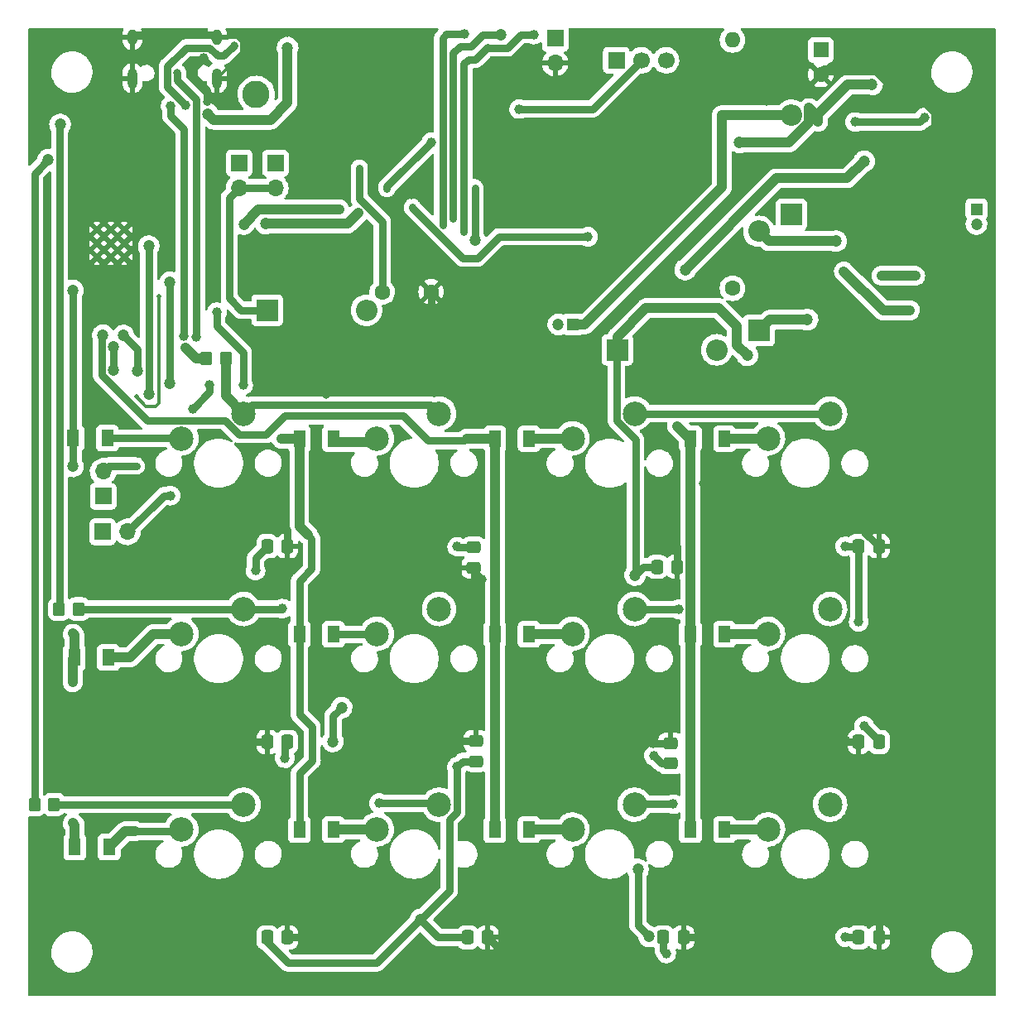
<source format=gbl>
G04 #@! TF.GenerationSoftware,KiCad,Pcbnew,(6.0.0)*
G04 #@! TF.CreationDate,2022-04-22T22:08:30+02:00*
G04 #@! TF.ProjectId,keyboard_v1.0,6b657962-6f61-4726-945f-76312e302e6b,rev?*
G04 #@! TF.SameCoordinates,Original*
G04 #@! TF.FileFunction,Copper,L2,Bot*
G04 #@! TF.FilePolarity,Positive*
%FSLAX46Y46*%
G04 Gerber Fmt 4.6, Leading zero omitted, Abs format (unit mm)*
G04 Created by KiCad (PCBNEW (6.0.0)) date 2022-04-22 22:08:30*
%MOMM*%
%LPD*%
G01*
G04 APERTURE LIST*
G04 Aperture macros list*
%AMRoundRect*
0 Rectangle with rounded corners*
0 $1 Rounding radius*
0 $2 $3 $4 $5 $6 $7 $8 $9 X,Y pos of 4 corners*
0 Add a 4 corners polygon primitive as box body*
4,1,4,$2,$3,$4,$5,$6,$7,$8,$9,$2,$3,0*
0 Add four circle primitives for the rounded corners*
1,1,$1+$1,$2,$3*
1,1,$1+$1,$4,$5*
1,1,$1+$1,$6,$7*
1,1,$1+$1,$8,$9*
0 Add four rect primitives between the rounded corners*
20,1,$1+$1,$2,$3,$4,$5,0*
20,1,$1+$1,$4,$5,$6,$7,0*
20,1,$1+$1,$6,$7,$8,$9,0*
20,1,$1+$1,$8,$9,$2,$3,0*%
G04 Aperture macros list end*
G04 #@! TA.AperFunction,ComponentPad*
%ADD10R,1.700000X1.700000*%
G04 #@! TD*
G04 #@! TA.AperFunction,ComponentPad*
%ADD11O,1.700000X1.700000*%
G04 #@! TD*
G04 #@! TA.AperFunction,ComponentPad*
%ADD12C,2.500000*%
G04 #@! TD*
G04 #@! TA.AperFunction,ComponentPad*
%ADD13C,1.700000*%
G04 #@! TD*
G04 #@! TA.AperFunction,ComponentPad*
%ADD14O,1.000000X2.100000*%
G04 #@! TD*
G04 #@! TA.AperFunction,ComponentPad*
%ADD15O,1.000000X1.600000*%
G04 #@! TD*
G04 #@! TA.AperFunction,ComponentPad*
%ADD16C,0.600000*%
G04 #@! TD*
G04 #@! TA.AperFunction,ComponentPad*
%ADD17C,1.600000*%
G04 #@! TD*
G04 #@! TA.AperFunction,ComponentPad*
%ADD18R,1.200000X1.200000*%
G04 #@! TD*
G04 #@! TA.AperFunction,ComponentPad*
%ADD19C,1.200000*%
G04 #@! TD*
G04 #@! TA.AperFunction,ComponentPad*
%ADD20R,2.200000X2.200000*%
G04 #@! TD*
G04 #@! TA.AperFunction,ComponentPad*
%ADD21O,2.200000X2.200000*%
G04 #@! TD*
G04 #@! TA.AperFunction,ComponentPad*
%ADD22C,2.800000*%
G04 #@! TD*
G04 #@! TA.AperFunction,ComponentPad*
%ADD23O,1.600000X1.600000*%
G04 #@! TD*
G04 #@! TA.AperFunction,ComponentPad*
%ADD24R,1.600000X1.600000*%
G04 #@! TD*
G04 #@! TA.AperFunction,SMDPad,CuDef*
%ADD25RoundRect,0.250000X-0.337500X-0.475000X0.337500X-0.475000X0.337500X0.475000X-0.337500X0.475000X0*%
G04 #@! TD*
G04 #@! TA.AperFunction,SMDPad,CuDef*
%ADD26R,1.300000X1.700000*%
G04 #@! TD*
G04 #@! TA.AperFunction,SMDPad,CuDef*
%ADD27RoundRect,0.250000X0.337500X0.475000X-0.337500X0.475000X-0.337500X-0.475000X0.337500X-0.475000X0*%
G04 #@! TD*
G04 #@! TA.AperFunction,SMDPad,CuDef*
%ADD28RoundRect,0.250000X-0.350000X-0.450000X0.350000X-0.450000X0.350000X0.450000X-0.350000X0.450000X0*%
G04 #@! TD*
G04 #@! TA.AperFunction,SMDPad,CuDef*
%ADD29RoundRect,0.250000X0.475000X-0.337500X0.475000X0.337500X-0.475000X0.337500X-0.475000X-0.337500X0*%
G04 #@! TD*
G04 #@! TA.AperFunction,SMDPad,CuDef*
%ADD30RoundRect,0.250000X-0.475000X0.337500X-0.475000X-0.337500X0.475000X-0.337500X0.475000X0.337500X0*%
G04 #@! TD*
G04 #@! TA.AperFunction,ViaPad*
%ADD31C,0.800000*%
G04 #@! TD*
G04 #@! TA.AperFunction,ViaPad*
%ADD32C,1.000000*%
G04 #@! TD*
G04 #@! TA.AperFunction,ViaPad*
%ADD33C,1.200000*%
G04 #@! TD*
G04 #@! TA.AperFunction,ViaPad*
%ADD34C,0.500000*%
G04 #@! TD*
G04 #@! TA.AperFunction,Conductor*
%ADD35C,1.000000*%
G04 #@! TD*
G04 #@! TA.AperFunction,Conductor*
%ADD36C,0.300000*%
G04 #@! TD*
G04 #@! TA.AperFunction,Conductor*
%ADD37C,0.750000*%
G04 #@! TD*
G04 APERTURE END LIST*
D10*
X48185000Y-78384000D03*
D11*
X48185000Y-75844000D03*
D12*
X56190000Y-112460000D03*
X62540000Y-109920000D03*
D10*
X100676000Y-33790000D03*
D13*
X105756000Y-33790000D03*
X103216000Y-33790000D03*
D10*
X65796000Y-44319000D03*
D11*
X65796000Y-46859000D03*
D14*
X51180000Y-35630000D03*
D15*
X51180000Y-31450000D03*
X59820000Y-31450000D03*
D14*
X59820000Y-35630000D03*
D12*
X56190000Y-72460000D03*
X62540000Y-69920000D03*
D10*
X48139000Y-82024000D03*
D11*
X50679000Y-82024000D03*
D12*
X96190000Y-92460000D03*
X102540000Y-89920000D03*
X76190000Y-112460000D03*
X82540000Y-109920000D03*
D16*
X47560000Y-52500000D03*
X47560000Y-51100000D03*
X48960000Y-51100000D03*
X50360000Y-52500000D03*
X50360000Y-53900000D03*
X50360000Y-51100000D03*
X48960000Y-52500000D03*
X47560000Y-53900000D03*
X48960000Y-53900000D03*
D12*
X116190000Y-112460000D03*
X122540000Y-109920000D03*
D10*
X94420000Y-31543000D03*
D11*
X94420000Y-34083000D03*
D17*
X76735000Y-57485000D03*
X81735000Y-57485000D03*
D18*
X137510000Y-49035401D03*
D19*
X137510000Y-50535401D03*
D12*
X96190000Y-72460000D03*
X102540000Y-69920000D03*
X76190000Y-92460000D03*
X82540000Y-89920000D03*
D20*
X115251000Y-61440000D03*
D21*
X115251000Y-51280000D03*
D12*
X96190000Y-112460000D03*
X102540000Y-109920000D03*
D20*
X118570000Y-49571850D03*
D21*
X118570000Y-39411850D03*
D22*
X63841000Y-37276000D03*
D12*
X56190000Y-92460000D03*
X62540000Y-89920000D03*
X76190000Y-72460000D03*
X82540000Y-69920000D03*
D10*
X62110000Y-44288000D03*
D11*
X62110000Y-46828000D03*
D17*
X112560000Y-57105000D03*
D23*
X112560000Y-31705000D03*
D12*
X116190000Y-72460000D03*
X122540000Y-69920000D03*
D24*
X121605000Y-32745000D03*
D17*
X121605000Y-35245000D03*
D20*
X64960000Y-59353000D03*
D21*
X75120000Y-59353000D03*
D12*
X116190000Y-92460000D03*
X122540000Y-89920000D03*
D18*
X96245000Y-60801000D03*
D19*
X94745000Y-60801000D03*
D20*
X100784000Y-63402000D03*
D21*
X110944000Y-63402000D03*
D25*
X64962500Y-83500000D03*
X67037500Y-83500000D03*
X125462500Y-83500000D03*
X127537500Y-83500000D03*
D26*
X108250000Y-92500000D03*
X111750000Y-92500000D03*
D25*
X104827500Y-85598000D03*
X106902500Y-85598000D03*
D27*
X67037500Y-103500000D03*
X64962500Y-103500000D03*
D26*
X45239000Y-94886000D03*
X48739000Y-94886000D03*
X88250000Y-92500000D03*
X91750000Y-92500000D03*
X88250000Y-72500000D03*
X91750000Y-72500000D03*
X45108000Y-72454000D03*
X48608000Y-72454000D03*
D28*
X41171000Y-109915000D03*
X43171000Y-109915000D03*
D29*
X106212000Y-105730500D03*
X106212000Y-103655500D03*
D26*
X68250000Y-72500000D03*
X71750000Y-72500000D03*
X68250000Y-92500000D03*
X71750000Y-92500000D03*
X68250000Y-112500000D03*
X71750000Y-112500000D03*
D28*
X58721000Y-64261000D03*
X60721000Y-64261000D03*
D25*
X64962500Y-123500000D03*
X67037500Y-123500000D03*
X85462500Y-123500000D03*
X87537500Y-123500000D03*
D26*
X108250000Y-112500000D03*
X111750000Y-112500000D03*
D27*
X127537500Y-103500000D03*
X125462500Y-103500000D03*
D26*
X88250000Y-112500000D03*
X91750000Y-112500000D03*
D28*
X43680000Y-89920000D03*
X45680000Y-89920000D03*
D25*
X105462500Y-123500000D03*
X107537500Y-123500000D03*
X125462500Y-123500000D03*
X127537500Y-123500000D03*
D26*
X45300000Y-114279000D03*
X48800000Y-114279000D03*
D30*
X86076000Y-83617500D03*
X86076000Y-85692500D03*
D29*
X86282000Y-105489500D03*
X86282000Y-103414500D03*
D26*
X108250000Y-72500000D03*
X111750000Y-72500000D03*
D31*
X120000000Y-129000000D03*
D32*
X78776000Y-106424000D03*
D31*
X139000000Y-115000000D03*
X48000000Y-105000000D03*
X109000000Y-61000000D03*
X49000000Y-49000000D03*
X100000000Y-46000000D03*
X71655000Y-87508000D03*
D32*
X84390000Y-103409000D03*
D31*
X97000000Y-77000000D03*
X137000000Y-53000000D03*
X46000000Y-54000000D03*
X129388000Y-64893000D03*
D32*
X86915000Y-86871000D03*
D31*
X139000000Y-94000000D03*
X65000000Y-107000000D03*
D33*
X59690000Y-100784000D03*
D31*
X89739000Y-75854000D03*
X43000000Y-99000000D03*
X76000000Y-108000000D03*
X112000000Y-117000000D03*
X66000000Y-129000000D03*
X86223000Y-107230000D03*
X109541000Y-77064000D03*
X70000000Y-116000000D03*
X59000000Y-112000000D03*
X54000000Y-46000000D03*
X54412000Y-76967000D03*
X51000000Y-106000000D03*
X60000000Y-122000000D03*
X131000000Y-118000000D03*
X52000000Y-33000000D03*
X139000000Y-109000000D03*
X70861000Y-96178000D03*
X78000000Y-31000000D03*
X92000000Y-95000000D03*
X134000000Y-84000000D03*
X72000000Y-32000000D03*
X45000000Y-129000000D03*
D32*
X106794000Y-83480000D03*
D31*
X48000000Y-85000000D03*
X51000000Y-117000000D03*
D33*
X132612000Y-44092000D03*
D31*
X139000000Y-121000000D03*
X48000000Y-119000000D03*
X72000000Y-75000000D03*
X55000000Y-88000000D03*
X87000000Y-129000000D03*
X49000000Y-33000000D03*
X129000000Y-129000000D03*
X94003000Y-90708000D03*
X93000000Y-75000000D03*
X94000000Y-58000000D03*
X86000000Y-78000000D03*
X74000000Y-106000000D03*
X42000000Y-129000000D03*
X124000000Y-107000000D03*
X57000000Y-87000000D03*
X54000000Y-83000000D03*
X51000000Y-40000000D03*
X139000000Y-82000000D03*
X90000000Y-129000000D03*
X50000000Y-108000000D03*
X93000000Y-123000000D03*
X113000000Y-53000000D03*
X106000000Y-112000000D03*
X47000000Y-56000000D03*
X65000000Y-31000000D03*
X66571000Y-106739000D03*
X112000000Y-107000000D03*
D32*
X89521500Y-125484000D03*
D34*
X79739000Y-47792000D03*
D31*
X49000000Y-125000000D03*
X52000000Y-123000000D03*
X60000000Y-79000000D03*
X108000000Y-37000000D03*
X106505000Y-107450000D03*
X136000000Y-76000000D03*
X99000000Y-91000000D03*
X70000000Y-108000000D03*
X72000000Y-129000000D03*
X139000000Y-112000000D03*
X66000000Y-121000000D03*
X41000000Y-119000000D03*
X99000000Y-129000000D03*
X135000000Y-89000000D03*
X126000000Y-31000000D03*
X139000000Y-124000000D03*
X86000000Y-113000000D03*
X46000000Y-40000000D03*
X47033000Y-68607000D03*
X92000000Y-108000000D03*
X139000000Y-38000000D03*
X117000000Y-78000000D03*
X104000000Y-36000000D03*
X105000000Y-72000000D03*
D32*
X66533000Y-81322000D03*
D31*
X74190000Y-123357000D03*
X139000000Y-118000000D03*
X51000000Y-55000000D03*
X79000000Y-62000000D03*
X139000000Y-103000000D03*
X98000000Y-35000000D03*
X48000000Y-98000000D03*
X93000000Y-129000000D03*
X48000000Y-38000000D03*
X82000000Y-78000000D03*
X97000000Y-67000000D03*
X88000000Y-67000000D03*
X41000000Y-123000000D03*
X116000000Y-56000000D03*
X139000000Y-88000000D03*
X67000000Y-31000000D03*
D32*
X112245000Y-67973000D03*
D31*
X120000000Y-121000000D03*
D33*
X132428000Y-42473000D03*
X77375479Y-116746479D03*
D32*
X58456000Y-33595000D03*
D33*
X134218000Y-50626000D03*
D31*
X103000000Y-43000000D03*
X59000000Y-127000000D03*
X95000000Y-98000000D03*
D33*
X79729000Y-99710000D03*
D31*
X43000000Y-105000000D03*
X50000000Y-40000000D03*
X54000000Y-48000000D03*
X55000000Y-98000000D03*
D33*
X80437000Y-67112000D03*
D31*
X81000000Y-129000000D03*
X120647000Y-58398000D03*
X126000000Y-129000000D03*
X91000000Y-68000000D03*
X70000000Y-120000000D03*
X116000000Y-38000000D03*
X110705000Y-86690000D03*
X47000000Y-70000000D03*
X109807000Y-75344000D03*
X139000000Y-76000000D03*
X111000000Y-67000000D03*
X49000000Y-45000000D03*
X129000000Y-114000000D03*
X117000000Y-129000000D03*
X55000000Y-108000000D03*
X139000000Y-100000000D03*
X63000000Y-129000000D03*
X53000000Y-50000000D03*
X44520000Y-117102000D03*
X97000000Y-57000000D03*
X135000000Y-31000000D03*
X112000000Y-95000000D03*
X71000000Y-68000000D03*
X131000000Y-31000000D03*
X46000000Y-45000000D03*
X75000000Y-129000000D03*
D33*
X59641000Y-105502000D03*
D32*
X126067000Y-81754000D03*
D31*
X90073000Y-99640000D03*
X107000000Y-66000000D03*
X120000000Y-91000000D03*
X113000000Y-78000000D03*
X102000000Y-129000000D03*
X139000000Y-97000000D03*
X41000000Y-36000000D03*
X90000000Y-83000000D03*
X92000000Y-127000000D03*
X105000000Y-129000000D03*
X84000000Y-97000000D03*
X71000000Y-59000000D03*
X126000000Y-117000000D03*
X54000000Y-32000000D03*
X54000000Y-129000000D03*
X65000000Y-67000000D03*
X86000000Y-127000000D03*
X50000000Y-47000000D03*
D32*
X113010000Y-120176000D03*
D31*
X47000000Y-31000000D03*
D32*
X127537500Y-121084500D03*
D31*
X131000000Y-66000000D03*
X47000000Y-47000000D03*
X57000000Y-129000000D03*
D32*
X104477000Y-103641000D03*
D31*
X81000000Y-127000000D03*
X60000000Y-129000000D03*
X72000000Y-78000000D03*
X72000000Y-116000000D03*
X88000000Y-40000000D03*
X120000000Y-112000000D03*
X108000000Y-117000000D03*
X116000000Y-98000000D03*
X110000000Y-36000000D03*
X60000000Y-118000000D03*
X41000000Y-126000000D03*
X58773000Y-38047000D03*
X41000000Y-113000000D03*
X63000000Y-77000000D03*
X133000000Y-114000000D03*
X84000000Y-62000000D03*
X123000000Y-129000000D03*
X51000000Y-100000000D03*
D32*
X86511000Y-91710000D03*
D31*
X139000000Y-79000000D03*
X88000000Y-115000000D03*
X128000000Y-88000000D03*
X51000000Y-45000000D03*
X112000000Y-88000000D03*
X139000000Y-91000000D03*
X48000000Y-129000000D03*
X105000000Y-78000000D03*
X69000000Y-59000000D03*
X52000000Y-86000000D03*
X124034000Y-64379000D03*
X130000000Y-35000000D03*
X90000000Y-79000000D03*
X135000000Y-96000000D03*
X70445000Y-76527000D03*
X109860000Y-98099000D03*
X56000000Y-106000000D03*
X69000000Y-129000000D03*
X48000000Y-88000000D03*
X95000000Y-56000000D03*
X139000000Y-85000000D03*
D34*
X78166511Y-47793511D03*
D31*
X138000000Y-129000000D03*
X129000000Y-99000000D03*
X126000000Y-78000000D03*
X57000000Y-118000000D03*
X114000000Y-46000000D03*
X78000000Y-129000000D03*
D32*
X124209000Y-103409000D03*
D31*
X91000000Y-116000000D03*
X103000000Y-31000000D03*
X132000000Y-129000000D03*
X84000000Y-129000000D03*
X84860000Y-92175000D03*
X130000000Y-79000000D03*
X104000000Y-126000000D03*
X54000000Y-127000000D03*
X139000000Y-106000000D03*
X44000000Y-31000000D03*
X93000000Y-84000000D03*
X100000000Y-79000000D03*
X41000000Y-116000000D03*
X55000000Y-32000000D03*
X125000000Y-121000000D03*
X111000000Y-129000000D03*
X100000000Y-31000000D03*
X139000000Y-32000000D03*
X50179000Y-92356000D03*
X91250000Y-86317000D03*
X55000000Y-55000000D03*
X82000000Y-53000000D03*
X91000000Y-97000000D03*
X113000000Y-83000000D03*
X66000000Y-78000000D03*
X134000000Y-102000000D03*
X128000000Y-34000000D03*
X99000000Y-72000000D03*
X76006000Y-88608000D03*
X112000000Y-36000000D03*
X67000000Y-116000000D03*
X110476000Y-82785000D03*
X58000000Y-78000000D03*
X80000000Y-31000000D03*
X96000000Y-129000000D03*
X108000000Y-57000000D03*
X52000000Y-88000000D03*
X108000000Y-129000000D03*
X94000000Y-79000000D03*
X100059000Y-118843000D03*
X118000000Y-68000000D03*
X106000000Y-63000000D03*
X41000000Y-32000000D03*
X58000000Y-108000000D03*
X78000000Y-78000000D03*
X135000000Y-112000000D03*
X53000000Y-45000000D03*
X62179000Y-125818000D03*
X79526000Y-91248000D03*
X77000000Y-31000000D03*
X51000000Y-129000000D03*
X88000000Y-121000000D03*
X72000000Y-62000000D03*
X97000000Y-127000000D03*
D32*
X121981000Y-64343000D03*
D31*
X106000000Y-57000000D03*
X133000000Y-108000000D03*
X43000000Y-93000000D03*
X77000000Y-98000000D03*
X45000000Y-51000000D03*
X115000000Y-88000000D03*
X75000000Y-78000000D03*
X115000000Y-118000000D03*
X118000000Y-118000000D03*
X120000000Y-43000000D03*
X90882000Y-122529000D03*
X78000000Y-34000000D03*
X114000000Y-129000000D03*
X116000000Y-108000000D03*
X135000000Y-129000000D03*
X126000000Y-69000000D03*
X52000000Y-47000000D03*
X129000000Y-75000000D03*
X49000000Y-31000000D03*
X97000000Y-108000000D03*
X134000000Y-78000000D03*
X139000000Y-127000000D03*
D32*
X84364511Y-106068511D03*
D33*
X102595000Y-86439000D03*
D32*
X124079000Y-83514000D03*
X105781000Y-125140000D03*
X84414000Y-83547000D03*
D33*
X72574000Y-99994000D03*
X104047000Y-123406000D03*
D32*
X104518480Y-104924520D03*
D33*
X114078000Y-63965000D03*
X71694000Y-103450000D03*
D32*
X125462500Y-91224500D03*
X66781000Y-105160000D03*
X124098000Y-123462000D03*
D33*
X80634000Y-121699989D03*
D32*
X63771000Y-85991000D03*
D33*
X102892000Y-116550000D03*
D32*
X126013000Y-101886000D03*
D33*
X49205000Y-63073000D03*
X49205000Y-65499000D03*
D34*
X72355000Y-49051000D03*
D33*
X62587000Y-50533000D03*
D34*
X74298000Y-49372811D03*
D33*
X64827000Y-50498000D03*
D32*
X97784000Y-51847000D03*
D34*
X79812000Y-48823000D03*
X86213000Y-46832811D03*
D33*
X86213000Y-52213000D03*
X126834000Y-36248000D03*
X113262000Y-42182000D03*
X120227000Y-60319000D03*
D31*
X123949000Y-55373000D03*
X130724000Y-59365000D03*
D33*
X123155000Y-52288000D03*
X126040000Y-44104850D03*
X107722000Y-55191000D03*
D32*
X45093000Y-97408000D03*
D33*
X45098000Y-75327000D03*
D32*
X45084000Y-111807000D03*
X45084000Y-92431000D03*
D33*
X45092000Y-57324000D03*
X54968000Y-66857000D03*
D32*
X66423000Y-72503000D03*
D33*
X55034000Y-56498000D03*
X48168024Y-61892513D03*
X51675500Y-65528000D03*
X50271000Y-61938000D03*
D32*
X106885000Y-71204000D03*
D33*
X52861000Y-67904000D03*
X52850000Y-52799000D03*
D32*
X85172000Y-31132000D03*
D34*
X82924000Y-50642811D03*
D33*
X88859000Y-31163000D03*
D34*
X83992000Y-50007811D03*
X85080000Y-51367000D03*
D32*
X92209000Y-31146000D03*
X55099708Y-38452997D03*
X56425000Y-61984000D03*
X57717000Y-62056000D03*
D31*
X55779000Y-35116989D03*
D32*
X56595000Y-63183511D03*
D33*
X43787000Y-40363000D03*
X42563000Y-43978000D03*
X58900000Y-39275000D03*
X67056000Y-32500000D03*
D31*
X61582000Y-32247000D03*
D32*
X56592000Y-38371000D03*
X66521000Y-89879000D03*
X107050500Y-89940000D03*
X106496000Y-109874000D03*
X76401000Y-109773000D03*
D34*
X74387000Y-44832000D03*
D32*
X81744644Y-42181009D03*
D34*
X77217000Y-46891000D03*
D32*
X90748000Y-38765000D03*
D31*
X127792000Y-55821000D03*
X131245000Y-55843000D03*
D32*
X125098000Y-40114850D03*
X132186000Y-39668000D03*
X62509000Y-67016000D03*
X59071000Y-67016000D03*
X57352000Y-69426000D03*
X55086000Y-78314000D03*
X59816000Y-59560000D03*
D34*
X51570000Y-68198000D03*
X53893000Y-57903000D03*
X51570000Y-75287000D03*
D35*
X133385511Y-39171145D02*
X133385511Y-41515489D01*
D36*
X51180000Y-35630000D02*
X51180000Y-31450000D01*
D37*
X121981000Y-64343000D02*
X120258000Y-66066000D01*
X79729000Y-99710000D02*
X78776000Y-100663000D01*
X124300000Y-103500000D02*
X124209000Y-103409000D01*
X59641000Y-100833000D02*
X59641000Y-105502000D01*
X114152000Y-66066000D02*
X112245000Y-67973000D01*
X67037500Y-81826500D02*
X66533000Y-81322000D01*
D36*
X61844970Y-31450000D02*
X59820000Y-31450000D01*
X51630000Y-31000000D02*
X59370000Y-31000000D01*
D37*
X57440479Y-35493306D02*
X58773000Y-36825827D01*
D36*
X51180000Y-31450000D02*
X51630000Y-31000000D01*
D37*
X58456000Y-33595000D02*
X57440479Y-34610521D01*
D36*
X59820000Y-35630000D02*
X62331511Y-33118489D01*
X79739000Y-47792000D02*
X78168022Y-47792000D01*
D37*
X84395500Y-103414500D02*
X84390000Y-103409000D01*
X64962500Y-103500000D02*
X62406000Y-103500000D01*
X106902500Y-83588500D02*
X106794000Y-83480000D01*
X109686000Y-123500000D02*
X107537500Y-123500000D01*
X125462500Y-103500000D02*
X124300000Y-103500000D01*
X58773000Y-36825827D02*
X58773000Y-38047000D01*
X126067000Y-82029500D02*
X127537500Y-83500000D01*
X71915000Y-122206958D02*
X77375479Y-116746479D01*
X86076000Y-86032000D02*
X86915000Y-86871000D01*
D35*
X131467579Y-37253213D02*
X133385511Y-39171145D01*
D37*
X106902500Y-85598000D02*
X106902500Y-83588500D01*
X87537500Y-123500000D02*
X89521500Y-125484000D01*
X86282000Y-103414500D02*
X84395500Y-103414500D01*
X127537500Y-123500000D02*
X127537500Y-121084500D01*
X70621958Y-123500000D02*
X71915000Y-122206958D01*
D36*
X78168022Y-47792000D02*
X78166511Y-47793511D01*
D37*
X59690000Y-100784000D02*
X59641000Y-100833000D01*
X115124000Y-66066000D02*
X114152000Y-66066000D01*
D36*
X59370000Y-31000000D02*
X59820000Y-31450000D01*
D37*
X78776000Y-100663000D02*
X78776000Y-106424000D01*
X80437000Y-67112000D02*
X81735000Y-65814000D01*
X62406000Y-103500000D02*
X59690000Y-100784000D01*
X126067000Y-81754000D02*
X126067000Y-82029500D01*
D35*
X129677000Y-37253213D02*
X131467579Y-37253213D01*
D37*
X86511000Y-87275000D02*
X86915000Y-86871000D01*
D36*
X62331511Y-33118489D02*
X62331511Y-31936541D01*
D35*
X133385511Y-41515489D02*
X132428000Y-42473000D01*
X132612000Y-49020000D02*
X134218000Y-50626000D01*
X121984000Y-34866000D02*
X121605000Y-35245000D01*
X129677000Y-37253213D02*
X127289787Y-34866000D01*
D36*
X62331511Y-31936541D02*
X61844970Y-31450000D01*
D37*
X104491500Y-103655500D02*
X104477000Y-103641000D01*
X67037500Y-83500000D02*
X67037500Y-81826500D01*
X120258000Y-66066000D02*
X115124000Y-66066000D01*
X113010000Y-120176000D02*
X109686000Y-123500000D01*
D35*
X132612000Y-44092000D02*
X132612000Y-49020000D01*
D37*
X86076000Y-85692500D02*
X86076000Y-86032000D01*
D35*
X127289787Y-34866000D02*
X121984000Y-34866000D01*
D37*
X67037500Y-123500000D02*
X70621958Y-123500000D01*
X57440479Y-34610521D02*
X57440479Y-35493306D01*
X106212000Y-103655500D02*
X104491500Y-103655500D01*
X86511000Y-91710000D02*
X86511000Y-87275000D01*
X81735000Y-65814000D02*
X81735000Y-57485000D01*
X105462500Y-123500000D02*
X105462500Y-124821500D01*
X102624521Y-86409479D02*
X102624521Y-72584770D01*
X103436000Y-85598000D02*
X102595000Y-86439000D01*
X84364511Y-106068511D02*
X84364511Y-110675738D01*
X102892000Y-122251000D02*
X102892000Y-116550000D01*
X125462500Y-83500000D02*
X124093000Y-83500000D01*
X105324460Y-105730500D02*
X104518480Y-104924520D01*
D35*
X114078000Y-63965000D02*
X113029000Y-62916000D01*
D37*
X63771000Y-84691500D02*
X64962500Y-83500000D01*
X104047000Y-123406000D02*
X102892000Y-122251000D01*
D35*
X112986000Y-60993000D02*
X111128000Y-59135000D01*
D37*
X86076000Y-83617500D02*
X84484500Y-83617500D01*
X125462500Y-123500000D02*
X124136000Y-123500000D01*
X85462500Y-123500000D02*
X82434011Y-123500000D01*
X63771000Y-85991000D02*
X63771000Y-84691500D01*
X66781000Y-105160000D02*
X66781000Y-103756500D01*
X124136000Y-123500000D02*
X124098000Y-123462000D01*
X83580479Y-111459770D02*
X83580479Y-118753510D01*
X84364511Y-110675738D02*
X83580479Y-111459770D01*
X71694000Y-100874000D02*
X71694000Y-103450000D01*
D35*
X113029000Y-62916000D02*
X113029000Y-62740106D01*
D37*
X124093000Y-83500000D02*
X124079000Y-83514000D01*
X104827500Y-85598000D02*
X103436000Y-85598000D01*
X72574000Y-99994000D02*
X71694000Y-100874000D01*
X83580479Y-118753510D02*
X80634000Y-121699989D01*
X125462500Y-83500000D02*
X125462500Y-91224500D01*
X127537500Y-103500000D02*
X127537500Y-103410500D01*
X86282000Y-105489500D02*
X84943522Y-105489500D01*
X100691000Y-63283000D02*
X100779000Y-63195000D01*
X80607011Y-121699989D02*
X76195000Y-126112000D01*
D35*
X106810000Y-59135000D02*
X103719000Y-59135000D01*
D37*
X84943522Y-105489500D02*
X84364511Y-106068511D01*
X102595000Y-86439000D02*
X102624521Y-86409479D01*
X66781000Y-103756500D02*
X67037500Y-103500000D01*
X80634000Y-121699989D02*
X80607011Y-121699989D01*
X76195000Y-126112000D02*
X67101000Y-126112000D01*
D35*
X103719000Y-59135000D02*
X100779000Y-62075000D01*
X100779000Y-62075000D02*
X100779000Y-63195000D01*
D37*
X67101000Y-126112000D02*
X64962500Y-123973500D01*
X100691000Y-70651249D02*
X100691000Y-63283000D01*
X105462500Y-124821500D02*
X105781000Y-125140000D01*
X82434011Y-123500000D02*
X80634000Y-121699989D01*
D35*
X111128000Y-59135000D02*
X106810000Y-59135000D01*
D37*
X106212000Y-105730500D02*
X105324460Y-105730500D01*
X84484500Y-83617500D02*
X84414000Y-83547000D01*
X102624521Y-72584770D02*
X100691000Y-70651249D01*
D35*
X112986000Y-62697106D02*
X112986000Y-60993000D01*
D37*
X64962500Y-123973500D02*
X64962500Y-123500000D01*
X127537500Y-103410500D02*
X126013000Y-101886000D01*
D35*
X113029000Y-62740106D02*
X112986000Y-62697106D01*
D37*
X62110000Y-46828000D02*
X65765000Y-46828000D01*
X61095000Y-47843000D02*
X62110000Y-46828000D01*
X65765000Y-46828000D02*
X65796000Y-46859000D01*
X61095000Y-58149000D02*
X61095000Y-47843000D01*
X62299000Y-59353000D02*
X61095000Y-58149000D01*
X64960000Y-59353000D02*
X62299000Y-59353000D01*
X49205000Y-65499000D02*
X49205000Y-63073000D01*
D35*
X64069000Y-49051000D02*
X72355000Y-49051000D01*
X62587000Y-50533000D02*
X64069000Y-49051000D01*
X73172811Y-50498000D02*
X74298000Y-49372811D01*
X64827000Y-50498000D02*
X73172811Y-50498000D01*
D37*
X84948365Y-54010000D02*
X86507000Y-54010000D01*
X88670000Y-51847000D02*
X97784000Y-51847000D01*
X79812000Y-48873635D02*
X84948365Y-54010000D01*
X79812000Y-48823000D02*
X79812000Y-48873635D01*
X86507000Y-54010000D02*
X88670000Y-51847000D01*
X86213000Y-46832811D02*
X86213000Y-52213000D01*
D35*
X121326000Y-39297000D02*
X121326000Y-40084000D01*
X122834000Y-37789000D02*
X121326000Y-39297000D01*
X118344744Y-42182000D02*
X113262000Y-42182000D01*
X120369511Y-38666467D02*
X120369511Y-40157233D01*
X121326000Y-40084000D02*
X121326000Y-39622956D01*
X120369511Y-40157233D02*
X118344744Y-42182000D01*
X124375000Y-36248000D02*
X122834000Y-37789000D01*
X126834000Y-36248000D02*
X124375000Y-36248000D01*
X121326000Y-39622956D02*
X120369511Y-38666467D01*
X116372000Y-60319000D02*
X115251000Y-61440000D01*
X120227000Y-60319000D02*
X116372000Y-60319000D01*
X130724000Y-59365000D02*
X127941000Y-59365000D01*
X127941000Y-59365000D02*
X123949000Y-55373000D01*
X116259000Y-52288000D02*
X115251000Y-51280000D01*
X123155000Y-52288000D02*
X116259000Y-52288000D01*
X124271000Y-45873850D02*
X126040000Y-44104850D01*
X124271000Y-45873850D02*
X117039150Y-45873850D01*
X117039150Y-45873850D02*
X107722000Y-55191000D01*
X111463150Y-46765850D02*
X111463150Y-39411850D01*
X97428000Y-60801000D02*
X111463150Y-46765850D01*
X118570000Y-39411850D02*
X111463150Y-39411850D01*
X96245000Y-60801000D02*
X97428000Y-60801000D01*
D37*
X45108000Y-57340000D02*
X45092000Y-57324000D01*
D35*
X45093000Y-95032000D02*
X45239000Y-94886000D01*
X45239000Y-92586000D02*
X45084000Y-92431000D01*
D37*
X45108000Y-72454000D02*
X45108000Y-57340000D01*
X45098000Y-72464000D02*
X45108000Y-72454000D01*
D35*
X45300000Y-112023000D02*
X45084000Y-111807000D01*
D37*
X45098000Y-75327000D02*
X45098000Y-72464000D01*
D35*
X45300000Y-114279000D02*
X45300000Y-112023000D01*
X45093000Y-97408000D02*
X45093000Y-95032000D01*
X45239000Y-94886000D02*
X45239000Y-92586000D01*
D37*
X48608000Y-72454000D02*
X56184000Y-72454000D01*
X56184000Y-72454000D02*
X56190000Y-72460000D01*
D35*
X56190000Y-92460000D02*
X53339000Y-92460000D01*
X53339000Y-92460000D02*
X50913000Y-94886000D01*
X50913000Y-94886000D02*
X48739000Y-94886000D01*
X51439000Y-112640000D02*
X50439000Y-112640000D01*
D37*
X56010000Y-112640000D02*
X56190000Y-112460000D01*
D35*
X50439000Y-112640000D02*
X48800000Y-114279000D01*
D37*
X51439000Y-112640000D02*
X56010000Y-112640000D01*
X68250000Y-87045000D02*
X69506000Y-85789000D01*
X68250000Y-87045000D02*
X68250000Y-92500000D01*
D35*
X68250000Y-72500000D02*
X66426000Y-72500000D01*
X66426000Y-72500000D02*
X66423000Y-72503000D01*
D37*
X68250000Y-100675000D02*
X69562000Y-101987000D01*
X68250000Y-100675000D02*
X68250000Y-92500000D01*
D35*
X68250000Y-72500000D02*
X68250000Y-81452000D01*
D37*
X69506000Y-82708000D02*
X69103000Y-82305000D01*
X54968000Y-56564000D02*
X55034000Y-56498000D01*
X69506000Y-85789000D02*
X69506000Y-82708000D01*
X69562000Y-105434000D02*
X68250000Y-106746000D01*
D35*
X68250000Y-81452000D02*
X69103000Y-82305000D01*
D37*
X68250000Y-106746000D02*
X68250000Y-112500000D01*
X69562000Y-101987000D02*
X69562000Y-105434000D01*
X54968000Y-66857000D02*
X54968000Y-56564000D01*
D35*
X75834970Y-72819030D02*
X71750000Y-72819030D01*
X76190000Y-72460000D02*
X76190000Y-72464000D01*
X76190000Y-72464000D02*
X75834970Y-72819030D01*
D37*
X71750000Y-92500000D02*
X76150000Y-92500000D01*
X76150000Y-92500000D02*
X76190000Y-92460000D01*
D35*
X71790000Y-112460000D02*
X71750000Y-112500000D01*
X76190000Y-112460000D02*
X71790000Y-112460000D01*
X88250000Y-72500000D02*
X85352000Y-72500000D01*
D37*
X81403634Y-72692000D02*
X85160000Y-72692000D01*
X48030489Y-62030048D02*
X48030489Y-65985499D01*
X85160000Y-72692000D02*
X85352000Y-72500000D01*
D35*
X88250000Y-112500000D02*
X88250000Y-92500000D01*
D37*
X62102751Y-72063000D02*
X64859000Y-72063000D01*
X78883634Y-70172000D02*
X81403634Y-72692000D01*
X66750000Y-70172000D02*
X78883634Y-70172000D01*
D35*
X88250000Y-92500000D02*
X88250000Y-72500000D01*
D37*
X60666751Y-70627000D02*
X62102751Y-72063000D01*
X48168024Y-61892513D02*
X48030489Y-62030048D01*
X52671990Y-70627000D02*
X60666751Y-70627000D01*
X64859000Y-72063000D02*
X66750000Y-70172000D01*
X48030489Y-65985499D02*
X52671990Y-70627000D01*
D35*
X91790000Y-72460000D02*
X91750000Y-72500000D01*
X96190000Y-72460000D02*
X91790000Y-72460000D01*
X91750000Y-92500000D02*
X96150000Y-92500000D01*
X96150000Y-92500000D02*
X96190000Y-92460000D01*
X96190000Y-112460000D02*
X91790000Y-112460000D01*
X91790000Y-112460000D02*
X91750000Y-112500000D01*
D37*
X51675500Y-63342500D02*
X50271000Y-61938000D01*
X51675500Y-65528000D02*
X51675500Y-63342500D01*
D35*
X108250000Y-112500000D02*
X108250000Y-92500000D01*
X108250000Y-72500000D02*
X108181000Y-72500000D01*
X108181000Y-72500000D02*
X106885000Y-71204000D01*
X108250000Y-72500000D02*
X108250000Y-92500000D01*
X116150000Y-72500000D02*
X116190000Y-72460000D01*
X111750000Y-72500000D02*
X116150000Y-72500000D01*
X116190000Y-92460000D02*
X111790000Y-92460000D01*
X111790000Y-92460000D02*
X111750000Y-92500000D01*
X116150000Y-112500000D02*
X116190000Y-112460000D01*
X111750000Y-112500000D02*
X116150000Y-112500000D01*
D37*
X52861000Y-67904000D02*
X52850000Y-67893000D01*
X52850000Y-67893000D02*
X52850000Y-52799000D01*
X82924000Y-31503000D02*
X82924000Y-50642811D01*
X83295000Y-31132000D02*
X82924000Y-31503000D01*
X85172000Y-31132000D02*
X83295000Y-31132000D01*
X87026000Y-31163000D02*
X85823000Y-32366000D01*
X84684000Y-32366000D02*
X83992000Y-33058000D01*
X85823000Y-32366000D02*
X84684000Y-32366000D01*
X88859000Y-31163000D02*
X87026000Y-31163000D01*
X83992000Y-33058000D02*
X83992000Y-50007811D01*
X92209000Y-31146000D02*
X90910000Y-31146000D01*
X87549000Y-32539000D02*
X87480000Y-32470000D01*
X85547000Y-33712000D02*
X85080000Y-34179000D01*
X89517000Y-32539000D02*
X87549000Y-32539000D01*
X90910000Y-31146000D02*
X89517000Y-32539000D01*
X86238000Y-33712000D02*
X85547000Y-33712000D01*
X87480000Y-32470000D02*
X86238000Y-33712000D01*
X85080000Y-34179000D02*
X85080000Y-51367000D01*
X55099708Y-38452997D02*
X55099708Y-39505708D01*
X55099708Y-39505708D02*
X56435000Y-40841000D01*
X56435000Y-40841000D02*
X56435000Y-61974000D01*
X56435000Y-61974000D02*
X56425000Y-61984000D01*
X55779000Y-35872008D02*
X57717000Y-37810008D01*
X57717000Y-37810008D02*
X57717000Y-62056000D01*
X55779000Y-35116989D02*
X55779000Y-35872008D01*
D35*
X58721000Y-64261000D02*
X57672489Y-64261000D01*
X57672489Y-64261000D02*
X56595000Y-63183511D01*
D37*
X43737511Y-40412489D02*
X43787000Y-40363000D01*
X43680000Y-89920000D02*
X43737511Y-89862489D01*
X43737511Y-89862489D02*
X43737511Y-40412489D01*
X41171000Y-45370000D02*
X42563000Y-43978000D01*
X41171000Y-109915000D02*
X41171000Y-71829000D01*
X41171000Y-71829000D02*
X41171000Y-68829000D01*
X41171000Y-68829000D02*
X41171000Y-45370000D01*
D35*
X65293000Y-39873000D02*
X59498000Y-39873000D01*
X67056000Y-32500000D02*
X67056000Y-38110000D01*
X67056000Y-38110000D02*
X65293000Y-39873000D01*
X59498000Y-39873000D02*
X58900000Y-39275000D01*
D37*
X59070889Y-32520489D02*
X59875400Y-33325000D01*
X56670511Y-32520489D02*
X59070889Y-32520489D01*
X54778489Y-36557489D02*
X56592000Y-38371000D01*
X59875400Y-33325000D02*
X60504000Y-33325000D01*
X54778489Y-36424489D02*
X54778489Y-34412511D01*
X54778489Y-36424489D02*
X54778489Y-36557489D01*
X54778489Y-34412511D02*
X56670511Y-32520489D01*
X60504000Y-33325000D02*
X61582000Y-32247000D01*
D35*
X60719000Y-68099000D02*
X62540000Y-69920000D01*
D37*
X63397000Y-69063000D02*
X81683000Y-69063000D01*
X81683000Y-69063000D02*
X82540000Y-69920000D01*
D35*
X60719000Y-68099000D02*
X60719000Y-64263000D01*
D37*
X62540000Y-69920000D02*
X63397000Y-69063000D01*
D35*
X60719000Y-64263000D02*
X60721000Y-64261000D01*
D37*
X122540000Y-69920000D02*
X102540000Y-69920000D01*
X102560000Y-89940000D02*
X102540000Y-89920000D01*
X45680000Y-89920000D02*
X62540000Y-89920000D01*
X107050500Y-89940000D02*
X102560000Y-89940000D01*
X62540000Y-89920000D02*
X66480000Y-89920000D01*
X66480000Y-89920000D02*
X66521000Y-89879000D01*
X106496000Y-109874000D02*
X102586000Y-109874000D01*
X102586000Y-109874000D02*
X102540000Y-109920000D01*
X62540000Y-109920000D02*
X43176000Y-109920000D01*
X76401000Y-109773000D02*
X82393000Y-109773000D01*
X43176000Y-109920000D02*
X43171000Y-109915000D01*
X82393000Y-109773000D02*
X82540000Y-109920000D01*
X74387000Y-47942211D02*
X74387000Y-44832000D01*
X76735000Y-50290211D02*
X74387000Y-47942211D01*
X76735000Y-57485000D02*
X76735000Y-50290211D01*
X77217000Y-46708653D02*
X81744644Y-42181009D01*
X98241000Y-38765000D02*
X103216000Y-33790000D01*
X77217000Y-46891000D02*
X77217000Y-46708653D01*
X90748000Y-38765000D02*
X98241000Y-38765000D01*
D35*
X131223000Y-55821000D02*
X131245000Y-55843000D01*
X127792000Y-55821000D02*
X131223000Y-55821000D01*
D37*
X132186000Y-39668000D02*
X131739150Y-40114850D01*
X131739150Y-40114850D02*
X125098000Y-40114850D01*
X62332000Y-63507000D02*
X62509000Y-63684000D01*
X55086000Y-78314000D02*
X54389000Y-78314000D01*
X59816000Y-59560000D02*
X59816000Y-60991000D01*
X59071000Y-67016000D02*
X59071000Y-67707000D01*
X54389000Y-78314000D02*
X50679000Y-82024000D01*
X59816000Y-60991000D02*
X62332000Y-63507000D01*
X62509000Y-63684000D02*
X62509000Y-67016000D01*
X59071000Y-67707000D02*
X57352000Y-69426000D01*
D36*
X53893000Y-57903000D02*
X53893000Y-68889000D01*
D37*
X48742000Y-75287000D02*
X48185000Y-75844000D01*
D36*
X53591000Y-69191000D02*
X52563000Y-69191000D01*
X52563000Y-69191000D02*
X51570000Y-68198000D01*
X53893000Y-68889000D02*
X53591000Y-69191000D01*
D37*
X51570000Y-75287000D02*
X48742000Y-75287000D01*
G04 #@! TA.AperFunction,Conductor*
G36*
X50237679Y-30528002D02*
G01*
X50284172Y-30581658D01*
X50294276Y-30651932D01*
X50279972Y-30694702D01*
X50251996Y-30745589D01*
X50247166Y-30756858D01*
X50191120Y-30933538D01*
X50188570Y-30945532D01*
X50172393Y-31089761D01*
X50172000Y-31096785D01*
X50172000Y-31177885D01*
X50176475Y-31193124D01*
X50177865Y-31194329D01*
X50185548Y-31196000D01*
X52169885Y-31196000D01*
X52185124Y-31191525D01*
X52186329Y-31190135D01*
X52188000Y-31182452D01*
X52188000Y-31103343D01*
X52187699Y-31097195D01*
X52174188Y-30959397D01*
X52171805Y-30947362D01*
X52118233Y-30769924D01*
X52113559Y-30758584D01*
X52078769Y-30693153D01*
X52064450Y-30623616D01*
X52089998Y-30557375D01*
X52147303Y-30515462D01*
X52190021Y-30508000D01*
X58809558Y-30508000D01*
X58877679Y-30528002D01*
X58924172Y-30581658D01*
X58934276Y-30651932D01*
X58919972Y-30694702D01*
X58891996Y-30745589D01*
X58887166Y-30756858D01*
X58831120Y-30933538D01*
X58828570Y-30945532D01*
X58812393Y-31089761D01*
X58812000Y-31096785D01*
X58812000Y-31177885D01*
X58816475Y-31193124D01*
X58817865Y-31194329D01*
X58825548Y-31196000D01*
X60809885Y-31196000D01*
X60825124Y-31191525D01*
X60826329Y-31190135D01*
X60828000Y-31182452D01*
X60828000Y-31103343D01*
X60827699Y-31097195D01*
X60814188Y-30959397D01*
X60811805Y-30947362D01*
X60758233Y-30769924D01*
X60753559Y-30758584D01*
X60718769Y-30693153D01*
X60704450Y-30623616D01*
X60729998Y-30557375D01*
X60787303Y-30515462D01*
X60830021Y-30508000D01*
X82365352Y-30508000D01*
X82433473Y-30528002D01*
X82479966Y-30581658D01*
X82490070Y-30651932D01*
X82460576Y-30716512D01*
X82454447Y-30723095D01*
X82355454Y-30822088D01*
X82340426Y-30834925D01*
X82329566Y-30842815D01*
X82325145Y-30847725D01*
X82325144Y-30847726D01*
X82285114Y-30892184D01*
X82280573Y-30896969D01*
X82266528Y-30911014D01*
X82264444Y-30913588D01*
X82264441Y-30913591D01*
X82254031Y-30926446D01*
X82249747Y-30931462D01*
X82209717Y-30975920D01*
X82209713Y-30975925D01*
X82205296Y-30980831D01*
X82198791Y-30992097D01*
X82198589Y-30992448D01*
X82187391Y-31008741D01*
X82178953Y-31019161D01*
X82148787Y-31078363D01*
X82145654Y-31084133D01*
X82115740Y-31135945D01*
X82115738Y-31135950D01*
X82112436Y-31141669D01*
X82110395Y-31147949D01*
X82110392Y-31147957D01*
X82108292Y-31154421D01*
X82100728Y-31172683D01*
X82097637Y-31178749D01*
X82097634Y-31178758D01*
X82094638Y-31184637D01*
X82092929Y-31191015D01*
X82077444Y-31248804D01*
X82075578Y-31255106D01*
X82055046Y-31318298D01*
X82054356Y-31324866D01*
X82053645Y-31331628D01*
X82050042Y-31351071D01*
X82046570Y-31364029D01*
X82046225Y-31370619D01*
X82046224Y-31370623D01*
X82043093Y-31430367D01*
X82042577Y-31436931D01*
X82040500Y-31456694D01*
X82040500Y-31476555D01*
X82040327Y-31483150D01*
X82038859Y-31511169D01*
X82036850Y-31549493D01*
X82037882Y-31556007D01*
X82038949Y-31562744D01*
X82040500Y-31582456D01*
X82040500Y-41058069D01*
X82020498Y-41126190D01*
X81966842Y-41172683D01*
X81901331Y-41183379D01*
X81751719Y-41167654D01*
X81669220Y-41175162D01*
X81560895Y-41185020D01*
X81560892Y-41185021D01*
X81554756Y-41185579D01*
X81548850Y-41187317D01*
X81548846Y-41187318D01*
X81482115Y-41206958D01*
X81365025Y-41241419D01*
X81359567Y-41244272D01*
X81359563Y-41244274D01*
X81268791Y-41291729D01*
X81189754Y-41333049D01*
X81035619Y-41456977D01*
X80908490Y-41608483D01*
X80905523Y-41613881D01*
X80905519Y-41613886D01*
X80816178Y-41776399D01*
X80813211Y-41781796D01*
X80811349Y-41787666D01*
X80784778Y-41871429D01*
X80753771Y-41922425D01*
X76648454Y-46027741D01*
X76633426Y-46040578D01*
X76622566Y-46048468D01*
X76618145Y-46053378D01*
X76618144Y-46053379D01*
X76578114Y-46097837D01*
X76573573Y-46102622D01*
X76559528Y-46116667D01*
X76557444Y-46119241D01*
X76557441Y-46119244D01*
X76547031Y-46132099D01*
X76542747Y-46137115D01*
X76502717Y-46181573D01*
X76502713Y-46181578D01*
X76498296Y-46186484D01*
X76491791Y-46197750D01*
X76491589Y-46198101D01*
X76480391Y-46214394D01*
X76471953Y-46224814D01*
X76441787Y-46284016D01*
X76438654Y-46289786D01*
X76408740Y-46341598D01*
X76408738Y-46341603D01*
X76405436Y-46347322D01*
X76403395Y-46353602D01*
X76403392Y-46353610D01*
X76401292Y-46360074D01*
X76393728Y-46378336D01*
X76390637Y-46384402D01*
X76390634Y-46384411D01*
X76387638Y-46390290D01*
X76385929Y-46396668D01*
X76370444Y-46454457D01*
X76368578Y-46460759D01*
X76348046Y-46523951D01*
X76347356Y-46530519D01*
X76346645Y-46537281D01*
X76343042Y-46556724D01*
X76339570Y-46569682D01*
X76336445Y-46629312D01*
X76336093Y-46636020D01*
X76335577Y-46642584D01*
X76333500Y-46662347D01*
X76333500Y-46682208D01*
X76333327Y-46688803D01*
X76331524Y-46723212D01*
X76329850Y-46755146D01*
X76331949Y-46768397D01*
X76333500Y-46788109D01*
X76333500Y-46937306D01*
X76348046Y-47075702D01*
X76405436Y-47252331D01*
X76498296Y-47413169D01*
X76502714Y-47418076D01*
X76502715Y-47418077D01*
X76596919Y-47522701D01*
X76622566Y-47551185D01*
X76627908Y-47555066D01*
X76627910Y-47555068D01*
X76761360Y-47652025D01*
X76772816Y-47660348D01*
X76778844Y-47663032D01*
X76778846Y-47663033D01*
X76885735Y-47710623D01*
X76942479Y-47735887D01*
X77032413Y-47755003D01*
X77117683Y-47773128D01*
X77117687Y-47773128D01*
X77124140Y-47774500D01*
X77309860Y-47774500D01*
X77316313Y-47773128D01*
X77316317Y-47773128D01*
X77401587Y-47755003D01*
X77491521Y-47735887D01*
X77546295Y-47711500D01*
X77655153Y-47663033D01*
X77655155Y-47663032D01*
X77661183Y-47660348D01*
X77750954Y-47595126D01*
X77806090Y-47555068D01*
X77806092Y-47555066D01*
X77811434Y-47551185D01*
X77837081Y-47522701D01*
X77931285Y-47418077D01*
X77931286Y-47418076D01*
X77935704Y-47413169D01*
X78028564Y-47252331D01*
X78062766Y-47147069D01*
X78070131Y-47124401D01*
X78100869Y-47074242D01*
X79961394Y-45213717D01*
X81825405Y-43349705D01*
X81887717Y-43315679D01*
X81958532Y-43320744D01*
X82015368Y-43363291D01*
X82040179Y-43429811D01*
X82040500Y-43438800D01*
X82040500Y-49548487D01*
X82020498Y-49616608D01*
X81966842Y-49663101D01*
X81896568Y-49673205D01*
X81831988Y-49643711D01*
X81825405Y-49637582D01*
X80599877Y-48412054D01*
X80579853Y-48385959D01*
X80534006Y-48306549D01*
X80534003Y-48306544D01*
X80530704Y-48300831D01*
X80513171Y-48281358D01*
X80410856Y-48167726D01*
X80410855Y-48167725D01*
X80406434Y-48162815D01*
X80400244Y-48158317D01*
X80261526Y-48057533D01*
X80261525Y-48057532D01*
X80256184Y-48053652D01*
X80250156Y-48050968D01*
X80250154Y-48050967D01*
X80092552Y-47980798D01*
X80092551Y-47980798D01*
X80086521Y-47978113D01*
X79995690Y-47958806D01*
X79911317Y-47940872D01*
X79911313Y-47940872D01*
X79904860Y-47939500D01*
X79719140Y-47939500D01*
X79712687Y-47940872D01*
X79712683Y-47940872D01*
X79628310Y-47958806D01*
X79537479Y-47978113D01*
X79531450Y-47980797D01*
X79531448Y-47980798D01*
X79373847Y-48050967D01*
X79373845Y-48050968D01*
X79367817Y-48053652D01*
X79362476Y-48057532D01*
X79362475Y-48057533D01*
X79222910Y-48158932D01*
X79222908Y-48158934D01*
X79217566Y-48162815D01*
X79213145Y-48167725D01*
X79213144Y-48167726D01*
X79110830Y-48281358D01*
X79093296Y-48300831D01*
X79000436Y-48461669D01*
X78943046Y-48638298D01*
X78928500Y-48776694D01*
X78928500Y-48794178D01*
X78926949Y-48813890D01*
X78924850Y-48827142D01*
X78925195Y-48833729D01*
X78925195Y-48833733D01*
X78928327Y-48893485D01*
X78928500Y-48900080D01*
X78928500Y-48919941D01*
X78928844Y-48923212D01*
X78930576Y-48939694D01*
X78931093Y-48946263D01*
X78934570Y-49012606D01*
X78938042Y-49025564D01*
X78941645Y-49045007D01*
X78943046Y-49058337D01*
X78963578Y-49121529D01*
X78965444Y-49127831D01*
X78982638Y-49191998D01*
X78985634Y-49197877D01*
X78985637Y-49197886D01*
X78988728Y-49203952D01*
X78996292Y-49222214D01*
X78998392Y-49228678D01*
X78998395Y-49228686D01*
X79000436Y-49234966D01*
X79003738Y-49240685D01*
X79003740Y-49240690D01*
X79033654Y-49292502D01*
X79036787Y-49298272D01*
X79066953Y-49357474D01*
X79071109Y-49362606D01*
X79075391Y-49367894D01*
X79086589Y-49384187D01*
X79093296Y-49395804D01*
X79097713Y-49400710D01*
X79097717Y-49400715D01*
X79137747Y-49445173D01*
X79142031Y-49450189D01*
X79152441Y-49463044D01*
X79154528Y-49465621D01*
X79168573Y-49479666D01*
X79173114Y-49484451D01*
X79199092Y-49513302D01*
X79217566Y-49533820D01*
X79228426Y-49541710D01*
X79243454Y-49554547D01*
X84267453Y-54578546D01*
X84280290Y-54593574D01*
X84288180Y-54604434D01*
X84293090Y-54608855D01*
X84293091Y-54608856D01*
X84337549Y-54648886D01*
X84342334Y-54653427D01*
X84356379Y-54667472D01*
X84358953Y-54669556D01*
X84358956Y-54669559D01*
X84371811Y-54679969D01*
X84376827Y-54684253D01*
X84421285Y-54724283D01*
X84421290Y-54724287D01*
X84426196Y-54728704D01*
X84437462Y-54735209D01*
X84437813Y-54735411D01*
X84454106Y-54746609D01*
X84464526Y-54755047D01*
X84523728Y-54785213D01*
X84529498Y-54788346D01*
X84581310Y-54818260D01*
X84581315Y-54818262D01*
X84587034Y-54821564D01*
X84593314Y-54823605D01*
X84593322Y-54823608D01*
X84599786Y-54825708D01*
X84618048Y-54833272D01*
X84624114Y-54836363D01*
X84624123Y-54836366D01*
X84630002Y-54839362D01*
X84636380Y-54841071D01*
X84694169Y-54856556D01*
X84700471Y-54858422D01*
X84763663Y-54878954D01*
X84776570Y-54880311D01*
X84776993Y-54880355D01*
X84796436Y-54883958D01*
X84809394Y-54887430D01*
X84815984Y-54887775D01*
X84815988Y-54887776D01*
X84859938Y-54890079D01*
X84875737Y-54890907D01*
X84882296Y-54891423D01*
X84902059Y-54893500D01*
X84921920Y-54893500D01*
X84928515Y-54893673D01*
X84988267Y-54896805D01*
X84988271Y-54896805D01*
X84994858Y-54897150D01*
X85008112Y-54895051D01*
X85027821Y-54893500D01*
X86427543Y-54893500D01*
X86447255Y-54895051D01*
X86460507Y-54897150D01*
X86467094Y-54896805D01*
X86467098Y-54896805D01*
X86526850Y-54893673D01*
X86533445Y-54893500D01*
X86553306Y-54893500D01*
X86573069Y-54891423D01*
X86579628Y-54890907D01*
X86595427Y-54890079D01*
X86639377Y-54887776D01*
X86639381Y-54887775D01*
X86645971Y-54887430D01*
X86658929Y-54883958D01*
X86678372Y-54880355D01*
X86678795Y-54880311D01*
X86691702Y-54878954D01*
X86754894Y-54858422D01*
X86761196Y-54856556D01*
X86818985Y-54841071D01*
X86825363Y-54839362D01*
X86831242Y-54836366D01*
X86831251Y-54836363D01*
X86837317Y-54833272D01*
X86855579Y-54825708D01*
X86862043Y-54823608D01*
X86862051Y-54823605D01*
X86868331Y-54821564D01*
X86874050Y-54818262D01*
X86874055Y-54818260D01*
X86925867Y-54788346D01*
X86931637Y-54785213D01*
X86990839Y-54755047D01*
X87001259Y-54746609D01*
X87017552Y-54735411D01*
X87017903Y-54735209D01*
X87029169Y-54728704D01*
X87034075Y-54724287D01*
X87034080Y-54724283D01*
X87078538Y-54684253D01*
X87083554Y-54679969D01*
X87096409Y-54669559D01*
X87096412Y-54669556D01*
X87098986Y-54667472D01*
X87113031Y-54653427D01*
X87117816Y-54648886D01*
X87162274Y-54608856D01*
X87162275Y-54608855D01*
X87167185Y-54604434D01*
X87175075Y-54593574D01*
X87187912Y-54578546D01*
X88999053Y-52767405D01*
X89061365Y-52733379D01*
X89088148Y-52730500D01*
X97264734Y-52730500D01*
X97326205Y-52746512D01*
X97372916Y-52772619D01*
X97372922Y-52772621D01*
X97378294Y-52775624D01*
X97566392Y-52836740D01*
X97762777Y-52860158D01*
X97768912Y-52859686D01*
X97768914Y-52859686D01*
X97953830Y-52845457D01*
X97953834Y-52845456D01*
X97959972Y-52844984D01*
X98150463Y-52791798D01*
X98155967Y-52789018D01*
X98155969Y-52789017D01*
X98321495Y-52705404D01*
X98321497Y-52705403D01*
X98326996Y-52702625D01*
X98473825Y-52587910D01*
X98477991Y-52584655D01*
X98482847Y-52580861D01*
X98612078Y-52431145D01*
X98709769Y-52259179D01*
X98772197Y-52071513D01*
X98796985Y-51875295D01*
X98797220Y-51858482D01*
X98797331Y-51850523D01*
X98797331Y-51850520D01*
X98797380Y-51847000D01*
X98778080Y-51650167D01*
X98773957Y-51636509D01*
X98737579Y-51516023D01*
X98720916Y-51460831D01*
X98628066Y-51286204D01*
X98543060Y-51181976D01*
X98506960Y-51137713D01*
X98506957Y-51137710D01*
X98503065Y-51132938D01*
X98497454Y-51128296D01*
X98355425Y-51010799D01*
X98355421Y-51010797D01*
X98350675Y-51006870D01*
X98176701Y-50912802D01*
X97987768Y-50854318D01*
X97981643Y-50853674D01*
X97981642Y-50853674D01*
X97797204Y-50834289D01*
X97797202Y-50834289D01*
X97791075Y-50833645D01*
X97708576Y-50841153D01*
X97600251Y-50851011D01*
X97600248Y-50851012D01*
X97594112Y-50851570D01*
X97588206Y-50853308D01*
X97588202Y-50853309D01*
X97443145Y-50896001D01*
X97404381Y-50907410D01*
X97389157Y-50915369D01*
X97324517Y-50949162D01*
X97266142Y-50963500D01*
X88749457Y-50963500D01*
X88729745Y-50961949D01*
X88723008Y-50960882D01*
X88723009Y-50960882D01*
X88716493Y-50959850D01*
X88709906Y-50960195D01*
X88709902Y-50960195D01*
X88650150Y-50963327D01*
X88643555Y-50963500D01*
X88623694Y-50963500D01*
X88603931Y-50965577D01*
X88597372Y-50966093D01*
X88581573Y-50966921D01*
X88537623Y-50969224D01*
X88537619Y-50969225D01*
X88531029Y-50969570D01*
X88518071Y-50973042D01*
X88498628Y-50976645D01*
X88485298Y-50978046D01*
X88422106Y-50998578D01*
X88415804Y-51000444D01*
X88377160Y-51010799D01*
X88351637Y-51017638D01*
X88345758Y-51020634D01*
X88345749Y-51020637D01*
X88339683Y-51023728D01*
X88321421Y-51031292D01*
X88314957Y-51033392D01*
X88314949Y-51033395D01*
X88308669Y-51035436D01*
X88302950Y-51038738D01*
X88302945Y-51038740D01*
X88251133Y-51068654D01*
X88245363Y-51071787D01*
X88186161Y-51101953D01*
X88181029Y-51106109D01*
X88175741Y-51110391D01*
X88159448Y-51121589D01*
X88147831Y-51128296D01*
X88142925Y-51132713D01*
X88142920Y-51132717D01*
X88098462Y-51172747D01*
X88093446Y-51177031D01*
X88087340Y-51181976D01*
X88078014Y-51189528D01*
X88063969Y-51203573D01*
X88059184Y-51208114D01*
X88040404Y-51225024D01*
X88009815Y-51252566D01*
X88001925Y-51263426D01*
X87989088Y-51278454D01*
X87443086Y-51824456D01*
X87380774Y-51858482D01*
X87309959Y-51853417D01*
X87253123Y-51810870D01*
X87240985Y-51791089D01*
X87240657Y-51790422D01*
X87171491Y-51650167D01*
X87164756Y-51636509D01*
X87164753Y-51636505D01*
X87162201Y-51631329D01*
X87150781Y-51616035D01*
X87121542Y-51576880D01*
X87096810Y-51510330D01*
X87096500Y-51501491D01*
X87096500Y-46786505D01*
X87083796Y-46665638D01*
X87082644Y-46654673D01*
X87082644Y-46654672D01*
X87081954Y-46648109D01*
X87074110Y-46623966D01*
X87026606Y-46477765D01*
X87024564Y-46471480D01*
X86931704Y-46310642D01*
X86859721Y-46230696D01*
X86811856Y-46177537D01*
X86811855Y-46177536D01*
X86807434Y-46172626D01*
X86782734Y-46154680D01*
X86662526Y-46067344D01*
X86662525Y-46067343D01*
X86657184Y-46063463D01*
X86651156Y-46060779D01*
X86651154Y-46060778D01*
X86493552Y-45990609D01*
X86493551Y-45990609D01*
X86487521Y-45987924D01*
X86386263Y-45966401D01*
X86312317Y-45950683D01*
X86312313Y-45950683D01*
X86305860Y-45949311D01*
X86120140Y-45949311D01*
X86113683Y-45950683D01*
X86107112Y-45951374D01*
X86106924Y-45949588D01*
X86044896Y-45944849D01*
X85988267Y-45902028D01*
X85963779Y-45835388D01*
X85963500Y-45827008D01*
X85963500Y-38750851D01*
X89734719Y-38750851D01*
X89735235Y-38756995D01*
X89750627Y-38940297D01*
X89751268Y-38947934D01*
X89771689Y-39019149D01*
X89801229Y-39122168D01*
X89805783Y-39138050D01*
X89808602Y-39143535D01*
X89887852Y-39297737D01*
X89896187Y-39313956D01*
X90019035Y-39468953D01*
X90023728Y-39472947D01*
X90023729Y-39472948D01*
X90147880Y-39578608D01*
X90169650Y-39597136D01*
X90342294Y-39693624D01*
X90530392Y-39754740D01*
X90726777Y-39778158D01*
X90732912Y-39777686D01*
X90732914Y-39777686D01*
X90917830Y-39763457D01*
X90917834Y-39763456D01*
X90923972Y-39762984D01*
X91114463Y-39709798D01*
X91119967Y-39707018D01*
X91119969Y-39707017D01*
X91209020Y-39662034D01*
X91265830Y-39648500D01*
X98161543Y-39648500D01*
X98181255Y-39650051D01*
X98194507Y-39652150D01*
X98201094Y-39651805D01*
X98201098Y-39651805D01*
X98260850Y-39648673D01*
X98267445Y-39648500D01*
X98287306Y-39648500D01*
X98307069Y-39646423D01*
X98313628Y-39645907D01*
X98329427Y-39645079D01*
X98373377Y-39642776D01*
X98373381Y-39642775D01*
X98379971Y-39642430D01*
X98392929Y-39638958D01*
X98412372Y-39635355D01*
X98412795Y-39635311D01*
X98425702Y-39633954D01*
X98488894Y-39613422D01*
X98495196Y-39611556D01*
X98552985Y-39596071D01*
X98559363Y-39594362D01*
X98565242Y-39591366D01*
X98565251Y-39591363D01*
X98571317Y-39588272D01*
X98589579Y-39580708D01*
X98596043Y-39578608D01*
X98596051Y-39578605D01*
X98602331Y-39576564D01*
X98608050Y-39573262D01*
X98608055Y-39573260D01*
X98659867Y-39543346D01*
X98665637Y-39540213D01*
X98724839Y-39510047D01*
X98735259Y-39501609D01*
X98751552Y-39490411D01*
X98751903Y-39490209D01*
X98763169Y-39483704D01*
X98768075Y-39479287D01*
X98768080Y-39479283D01*
X98812538Y-39439253D01*
X98817554Y-39434969D01*
X98830409Y-39424559D01*
X98830412Y-39424556D01*
X98832986Y-39422472D01*
X98847031Y-39408427D01*
X98851816Y-39403886D01*
X98896274Y-39363856D01*
X98896275Y-39363855D01*
X98901185Y-39359434D01*
X98909075Y-39348574D01*
X98921912Y-39333546D01*
X101924396Y-36331062D01*
X120883493Y-36331062D01*
X120892789Y-36343077D01*
X120943994Y-36378931D01*
X120953489Y-36384414D01*
X121150947Y-36476490D01*
X121161239Y-36480236D01*
X121371688Y-36536625D01*
X121382481Y-36538528D01*
X121599525Y-36557517D01*
X121610475Y-36557517D01*
X121827519Y-36538528D01*
X121838312Y-36536625D01*
X122048761Y-36480236D01*
X122059053Y-36476490D01*
X122256511Y-36384414D01*
X122266006Y-36378931D01*
X122318048Y-36342491D01*
X122326424Y-36332012D01*
X122319356Y-36318566D01*
X121617812Y-35617022D01*
X121603868Y-35609408D01*
X121602035Y-35609539D01*
X121595420Y-35613790D01*
X120889923Y-36319287D01*
X120883493Y-36331062D01*
X101924396Y-36331062D01*
X103004983Y-35250475D01*
X120292483Y-35250475D01*
X120311472Y-35467519D01*
X120313375Y-35478312D01*
X120369764Y-35688761D01*
X120373510Y-35699053D01*
X120465586Y-35896511D01*
X120471069Y-35906006D01*
X120507509Y-35958048D01*
X120517988Y-35966424D01*
X120531434Y-35959356D01*
X121232978Y-35257812D01*
X121239356Y-35246132D01*
X121969408Y-35246132D01*
X121969539Y-35247965D01*
X121973790Y-35254580D01*
X122679287Y-35960077D01*
X122691062Y-35966507D01*
X122703077Y-35957211D01*
X122738931Y-35906006D01*
X122744414Y-35896511D01*
X122836490Y-35699053D01*
X122840236Y-35688761D01*
X122896625Y-35478312D01*
X122898528Y-35467519D01*
X122917517Y-35250475D01*
X122917517Y-35239525D01*
X122908171Y-35132703D01*
X132890743Y-35132703D01*
X132891302Y-35136947D01*
X132891302Y-35136951D01*
X132906705Y-35253948D01*
X132928268Y-35417734D01*
X133004129Y-35695036D01*
X133005813Y-35698984D01*
X133105231Y-35932064D01*
X133116923Y-35959476D01*
X133171627Y-36050880D01*
X133259096Y-36197029D01*
X133264561Y-36206161D01*
X133444313Y-36430528D01*
X133536054Y-36517587D01*
X133647714Y-36623548D01*
X133652851Y-36628423D01*
X133886317Y-36796186D01*
X133890112Y-36798195D01*
X133890113Y-36798196D01*
X133909576Y-36808501D01*
X134140392Y-36930712D01*
X134410373Y-37029511D01*
X134691264Y-37090755D01*
X134719841Y-37093004D01*
X134914282Y-37108307D01*
X134914291Y-37108307D01*
X134916739Y-37108500D01*
X135072271Y-37108500D01*
X135074407Y-37108354D01*
X135074418Y-37108354D01*
X135282548Y-37094165D01*
X135282554Y-37094164D01*
X135286825Y-37093873D01*
X135291020Y-37093004D01*
X135291022Y-37093004D01*
X135515775Y-37046460D01*
X135568342Y-37035574D01*
X135839343Y-36939607D01*
X136094812Y-36807750D01*
X136098313Y-36805289D01*
X136098317Y-36805287D01*
X136263701Y-36689053D01*
X136330023Y-36642441D01*
X136468939Y-36513352D01*
X136537479Y-36449661D01*
X136537481Y-36449658D01*
X136540622Y-36446740D01*
X136722713Y-36224268D01*
X136872927Y-35979142D01*
X136881613Y-35959356D01*
X136986757Y-35719830D01*
X136988483Y-35715898D01*
X136993282Y-35699053D01*
X137049526Y-35501604D01*
X137067244Y-35439406D01*
X137104919Y-35174685D01*
X137107146Y-35159036D01*
X137107146Y-35159034D01*
X137107751Y-35154784D01*
X137107800Y-35145594D01*
X137109235Y-34871583D01*
X137109235Y-34871576D01*
X137109257Y-34867297D01*
X137104022Y-34827529D01*
X137078965Y-34637205D01*
X137071732Y-34582266D01*
X137061010Y-34543071D01*
X137035168Y-34448609D01*
X136995871Y-34304964D01*
X136960286Y-34221536D01*
X136884763Y-34044476D01*
X136884761Y-34044472D01*
X136883077Y-34040524D01*
X136796616Y-33896059D01*
X136737643Y-33797521D01*
X136737640Y-33797517D01*
X136735439Y-33793839D01*
X136555687Y-33569472D01*
X136404657Y-33426150D01*
X136350258Y-33374527D01*
X136350255Y-33374525D01*
X136347149Y-33371577D01*
X136113683Y-33203814D01*
X136099817Y-33196472D01*
X136064714Y-33177886D01*
X135859608Y-33069288D01*
X135589627Y-32970489D01*
X135308736Y-32909245D01*
X135277685Y-32906801D01*
X135085718Y-32891693D01*
X135085709Y-32891693D01*
X135083261Y-32891500D01*
X134927729Y-32891500D01*
X134925593Y-32891646D01*
X134925582Y-32891646D01*
X134717452Y-32905835D01*
X134717446Y-32905836D01*
X134713175Y-32906127D01*
X134708980Y-32906996D01*
X134708978Y-32906996D01*
X134617858Y-32925866D01*
X134431658Y-32964426D01*
X134160657Y-33060393D01*
X133905188Y-33192250D01*
X133901687Y-33194711D01*
X133901683Y-33194713D01*
X133826209Y-33247757D01*
X133669977Y-33357559D01*
X133459378Y-33553260D01*
X133277287Y-33775732D01*
X133127073Y-34020858D01*
X133125347Y-34024791D01*
X133125346Y-34024792D01*
X133048892Y-34198959D01*
X133011517Y-34284102D01*
X133010342Y-34288229D01*
X133010341Y-34288230D01*
X132994778Y-34342865D01*
X132932756Y-34560594D01*
X132906873Y-34742460D01*
X132894248Y-34831173D01*
X132892249Y-34845216D01*
X132892227Y-34849505D01*
X132892226Y-34849512D01*
X132890788Y-35124025D01*
X132890743Y-35132703D01*
X122908171Y-35132703D01*
X122898528Y-35022481D01*
X122896625Y-35011688D01*
X122840236Y-34801239D01*
X122836490Y-34790947D01*
X122744414Y-34593489D01*
X122738931Y-34583994D01*
X122702491Y-34531952D01*
X122692012Y-34523576D01*
X122678566Y-34530644D01*
X121977022Y-35232188D01*
X121969408Y-35246132D01*
X121239356Y-35246132D01*
X121240592Y-35243868D01*
X121240461Y-35242035D01*
X121236210Y-35235420D01*
X120530713Y-34529923D01*
X120518938Y-34523493D01*
X120506923Y-34532789D01*
X120471069Y-34583994D01*
X120465586Y-34593489D01*
X120373510Y-34790947D01*
X120369764Y-34801239D01*
X120313375Y-35011688D01*
X120311472Y-35022481D01*
X120292483Y-35239525D01*
X120292483Y-35250475D01*
X103004983Y-35250475D01*
X103071032Y-35184426D01*
X103133344Y-35150400D01*
X103164742Y-35147606D01*
X103211366Y-35149316D01*
X103272673Y-35151564D01*
X103272677Y-35151564D01*
X103277837Y-35151753D01*
X103282957Y-35151097D01*
X103282959Y-35151097D01*
X103494288Y-35124025D01*
X103494289Y-35124025D01*
X103499416Y-35123368D01*
X103510179Y-35120139D01*
X103708429Y-35060661D01*
X103708434Y-35060659D01*
X103713384Y-35059174D01*
X103913994Y-34960896D01*
X104095860Y-34831173D01*
X104135814Y-34791359D01*
X104225692Y-34701794D01*
X104254096Y-34673489D01*
X104268547Y-34653379D01*
X104384453Y-34492077D01*
X104385776Y-34493028D01*
X104432645Y-34449857D01*
X104502580Y-34437625D01*
X104568026Y-34465144D01*
X104595875Y-34496994D01*
X104599579Y-34503039D01*
X104655987Y-34595088D01*
X104802250Y-34763938D01*
X104974126Y-34906632D01*
X105167000Y-35019338D01*
X105171825Y-35021180D01*
X105171826Y-35021181D01*
X105187575Y-35027195D01*
X105375692Y-35099030D01*
X105380760Y-35100061D01*
X105380763Y-35100062D01*
X105479445Y-35120139D01*
X105594597Y-35143567D01*
X105599772Y-35143757D01*
X105599774Y-35143757D01*
X105812673Y-35151564D01*
X105812677Y-35151564D01*
X105817837Y-35151753D01*
X105822957Y-35151097D01*
X105822959Y-35151097D01*
X106034288Y-35124025D01*
X106034289Y-35124025D01*
X106039416Y-35123368D01*
X106050179Y-35120139D01*
X106248429Y-35060661D01*
X106248434Y-35060659D01*
X106253384Y-35059174D01*
X106453994Y-34960896D01*
X106635860Y-34831173D01*
X106675814Y-34791359D01*
X106765692Y-34701794D01*
X106794096Y-34673489D01*
X106808547Y-34653379D01*
X106921435Y-34496277D01*
X106924453Y-34492077D01*
X106926865Y-34487198D01*
X107021136Y-34296453D01*
X107021137Y-34296451D01*
X107023430Y-34291811D01*
X107072905Y-34128971D01*
X107086865Y-34083023D01*
X107086865Y-34083021D01*
X107088370Y-34078069D01*
X107117529Y-33856590D01*
X107117911Y-33840973D01*
X107119074Y-33793365D01*
X107119074Y-33793361D01*
X107119156Y-33790000D01*
X107102971Y-33593134D01*
X120296500Y-33593134D01*
X120303255Y-33655316D01*
X120354385Y-33791705D01*
X120441739Y-33908261D01*
X120558295Y-33995615D01*
X120694684Y-34046745D01*
X120735510Y-34051180D01*
X120753486Y-34053133D01*
X120753489Y-34053133D01*
X120756866Y-34053500D01*
X120760185Y-34053500D01*
X120827110Y-34077153D01*
X120862804Y-34123156D01*
X120864734Y-34122141D01*
X120870442Y-34133000D01*
X120870632Y-34133245D01*
X120870653Y-34133403D01*
X120890644Y-34171434D01*
X121592188Y-34872978D01*
X121606132Y-34880592D01*
X121607965Y-34880461D01*
X121614580Y-34876210D01*
X122320077Y-34170713D01*
X122342871Y-34128971D01*
X122345047Y-34118971D01*
X122395253Y-34068773D01*
X122448814Y-34053549D01*
X122449719Y-34053500D01*
X122453134Y-34053500D01*
X122456530Y-34053131D01*
X122456532Y-34053131D01*
X122474490Y-34051180D01*
X122515316Y-34046745D01*
X122651705Y-33995615D01*
X122768261Y-33908261D01*
X122855615Y-33791705D01*
X122906745Y-33655316D01*
X122913500Y-33593134D01*
X122913500Y-31896866D01*
X122906745Y-31834684D01*
X122855615Y-31698295D01*
X122768261Y-31581739D01*
X122651705Y-31494385D01*
X122515316Y-31443255D01*
X122453134Y-31436500D01*
X120756866Y-31436500D01*
X120694684Y-31443255D01*
X120558295Y-31494385D01*
X120441739Y-31581739D01*
X120354385Y-31698295D01*
X120303255Y-31834684D01*
X120296500Y-31896866D01*
X120296500Y-33593134D01*
X107102971Y-33593134D01*
X107100852Y-33567361D01*
X107046431Y-33350702D01*
X106957354Y-33145840D01*
X106884936Y-33033899D01*
X106838822Y-32962617D01*
X106838820Y-32962614D01*
X106836014Y-32958277D01*
X106685670Y-32793051D01*
X106681619Y-32789852D01*
X106681615Y-32789848D01*
X106514414Y-32657800D01*
X106514410Y-32657798D01*
X106510359Y-32654598D01*
X106314789Y-32546638D01*
X106309920Y-32544914D01*
X106309916Y-32544912D01*
X106109087Y-32473795D01*
X106109083Y-32473794D01*
X106104212Y-32472069D01*
X106099119Y-32471162D01*
X106099116Y-32471161D01*
X105889373Y-32433800D01*
X105889367Y-32433799D01*
X105884284Y-32432894D01*
X105810452Y-32431992D01*
X105666081Y-32430228D01*
X105666079Y-32430228D01*
X105660911Y-32430165D01*
X105440091Y-32463955D01*
X105227756Y-32533357D01*
X105029607Y-32636507D01*
X105025474Y-32639610D01*
X105025471Y-32639612D01*
X104858001Y-32765352D01*
X104850965Y-32770635D01*
X104832605Y-32789848D01*
X104717634Y-32910158D01*
X104696629Y-32932138D01*
X104589201Y-33089621D01*
X104534293Y-33134621D01*
X104463768Y-33142792D01*
X104400021Y-33111538D01*
X104379324Y-33087054D01*
X104298822Y-32962617D01*
X104298820Y-32962614D01*
X104296014Y-32958277D01*
X104145670Y-32793051D01*
X104141619Y-32789852D01*
X104141615Y-32789848D01*
X103974414Y-32657800D01*
X103974410Y-32657798D01*
X103970359Y-32654598D01*
X103774789Y-32546638D01*
X103769920Y-32544914D01*
X103769916Y-32544912D01*
X103569087Y-32473795D01*
X103569083Y-32473794D01*
X103564212Y-32472069D01*
X103559119Y-32471162D01*
X103559116Y-32471161D01*
X103349373Y-32433800D01*
X103349367Y-32433799D01*
X103344284Y-32432894D01*
X103270452Y-32431992D01*
X103126081Y-32430228D01*
X103126079Y-32430228D01*
X103120911Y-32430165D01*
X102900091Y-32463955D01*
X102687756Y-32533357D01*
X102489607Y-32636507D01*
X102485474Y-32639610D01*
X102485471Y-32639612D01*
X102318001Y-32765352D01*
X102310965Y-32770635D01*
X102240045Y-32844849D01*
X102230283Y-32855064D01*
X102168759Y-32890494D01*
X102097846Y-32887037D01*
X102040060Y-32845791D01*
X102021207Y-32812243D01*
X101979767Y-32701703D01*
X101976615Y-32693295D01*
X101889261Y-32576739D01*
X101772705Y-32489385D01*
X101636316Y-32438255D01*
X101574134Y-32431500D01*
X99777866Y-32431500D01*
X99715684Y-32438255D01*
X99579295Y-32489385D01*
X99462739Y-32576739D01*
X99375385Y-32693295D01*
X99324255Y-32829684D01*
X99317500Y-32891866D01*
X99317500Y-34688134D01*
X99324255Y-34750316D01*
X99375385Y-34886705D01*
X99462739Y-35003261D01*
X99579295Y-35090615D01*
X99715684Y-35141745D01*
X99777866Y-35148500D01*
X100303852Y-35148500D01*
X100371973Y-35168502D01*
X100418466Y-35222158D01*
X100428570Y-35292432D01*
X100399076Y-35357012D01*
X100392947Y-35363595D01*
X97911947Y-37844595D01*
X97849635Y-37878621D01*
X97822852Y-37881500D01*
X91266346Y-37881500D01*
X91206417Y-37866335D01*
X91146126Y-37833735D01*
X91146123Y-37833734D01*
X91140701Y-37830802D01*
X90951768Y-37772318D01*
X90945643Y-37771674D01*
X90945642Y-37771674D01*
X90761204Y-37752289D01*
X90761202Y-37752289D01*
X90755075Y-37751645D01*
X90672576Y-37759153D01*
X90564251Y-37769011D01*
X90564248Y-37769012D01*
X90558112Y-37769570D01*
X90552206Y-37771308D01*
X90552202Y-37771309D01*
X90460236Y-37798376D01*
X90368381Y-37825410D01*
X90362923Y-37828263D01*
X90362919Y-37828265D01*
X90302978Y-37859602D01*
X90193110Y-37917040D01*
X90038975Y-38040968D01*
X89911846Y-38192474D01*
X89908879Y-38197872D01*
X89908875Y-38197877D01*
X89863207Y-38280948D01*
X89816567Y-38365787D01*
X89814706Y-38371654D01*
X89814705Y-38371656D01*
X89772898Y-38503447D01*
X89756765Y-38554306D01*
X89734719Y-38750851D01*
X85963500Y-38750851D01*
X85963500Y-34721500D01*
X85983502Y-34653379D01*
X86037158Y-34606886D01*
X86089500Y-34595500D01*
X86158543Y-34595500D01*
X86178255Y-34597051D01*
X86191507Y-34599150D01*
X86198094Y-34598805D01*
X86198098Y-34598805D01*
X86257850Y-34595673D01*
X86264445Y-34595500D01*
X86284306Y-34595500D01*
X86304069Y-34593423D01*
X86310628Y-34592907D01*
X86326427Y-34592079D01*
X86370377Y-34589776D01*
X86370381Y-34589775D01*
X86376971Y-34589430D01*
X86389929Y-34585958D01*
X86409372Y-34582355D01*
X86409795Y-34582311D01*
X86422702Y-34580954D01*
X86485894Y-34560422D01*
X86492196Y-34558556D01*
X86549985Y-34543071D01*
X86556363Y-34541362D01*
X86562242Y-34538366D01*
X86562251Y-34538363D01*
X86568317Y-34535272D01*
X86586579Y-34527708D01*
X86593043Y-34525608D01*
X86593051Y-34525605D01*
X86599331Y-34523564D01*
X86605050Y-34520262D01*
X86605055Y-34520260D01*
X86656867Y-34490346D01*
X86662637Y-34487213D01*
X86721839Y-34457047D01*
X86732259Y-34448609D01*
X86748552Y-34437411D01*
X86749494Y-34436867D01*
X86760169Y-34430704D01*
X86765075Y-34426287D01*
X86765080Y-34426283D01*
X86809538Y-34386253D01*
X86814554Y-34381969D01*
X86827409Y-34371559D01*
X86827412Y-34371556D01*
X86829986Y-34369472D01*
X86844031Y-34355427D01*
X86848732Y-34350966D01*
X93088257Y-34350966D01*
X93118565Y-34485446D01*
X93121645Y-34495275D01*
X93201770Y-34692603D01*
X93206413Y-34701794D01*
X93317694Y-34883388D01*
X93323777Y-34891699D01*
X93463213Y-35052667D01*
X93470580Y-35059883D01*
X93634434Y-35195916D01*
X93642881Y-35201831D01*
X93826756Y-35309279D01*
X93836042Y-35313729D01*
X94035001Y-35389703D01*
X94044899Y-35392579D01*
X94148250Y-35413606D01*
X94162299Y-35412410D01*
X94166000Y-35402065D01*
X94166000Y-35401517D01*
X94674000Y-35401517D01*
X94678064Y-35415359D01*
X94691478Y-35417393D01*
X94698184Y-35416534D01*
X94708262Y-35414392D01*
X94912255Y-35353191D01*
X94921842Y-35349433D01*
X95113095Y-35255739D01*
X95121945Y-35250464D01*
X95295328Y-35126792D01*
X95303200Y-35120139D01*
X95454052Y-34969812D01*
X95460730Y-34961965D01*
X95585003Y-34789020D01*
X95590313Y-34780183D01*
X95684670Y-34589267D01*
X95688469Y-34579672D01*
X95750377Y-34375910D01*
X95752555Y-34365837D01*
X95753986Y-34354962D01*
X95751775Y-34340778D01*
X95738617Y-34337000D01*
X94692115Y-34337000D01*
X94676876Y-34341475D01*
X94675671Y-34342865D01*
X94674000Y-34350548D01*
X94674000Y-35401517D01*
X94166000Y-35401517D01*
X94166000Y-34355115D01*
X94161525Y-34339876D01*
X94160135Y-34338671D01*
X94152452Y-34337000D01*
X93103225Y-34337000D01*
X93089694Y-34340973D01*
X93088257Y-34350966D01*
X86848732Y-34350966D01*
X86848816Y-34350886D01*
X86893274Y-34310856D01*
X86893275Y-34310855D01*
X86898185Y-34306434D01*
X86906075Y-34295574D01*
X86918912Y-34280546D01*
X87740053Y-33459405D01*
X87802365Y-33425379D01*
X87829148Y-33422500D01*
X89437543Y-33422500D01*
X89457255Y-33424051D01*
X89470507Y-33426150D01*
X89477094Y-33425805D01*
X89477098Y-33425805D01*
X89536850Y-33422673D01*
X89543445Y-33422500D01*
X89563306Y-33422500D01*
X89583069Y-33420423D01*
X89589628Y-33419907D01*
X89605427Y-33419079D01*
X89649377Y-33416776D01*
X89649381Y-33416775D01*
X89655971Y-33416430D01*
X89668929Y-33412958D01*
X89688372Y-33409355D01*
X89688795Y-33409311D01*
X89701702Y-33407954D01*
X89764894Y-33387422D01*
X89771196Y-33385556D01*
X89828985Y-33370071D01*
X89835363Y-33368362D01*
X89841242Y-33365366D01*
X89841251Y-33365363D01*
X89847317Y-33362272D01*
X89865579Y-33354708D01*
X89872043Y-33352608D01*
X89872051Y-33352605D01*
X89878331Y-33350564D01*
X89884050Y-33347262D01*
X89884055Y-33347260D01*
X89935867Y-33317346D01*
X89941637Y-33314213D01*
X90000839Y-33284047D01*
X90011259Y-33275609D01*
X90027552Y-33264411D01*
X90027903Y-33264209D01*
X90039169Y-33257704D01*
X90044075Y-33253287D01*
X90044080Y-33253283D01*
X90088538Y-33213253D01*
X90093554Y-33208969D01*
X90106409Y-33198559D01*
X90106412Y-33198556D01*
X90108986Y-33196472D01*
X90123031Y-33182427D01*
X90127816Y-33177886D01*
X90172274Y-33137856D01*
X90172275Y-33137855D01*
X90177185Y-33133434D01*
X90185075Y-33122574D01*
X90197912Y-33107546D01*
X91239053Y-32066405D01*
X91301365Y-32032379D01*
X91328148Y-32029500D01*
X91689734Y-32029500D01*
X91751205Y-32045512D01*
X91797916Y-32071619D01*
X91797922Y-32071621D01*
X91803294Y-32074624D01*
X91991392Y-32135740D01*
X92187777Y-32159158D01*
X92193912Y-32158686D01*
X92193914Y-32158686D01*
X92378830Y-32144457D01*
X92378834Y-32144456D01*
X92384972Y-32143984D01*
X92575463Y-32090798D01*
X92580967Y-32088018D01*
X92580969Y-32088017D01*
X92746495Y-32004404D01*
X92746497Y-32004403D01*
X92751996Y-32001625D01*
X92857929Y-31918861D01*
X92923921Y-31892685D01*
X92993592Y-31906343D01*
X93044819Y-31955499D01*
X93061500Y-32018152D01*
X93061500Y-32441134D01*
X93068255Y-32503316D01*
X93119385Y-32639705D01*
X93206739Y-32756261D01*
X93323295Y-32843615D01*
X93331704Y-32846767D01*
X93331705Y-32846768D01*
X93440960Y-32887726D01*
X93497725Y-32930367D01*
X93522425Y-32996929D01*
X93507218Y-33066278D01*
X93487825Y-33092759D01*
X93364590Y-33221717D01*
X93358104Y-33229727D01*
X93238098Y-33405649D01*
X93233000Y-33414623D01*
X93143338Y-33607783D01*
X93139775Y-33617470D01*
X93084389Y-33817183D01*
X93085912Y-33825607D01*
X93098292Y-33829000D01*
X95738344Y-33829000D01*
X95751875Y-33825027D01*
X95753180Y-33815947D01*
X95711214Y-33648875D01*
X95707894Y-33639124D01*
X95622972Y-33443814D01*
X95618105Y-33434739D01*
X95502426Y-33255926D01*
X95496136Y-33247757D01*
X95352293Y-33089677D01*
X95321241Y-33025831D01*
X95329635Y-32955333D01*
X95374812Y-32900564D01*
X95401256Y-32886895D01*
X95508297Y-32846767D01*
X95516705Y-32843615D01*
X95633261Y-32756261D01*
X95720615Y-32639705D01*
X95771745Y-32503316D01*
X95778500Y-32441134D01*
X95778500Y-30644866D01*
X95778133Y-30641484D01*
X95778096Y-30640808D01*
X95794388Y-30571706D01*
X95845453Y-30522382D01*
X95903912Y-30508000D01*
X111602312Y-30508000D01*
X111670433Y-30528002D01*
X111716926Y-30581658D01*
X111727030Y-30651932D01*
X111697536Y-30716512D01*
X111691407Y-30723095D01*
X111553802Y-30860700D01*
X111550645Y-30865208D01*
X111550643Y-30865211D01*
X111518572Y-30911014D01*
X111422477Y-31048251D01*
X111420154Y-31053233D01*
X111420151Y-31053238D01*
X111354922Y-31193124D01*
X111325716Y-31255757D01*
X111324294Y-31261065D01*
X111324293Y-31261067D01*
X111275704Y-31442402D01*
X111266457Y-31476913D01*
X111246502Y-31705000D01*
X111266457Y-31933087D01*
X111267881Y-31938400D01*
X111267881Y-31938402D01*
X111312952Y-32106606D01*
X111325716Y-32154243D01*
X111328039Y-32159224D01*
X111328039Y-32159225D01*
X111420151Y-32356762D01*
X111420154Y-32356767D01*
X111422477Y-32361749D01*
X111472928Y-32433800D01*
X111542639Y-32533357D01*
X111553802Y-32549300D01*
X111715700Y-32711198D01*
X111720208Y-32714355D01*
X111720211Y-32714357D01*
X111731948Y-32722575D01*
X111903251Y-32842523D01*
X111908233Y-32844846D01*
X111908238Y-32844849D01*
X112105775Y-32936961D01*
X112110757Y-32939284D01*
X112116065Y-32940706D01*
X112116067Y-32940707D01*
X112326598Y-32997119D01*
X112326600Y-32997119D01*
X112331913Y-32998543D01*
X112560000Y-33018498D01*
X112788087Y-32998543D01*
X112793400Y-32997119D01*
X112793402Y-32997119D01*
X113003933Y-32940707D01*
X113003935Y-32940706D01*
X113009243Y-32939284D01*
X113014225Y-32936961D01*
X113211762Y-32844849D01*
X113211767Y-32844846D01*
X113216749Y-32842523D01*
X113388052Y-32722575D01*
X113399789Y-32714357D01*
X113399792Y-32714355D01*
X113404300Y-32711198D01*
X113566198Y-32549300D01*
X113577362Y-32533357D01*
X113647072Y-32433800D01*
X113697523Y-32361749D01*
X113699846Y-32356767D01*
X113699849Y-32356762D01*
X113791961Y-32159225D01*
X113791961Y-32159224D01*
X113794284Y-32154243D01*
X113807049Y-32106606D01*
X113852119Y-31938402D01*
X113852119Y-31938400D01*
X113853543Y-31933087D01*
X113873498Y-31705000D01*
X113853543Y-31476913D01*
X113844296Y-31442402D01*
X113795707Y-31261067D01*
X113795706Y-31261065D01*
X113794284Y-31255757D01*
X113765078Y-31193124D01*
X113699849Y-31053238D01*
X113699846Y-31053233D01*
X113697523Y-31048251D01*
X113601428Y-30911014D01*
X113569357Y-30865211D01*
X113569355Y-30865208D01*
X113566198Y-30860700D01*
X113428593Y-30723095D01*
X113394567Y-30660783D01*
X113399632Y-30589968D01*
X113442179Y-30533132D01*
X113508699Y-30508321D01*
X113517688Y-30508000D01*
X139366000Y-30508000D01*
X139434121Y-30528002D01*
X139480614Y-30581658D01*
X139492000Y-30634000D01*
X139492000Y-129366000D01*
X139471998Y-129434121D01*
X139418342Y-129480614D01*
X139366000Y-129492000D01*
X40634000Y-129492000D01*
X40565879Y-129471998D01*
X40519386Y-129418342D01*
X40508000Y-129366000D01*
X40508000Y-125132703D01*
X42890743Y-125132703D01*
X42891302Y-125136947D01*
X42891302Y-125136951D01*
X42902976Y-125225621D01*
X42928268Y-125417734D01*
X43004129Y-125695036D01*
X43116923Y-125959476D01*
X43128693Y-125979142D01*
X43222766Y-126136326D01*
X43264561Y-126206161D01*
X43444313Y-126430528D01*
X43652851Y-126628423D01*
X43886317Y-126796186D01*
X43890112Y-126798195D01*
X43890113Y-126798196D01*
X43911869Y-126809715D01*
X44140392Y-126930712D01*
X44174165Y-126943071D01*
X44324588Y-126998118D01*
X44410373Y-127029511D01*
X44691264Y-127090755D01*
X44719841Y-127093004D01*
X44914282Y-127108307D01*
X44914291Y-127108307D01*
X44916739Y-127108500D01*
X45072271Y-127108500D01*
X45074407Y-127108354D01*
X45074418Y-127108354D01*
X45282548Y-127094165D01*
X45282554Y-127094164D01*
X45286825Y-127093873D01*
X45291020Y-127093004D01*
X45291022Y-127093004D01*
X45427584Y-127064723D01*
X45568342Y-127035574D01*
X45839343Y-126939607D01*
X46094812Y-126807750D01*
X46098313Y-126805289D01*
X46098317Y-126805287D01*
X46238970Y-126706434D01*
X46330023Y-126642441D01*
X46540622Y-126446740D01*
X46722713Y-126224268D01*
X46872927Y-125979142D01*
X46876003Y-125972136D01*
X46986757Y-125719830D01*
X46988483Y-125715898D01*
X47067244Y-125439406D01*
X47097670Y-125225621D01*
X47107146Y-125159036D01*
X47107146Y-125159034D01*
X47107751Y-125154784D01*
X47107799Y-125145751D01*
X47109235Y-124871583D01*
X47109235Y-124871576D01*
X47109257Y-124867297D01*
X47071732Y-124582266D01*
X47068032Y-124568739D01*
X47042431Y-124475158D01*
X46995871Y-124304964D01*
X46939178Y-124172049D01*
X46884763Y-124044476D01*
X46884761Y-124044472D01*
X46883077Y-124040524D01*
X46763386Y-123840535D01*
X46737643Y-123797521D01*
X46737640Y-123797517D01*
X46735439Y-123793839D01*
X46555687Y-123569472D01*
X46347149Y-123371577D01*
X46113683Y-123203814D01*
X46091843Y-123192250D01*
X46068654Y-123179972D01*
X45859608Y-123069288D01*
X45659574Y-122996086D01*
X45593658Y-122971964D01*
X45593656Y-122971963D01*
X45589627Y-122970489D01*
X45308736Y-122909245D01*
X45270985Y-122906274D01*
X45085718Y-122891693D01*
X45085709Y-122891693D01*
X45083261Y-122891500D01*
X44927729Y-122891500D01*
X44925593Y-122891646D01*
X44925582Y-122891646D01*
X44717452Y-122905835D01*
X44717446Y-122905836D01*
X44713175Y-122906127D01*
X44708980Y-122906996D01*
X44708978Y-122906996D01*
X44588682Y-122931908D01*
X44431658Y-122964426D01*
X44160657Y-123060393D01*
X43905188Y-123192250D01*
X43901687Y-123194711D01*
X43901683Y-123194713D01*
X43831087Y-123244329D01*
X43669977Y-123357559D01*
X43459378Y-123553260D01*
X43277287Y-123775732D01*
X43127073Y-124020858D01*
X43125347Y-124024791D01*
X43125346Y-124024792D01*
X43035105Y-124230368D01*
X43011517Y-124284102D01*
X43010342Y-124288229D01*
X43010341Y-124288230D01*
X42985418Y-124375722D01*
X42932756Y-124560594D01*
X42892249Y-124845216D01*
X42892227Y-124849505D01*
X42892226Y-124849512D01*
X42890765Y-125128417D01*
X42890743Y-125132703D01*
X40508000Y-125132703D01*
X40508000Y-111234004D01*
X40528002Y-111165883D01*
X40581658Y-111119390D01*
X40651932Y-111109286D01*
X40659798Y-111110694D01*
X40666139Y-111112797D01*
X40672975Y-111113497D01*
X40672978Y-111113498D01*
X40716031Y-111117909D01*
X40770600Y-111123500D01*
X41571400Y-111123500D01*
X41574646Y-111123163D01*
X41574650Y-111123163D01*
X41670308Y-111113238D01*
X41670312Y-111113237D01*
X41677166Y-111112526D01*
X41683702Y-111110345D01*
X41683704Y-111110345D01*
X41834833Y-111059924D01*
X41844946Y-111056550D01*
X41995348Y-110963478D01*
X42081784Y-110876891D01*
X42144066Y-110842812D01*
X42214886Y-110847815D01*
X42259975Y-110876736D01*
X42270415Y-110887158D01*
X42347697Y-110964305D01*
X42353927Y-110968145D01*
X42353928Y-110968146D01*
X42491090Y-111052694D01*
X42498262Y-111057115D01*
X42567865Y-111080201D01*
X42659611Y-111110632D01*
X42659613Y-111110632D01*
X42666139Y-111112797D01*
X42672975Y-111113497D01*
X42672978Y-111113498D01*
X42716031Y-111117909D01*
X42770600Y-111123500D01*
X43571400Y-111123500D01*
X43574646Y-111123163D01*
X43574650Y-111123163D01*
X43670308Y-111113238D01*
X43670312Y-111113237D01*
X43677166Y-111112526D01*
X43683702Y-111110345D01*
X43683704Y-111110345D01*
X43834833Y-111059924D01*
X43844946Y-111056550D01*
X43995348Y-110963478D01*
X44085866Y-110872802D01*
X44118130Y-110840482D01*
X44180413Y-110806403D01*
X44207303Y-110803500D01*
X44364767Y-110803500D01*
X44432888Y-110823502D01*
X44479381Y-110877158D01*
X44489485Y-110947432D01*
X44459991Y-111012012D01*
X44443719Y-111027696D01*
X44374975Y-111082968D01*
X44373832Y-111084331D01*
X44372453Y-111085447D01*
X44368663Y-111089996D01*
X44310525Y-111159775D01*
X44310243Y-111160112D01*
X44272770Y-111204771D01*
X44247846Y-111234474D01*
X44246988Y-111236035D01*
X44245854Y-111237396D01*
X44243037Y-111242563D01*
X44243034Y-111242567D01*
X44215035Y-111293920D01*
X44199375Y-111322642D01*
X44152567Y-111407787D01*
X44152031Y-111409476D01*
X44151178Y-111411041D01*
X44149420Y-111416652D01*
X44149418Y-111416656D01*
X44142111Y-111439973D01*
X44122074Y-111503914D01*
X44092765Y-111596306D01*
X44092567Y-111598070D01*
X44092035Y-111599768D01*
X44091400Y-111605615D01*
X44091399Y-111605619D01*
X44088098Y-111636013D01*
X44081541Y-111696373D01*
X44070719Y-111792851D01*
X44070868Y-111794623D01*
X44070676Y-111796388D01*
X44079134Y-111893071D01*
X44087268Y-111989934D01*
X44087758Y-111991644D01*
X44087913Y-111993413D01*
X44114996Y-112086634D01*
X44141783Y-112180050D01*
X44142596Y-112181632D01*
X44143091Y-112183336D01*
X44187788Y-112269565D01*
X44232187Y-112355956D01*
X44233290Y-112357347D01*
X44234108Y-112358926D01*
X44237797Y-112363547D01*
X44263972Y-112396336D01*
X44290839Y-112462053D01*
X44291500Y-112474945D01*
X44291500Y-113017411D01*
X44271498Y-113085532D01*
X44266326Y-113092975D01*
X44199385Y-113182295D01*
X44148255Y-113318684D01*
X44141500Y-113380866D01*
X44141500Y-115177134D01*
X44148255Y-115239316D01*
X44199385Y-115375705D01*
X44286739Y-115492261D01*
X44403295Y-115579615D01*
X44539684Y-115630745D01*
X44601866Y-115637500D01*
X45998134Y-115637500D01*
X46060316Y-115630745D01*
X46196705Y-115579615D01*
X46313261Y-115492261D01*
X46400615Y-115375705D01*
X46451745Y-115239316D01*
X46458500Y-115177134D01*
X46458500Y-113380866D01*
X46451745Y-113318684D01*
X46400615Y-113182295D01*
X46333674Y-113092976D01*
X46308826Y-113026470D01*
X46308500Y-113017411D01*
X46308500Y-112084842D01*
X46309237Y-112071235D01*
X46312659Y-112039737D01*
X46312659Y-112039732D01*
X46313324Y-112033611D01*
X46310301Y-111999055D01*
X46308950Y-111983609D01*
X46308621Y-111978784D01*
X46308500Y-111976313D01*
X46308500Y-111973231D01*
X46304309Y-111930489D01*
X46304187Y-111929174D01*
X46301028Y-111893071D01*
X46296087Y-111836587D01*
X46294600Y-111831468D01*
X46294080Y-111826167D01*
X46267209Y-111737166D01*
X46266874Y-111736033D01*
X46242630Y-111652586D01*
X46242628Y-111652582D01*
X46240909Y-111646664D01*
X46238456Y-111641932D01*
X46236916Y-111636831D01*
X46216307Y-111598070D01*
X46193269Y-111554740D01*
X46192657Y-111553574D01*
X46152729Y-111476547D01*
X46149892Y-111471074D01*
X46146569Y-111466911D01*
X46144066Y-111462204D01*
X46085245Y-111390082D01*
X46084554Y-111389226D01*
X46053262Y-111350027D01*
X46050758Y-111347523D01*
X46050116Y-111346805D01*
X46046415Y-111342472D01*
X46019065Y-111308938D01*
X46000912Y-111293920D01*
X45983742Y-111279716D01*
X45974963Y-111271728D01*
X45838063Y-111134829D01*
X45829515Y-111125369D01*
X45806954Y-111097706D01*
X45806952Y-111097704D01*
X45803065Y-111092938D01*
X45798323Y-111089015D01*
X45798321Y-111089013D01*
X45764244Y-111060822D01*
X45762838Y-111059604D01*
X45761925Y-111058691D01*
X45725560Y-111028820D01*
X45722846Y-111026575D01*
X45683115Y-110967738D01*
X45681501Y-110896759D01*
X45718517Y-110836176D01*
X45782411Y-110805222D01*
X45803173Y-110803500D01*
X55087221Y-110803500D01*
X55155342Y-110823502D01*
X55201835Y-110877158D01*
X55211939Y-110947432D01*
X55182445Y-111012012D01*
X55156306Y-111034872D01*
X55120404Y-111058410D01*
X55120399Y-111058414D01*
X55116491Y-111060976D01*
X54921494Y-111235018D01*
X54754363Y-111435970D01*
X54751934Y-111439973D01*
X54622842Y-111652711D01*
X54618771Y-111659419D01*
X54616966Y-111663724D01*
X54610466Y-111679224D01*
X54565678Y-111734311D01*
X54494268Y-111756500D01*
X51957755Y-111756500D01*
X51897054Y-111740915D01*
X51843608Y-111711533D01*
X51843609Y-111711533D01*
X51838213Y-111708567D01*
X51832346Y-111706706D01*
X51832344Y-111706705D01*
X51655564Y-111650627D01*
X51655563Y-111650627D01*
X51649694Y-111648765D01*
X51495773Y-111631500D01*
X50500843Y-111631500D01*
X50487236Y-111630763D01*
X50455738Y-111627341D01*
X50455733Y-111627341D01*
X50449612Y-111626676D01*
X50423362Y-111628973D01*
X50399612Y-111631050D01*
X50394786Y-111631379D01*
X50392314Y-111631500D01*
X50389231Y-111631500D01*
X50377262Y-111632674D01*
X50346494Y-111635690D01*
X50345181Y-111635812D01*
X50300916Y-111639685D01*
X50252587Y-111643913D01*
X50247468Y-111645400D01*
X50242167Y-111645920D01*
X50153166Y-111672791D01*
X50152033Y-111673126D01*
X50068586Y-111697370D01*
X50068582Y-111697372D01*
X50062664Y-111699091D01*
X50057932Y-111701544D01*
X50052831Y-111703084D01*
X50047388Y-111705978D01*
X49970740Y-111746731D01*
X49969574Y-111747343D01*
X49893108Y-111786980D01*
X49887074Y-111790108D01*
X49882911Y-111793431D01*
X49878204Y-111795934D01*
X49806082Y-111854755D01*
X49805226Y-111855446D01*
X49766027Y-111886738D01*
X49763523Y-111889242D01*
X49762805Y-111889884D01*
X49758472Y-111893585D01*
X49724938Y-111920935D01*
X49695709Y-111956267D01*
X49687728Y-111965037D01*
X49221946Y-112430820D01*
X48769171Y-112883595D01*
X48706858Y-112917620D01*
X48680075Y-112920500D01*
X48101866Y-112920500D01*
X48039684Y-112927255D01*
X47903295Y-112978385D01*
X47786739Y-113065739D01*
X47699385Y-113182295D01*
X47648255Y-113318684D01*
X47641500Y-113380866D01*
X47641500Y-115177134D01*
X47648255Y-115239316D01*
X47699385Y-115375705D01*
X47786739Y-115492261D01*
X47903295Y-115579615D01*
X48039684Y-115630745D01*
X48101866Y-115637500D01*
X49498134Y-115637500D01*
X49560316Y-115630745D01*
X49696705Y-115579615D01*
X49813261Y-115492261D01*
X49900615Y-115375705D01*
X49951745Y-115239316D01*
X49958500Y-115177134D01*
X49958500Y-114598926D01*
X49978502Y-114530805D01*
X49995404Y-114509831D01*
X50819829Y-113685405D01*
X50882142Y-113651380D01*
X50908925Y-113648500D01*
X51488769Y-113648500D01*
X51491825Y-113648200D01*
X51491832Y-113648200D01*
X51550340Y-113642463D01*
X51635833Y-113634080D01*
X51641734Y-113632298D01*
X51641736Y-113632298D01*
X51715053Y-113610162D01*
X51825169Y-113576916D01*
X51851914Y-113562695D01*
X51897894Y-113538248D01*
X51957047Y-113523500D01*
X54242661Y-113523500D01*
X54310782Y-113543502D01*
X54357275Y-113597158D01*
X54367379Y-113667432D01*
X54337885Y-113732012D01*
X54294412Y-113764382D01*
X54249583Y-113784576D01*
X54249580Y-113784577D01*
X54244722Y-113786766D01*
X54049959Y-113917888D01*
X54046102Y-113921567D01*
X54046100Y-113921569D01*
X53975845Y-113988590D01*
X53880073Y-114079951D01*
X53739922Y-114268321D01*
X53737506Y-114273072D01*
X53737504Y-114273076D01*
X53662915Y-114419783D01*
X53633513Y-114477612D01*
X53563889Y-114701840D01*
X53563188Y-114707129D01*
X53546092Y-114836116D01*
X53533039Y-114934593D01*
X53541848Y-115169216D01*
X53544222Y-115180531D01*
X53567794Y-115292871D01*
X53590062Y-115399001D01*
X53676302Y-115617377D01*
X53679071Y-115621940D01*
X53749783Y-115738469D01*
X53798104Y-115818100D01*
X53951985Y-115995432D01*
X53956117Y-115998820D01*
X54129416Y-116140917D01*
X54129422Y-116140921D01*
X54133544Y-116144301D01*
X54138180Y-116146940D01*
X54138183Y-116146942D01*
X54249408Y-116210255D01*
X54337590Y-116260451D01*
X54558289Y-116340561D01*
X54563538Y-116341510D01*
X54563541Y-116341511D01*
X54610382Y-116349981D01*
X54789330Y-116382340D01*
X54793469Y-116382535D01*
X54793476Y-116382536D01*
X54812440Y-116383430D01*
X54812449Y-116383430D01*
X54813929Y-116383500D01*
X54978950Y-116383500D01*
X55060299Y-116376597D01*
X55148637Y-116369102D01*
X55148641Y-116369101D01*
X55153948Y-116368651D01*
X55159103Y-116367313D01*
X55159109Y-116367312D01*
X55336823Y-116321186D01*
X55381206Y-116309667D01*
X55386072Y-116307475D01*
X55386075Y-116307474D01*
X55590417Y-116215424D01*
X55590420Y-116215423D01*
X55595278Y-116213234D01*
X55790041Y-116082112D01*
X55806402Y-116066505D01*
X55956070Y-115923728D01*
X55959927Y-115920049D01*
X56100078Y-115731679D01*
X56114528Y-115703259D01*
X56204069Y-115527144D01*
X56204069Y-115527143D01*
X56206487Y-115522388D01*
X56276111Y-115298160D01*
X56293202Y-115169216D01*
X56294712Y-115157821D01*
X57491500Y-115157821D01*
X57531060Y-115470975D01*
X57609557Y-115776702D01*
X57611010Y-115780371D01*
X57611010Y-115780372D01*
X57705141Y-116018118D01*
X57725753Y-116070179D01*
X57727659Y-116073647D01*
X57727660Y-116073648D01*
X57874398Y-116340561D01*
X57877816Y-116346779D01*
X58063346Y-116602140D01*
X58279418Y-116832233D01*
X58522625Y-117033432D01*
X58789131Y-117202562D01*
X58792710Y-117204246D01*
X58792717Y-117204250D01*
X59071144Y-117335267D01*
X59071148Y-117335269D01*
X59074734Y-117336956D01*
X59374928Y-117434495D01*
X59684980Y-117493641D01*
X59921162Y-117508500D01*
X60078838Y-117508500D01*
X60315020Y-117493641D01*
X60625072Y-117434495D01*
X60925266Y-117336956D01*
X60928852Y-117335269D01*
X60928856Y-117335267D01*
X61207283Y-117204250D01*
X61207290Y-117204246D01*
X61210869Y-117202562D01*
X61477375Y-117033432D01*
X61720582Y-116832233D01*
X61936654Y-116602140D01*
X62122184Y-116346779D01*
X62125603Y-116340561D01*
X62272340Y-116073648D01*
X62272341Y-116073647D01*
X62274247Y-116070179D01*
X62294860Y-116018118D01*
X62388990Y-115780372D01*
X62388990Y-115780371D01*
X62390443Y-115776702D01*
X62468940Y-115470975D01*
X62508500Y-115157821D01*
X62508500Y-114934593D01*
X63693039Y-114934593D01*
X63701848Y-115169216D01*
X63704222Y-115180531D01*
X63727794Y-115292871D01*
X63750062Y-115399001D01*
X63836302Y-115617377D01*
X63839071Y-115621940D01*
X63909783Y-115738469D01*
X63958104Y-115818100D01*
X64111985Y-115995432D01*
X64116117Y-115998820D01*
X64289416Y-116140917D01*
X64289422Y-116140921D01*
X64293544Y-116144301D01*
X64298180Y-116146940D01*
X64298183Y-116146942D01*
X64409408Y-116210255D01*
X64497590Y-116260451D01*
X64718289Y-116340561D01*
X64723538Y-116341510D01*
X64723541Y-116341511D01*
X64770382Y-116349981D01*
X64949330Y-116382340D01*
X64953469Y-116382535D01*
X64953476Y-116382536D01*
X64972440Y-116383430D01*
X64972449Y-116383430D01*
X64973929Y-116383500D01*
X65138950Y-116383500D01*
X65220299Y-116376597D01*
X65308637Y-116369102D01*
X65308641Y-116369101D01*
X65313948Y-116368651D01*
X65319103Y-116367313D01*
X65319109Y-116367312D01*
X65496823Y-116321186D01*
X65541206Y-116309667D01*
X65546072Y-116307475D01*
X65546075Y-116307474D01*
X65750417Y-116215424D01*
X65750420Y-116215423D01*
X65755278Y-116213234D01*
X65950041Y-116082112D01*
X65966402Y-116066505D01*
X66116070Y-115923728D01*
X66119927Y-115920049D01*
X66260078Y-115731679D01*
X66274528Y-115703259D01*
X66364069Y-115527144D01*
X66364069Y-115527143D01*
X66366487Y-115522388D01*
X66436111Y-115298160D01*
X66453202Y-115169216D01*
X66466261Y-115070690D01*
X66466261Y-115070687D01*
X66466961Y-115065407D01*
X66458152Y-114830784D01*
X66440358Y-114745978D01*
X66411035Y-114606226D01*
X66411034Y-114606223D01*
X66409938Y-114600999D01*
X66323698Y-114382623D01*
X66221925Y-114214906D01*
X66204664Y-114186461D01*
X66204662Y-114186458D01*
X66201896Y-114181900D01*
X66048015Y-114004568D01*
X66037938Y-113996306D01*
X65870584Y-113859083D01*
X65870578Y-113859079D01*
X65866456Y-113855699D01*
X65861820Y-113853060D01*
X65861817Y-113853058D01*
X65667053Y-113742192D01*
X65662410Y-113739549D01*
X65441711Y-113659439D01*
X65436462Y-113658490D01*
X65436459Y-113658489D01*
X65355385Y-113643829D01*
X65210670Y-113617660D01*
X65206531Y-113617465D01*
X65206524Y-113617464D01*
X65187560Y-113616570D01*
X65187551Y-113616570D01*
X65186071Y-113616500D01*
X65021050Y-113616500D01*
X64939701Y-113623403D01*
X64851363Y-113630898D01*
X64851359Y-113630899D01*
X64846052Y-113631349D01*
X64840897Y-113632687D01*
X64840891Y-113632688D01*
X64670118Y-113677012D01*
X64618794Y-113690333D01*
X64613928Y-113692525D01*
X64613925Y-113692526D01*
X64409583Y-113784576D01*
X64409580Y-113784577D01*
X64404722Y-113786766D01*
X64209959Y-113917888D01*
X64206102Y-113921567D01*
X64206100Y-113921569D01*
X64135845Y-113988590D01*
X64040073Y-114079951D01*
X63899922Y-114268321D01*
X63897506Y-114273072D01*
X63897504Y-114273076D01*
X63822915Y-114419783D01*
X63793513Y-114477612D01*
X63723889Y-114701840D01*
X63723188Y-114707129D01*
X63706092Y-114836116D01*
X63693039Y-114934593D01*
X62508500Y-114934593D01*
X62508500Y-114842179D01*
X62468940Y-114529025D01*
X62390443Y-114223298D01*
X62312337Y-114026025D01*
X62275702Y-113933495D01*
X62275700Y-113933490D01*
X62274247Y-113929821D01*
X62272340Y-113926352D01*
X62124093Y-113656693D01*
X62124091Y-113656690D01*
X62122184Y-113653221D01*
X61936654Y-113397860D01*
X61720582Y-113167767D01*
X61477375Y-112966568D01*
X61210869Y-112797438D01*
X61207290Y-112795754D01*
X61207283Y-112795750D01*
X60928856Y-112664733D01*
X60928852Y-112664731D01*
X60925266Y-112663044D01*
X60625072Y-112565505D01*
X60315020Y-112506359D01*
X60078838Y-112491500D01*
X59921162Y-112491500D01*
X59684980Y-112506359D01*
X59374928Y-112565505D01*
X59074734Y-112663044D01*
X59071148Y-112664731D01*
X59071144Y-112664733D01*
X58792717Y-112795750D01*
X58792710Y-112795754D01*
X58789131Y-112797438D01*
X58522625Y-112966568D01*
X58279418Y-113167767D01*
X58063346Y-113397860D01*
X57877816Y-113653221D01*
X57875909Y-113656690D01*
X57875907Y-113656693D01*
X57727660Y-113926352D01*
X57725753Y-113929821D01*
X57724300Y-113933490D01*
X57724298Y-113933495D01*
X57687663Y-114026025D01*
X57609557Y-114223298D01*
X57531060Y-114529025D01*
X57491500Y-114842179D01*
X57491500Y-115157821D01*
X56294712Y-115157821D01*
X56306261Y-115070690D01*
X56306261Y-115070687D01*
X56306961Y-115065407D01*
X56298152Y-114830784D01*
X56280358Y-114745978D01*
X56251035Y-114606226D01*
X56251034Y-114606223D01*
X56249938Y-114600999D01*
X56247975Y-114596028D01*
X56167315Y-114391781D01*
X56160897Y-114321075D01*
X56193725Y-114258124D01*
X56255375Y-114222914D01*
X56270789Y-114220249D01*
X56319577Y-114214906D01*
X56506707Y-114194412D01*
X56506712Y-114194411D01*
X56511360Y-114193902D01*
X56556947Y-114181900D01*
X56759594Y-114128548D01*
X56759596Y-114128547D01*
X56764117Y-114127357D01*
X57004262Y-114024182D01*
X57150812Y-113933495D01*
X57222547Y-113889104D01*
X57222548Y-113889104D01*
X57226519Y-113886646D01*
X57230082Y-113883629D01*
X57230087Y-113883626D01*
X57422439Y-113720787D01*
X57422440Y-113720786D01*
X57426005Y-113717768D01*
X57477991Y-113658489D01*
X57595257Y-113524774D01*
X57595261Y-113524769D01*
X57598339Y-113521259D01*
X57606349Y-113508807D01*
X57728639Y-113318684D01*
X57739733Y-113301437D01*
X57847083Y-113063129D01*
X57859977Y-113017411D01*
X57916760Y-112816076D01*
X57916761Y-112816073D01*
X57918030Y-112811572D01*
X57951014Y-112552291D01*
X57953431Y-112460000D01*
X57945814Y-112357505D01*
X57934407Y-112204000D01*
X57934406Y-112203996D01*
X57934061Y-112199348D01*
X57930053Y-112181632D01*
X57882202Y-111970165D01*
X57876377Y-111944423D01*
X57874684Y-111940069D01*
X57783340Y-111705176D01*
X57783339Y-111705173D01*
X57781647Y-111700823D01*
X57754830Y-111653902D01*
X57698154Y-111554740D01*
X57651951Y-111473902D01*
X57490138Y-111268643D01*
X57299763Y-111089557D01*
X57293839Y-111085447D01*
X57218276Y-111033027D01*
X57173706Y-110977764D01*
X57166089Y-110907177D01*
X57197844Y-110843678D01*
X57258887Y-110807426D01*
X57290096Y-110803500D01*
X60943255Y-110803500D01*
X61011376Y-110823502D01*
X61049522Y-110861800D01*
X61050523Y-110863371D01*
X61052737Y-110867491D01*
X61059956Y-110877158D01*
X61206330Y-111073177D01*
X61206335Y-111073183D01*
X61209122Y-111076915D01*
X61212431Y-111080195D01*
X61212436Y-111080201D01*
X61372235Y-111238611D01*
X61394743Y-111260923D01*
X61398505Y-111263681D01*
X61398508Y-111263684D01*
X61597656Y-111409705D01*
X61605524Y-111415474D01*
X61609667Y-111417654D01*
X61609669Y-111417655D01*
X61832684Y-111534989D01*
X61832689Y-111534991D01*
X61836834Y-111537172D01*
X62083590Y-111623344D01*
X62088183Y-111624216D01*
X62335785Y-111671224D01*
X62335788Y-111671224D01*
X62340374Y-111672095D01*
X62470958Y-111677226D01*
X62596875Y-111682174D01*
X62596881Y-111682174D01*
X62601543Y-111682357D01*
X62680977Y-111673657D01*
X62856707Y-111654412D01*
X62856712Y-111654411D01*
X62861360Y-111653902D01*
X62866359Y-111652586D01*
X63109594Y-111588548D01*
X63109596Y-111588547D01*
X63114117Y-111587357D01*
X63354262Y-111484182D01*
X63370875Y-111473902D01*
X63572547Y-111349104D01*
X63572548Y-111349104D01*
X63576519Y-111346646D01*
X63580082Y-111343629D01*
X63580087Y-111343626D01*
X63772439Y-111180787D01*
X63772440Y-111180786D01*
X63776005Y-111177768D01*
X63948339Y-110981259D01*
X63958864Y-110964897D01*
X64049779Y-110823552D01*
X64089733Y-110761437D01*
X64197083Y-110523129D01*
X64253820Y-110321956D01*
X64266760Y-110276076D01*
X64266761Y-110276073D01*
X64268030Y-110271572D01*
X64284832Y-110139496D01*
X64300616Y-110015421D01*
X64300616Y-110015417D01*
X64301014Y-110012291D01*
X64303431Y-109920000D01*
X64291912Y-109764995D01*
X64284407Y-109664000D01*
X64284406Y-109663996D01*
X64284061Y-109659348D01*
X64272725Y-109609248D01*
X64227408Y-109408980D01*
X64226377Y-109404423D01*
X64216746Y-109379656D01*
X64133340Y-109165176D01*
X64133339Y-109165173D01*
X64131647Y-109160823D01*
X64001951Y-108933902D01*
X63840138Y-108728643D01*
X63649763Y-108549557D01*
X63435009Y-108400576D01*
X63430816Y-108398508D01*
X63204781Y-108287040D01*
X63204778Y-108287039D01*
X63200593Y-108284975D01*
X63154449Y-108270204D01*
X62956123Y-108206720D01*
X62951665Y-108205293D01*
X62693693Y-108163279D01*
X62579942Y-108161790D01*
X62437022Y-108159919D01*
X62437019Y-108159919D01*
X62432345Y-108159858D01*
X62173362Y-108195104D01*
X61922433Y-108268243D01*
X61918180Y-108270203D01*
X61918179Y-108270204D01*
X61881659Y-108287040D01*
X61685072Y-108377668D01*
X61646067Y-108403241D01*
X61470404Y-108518410D01*
X61470399Y-108518414D01*
X61466491Y-108520976D01*
X61271494Y-108695018D01*
X61104363Y-108895970D01*
X61101939Y-108899965D01*
X61101938Y-108899966D01*
X61055881Y-108975865D01*
X61003442Y-109023726D01*
X60948162Y-109036500D01*
X44215646Y-109036500D01*
X44147525Y-109016498D01*
X44120107Y-108991668D01*
X44119478Y-108990652D01*
X43994303Y-108865695D01*
X43987155Y-108861289D01*
X43849968Y-108776725D01*
X43849966Y-108776724D01*
X43843738Y-108772885D01*
X43763995Y-108746436D01*
X43682389Y-108719368D01*
X43682387Y-108719368D01*
X43675861Y-108717203D01*
X43669025Y-108716503D01*
X43669022Y-108716502D01*
X43625969Y-108712091D01*
X43571400Y-108706500D01*
X42770600Y-108706500D01*
X42767354Y-108706837D01*
X42767350Y-108706837D01*
X42671692Y-108716762D01*
X42671688Y-108716763D01*
X42664834Y-108717474D01*
X42658298Y-108719655D01*
X42658296Y-108719655D01*
X42620362Y-108732311D01*
X42497054Y-108773450D01*
X42346652Y-108866522D01*
X42341479Y-108871704D01*
X42269673Y-108943635D01*
X42207390Y-108977714D01*
X42136570Y-108972711D01*
X42079698Y-108930214D01*
X42054829Y-108863715D01*
X42054500Y-108854617D01*
X42054500Y-104022095D01*
X63867001Y-104022095D01*
X63867338Y-104028614D01*
X63877257Y-104124206D01*
X63880149Y-104137600D01*
X63931588Y-104291784D01*
X63937761Y-104304962D01*
X64023063Y-104442807D01*
X64032099Y-104454208D01*
X64146829Y-104568739D01*
X64158240Y-104577751D01*
X64296243Y-104662816D01*
X64309424Y-104668963D01*
X64463710Y-104720138D01*
X64477086Y-104723005D01*
X64571438Y-104732672D01*
X64577854Y-104733000D01*
X64690385Y-104733000D01*
X64705624Y-104728525D01*
X64706829Y-104727135D01*
X64708500Y-104719452D01*
X64708500Y-104714884D01*
X65216500Y-104714884D01*
X65220975Y-104730123D01*
X65222365Y-104731328D01*
X65230048Y-104732999D01*
X65347095Y-104732999D01*
X65353614Y-104732662D01*
X65449206Y-104722743D01*
X65462600Y-104719851D01*
X65616784Y-104668412D01*
X65629960Y-104662239D01*
X65652842Y-104648080D01*
X65721294Y-104629243D01*
X65789063Y-104650405D01*
X65834634Y-104704846D01*
X65843537Y-104775282D01*
X65839247Y-104793319D01*
X65789765Y-104949306D01*
X65767719Y-105145851D01*
X65768235Y-105151995D01*
X65773992Y-105220551D01*
X65784268Y-105342934D01*
X65785967Y-105348858D01*
X65831212Y-105506646D01*
X65838783Y-105533050D01*
X65929187Y-105708956D01*
X66052035Y-105863953D01*
X66056728Y-105867947D01*
X66056729Y-105867948D01*
X66127595Y-105928259D01*
X66202650Y-105992136D01*
X66375294Y-106088624D01*
X66563392Y-106149740D01*
X66759777Y-106173158D01*
X66765912Y-106172686D01*
X66765914Y-106172686D01*
X66950830Y-106158457D01*
X66950834Y-106158456D01*
X66956972Y-106157984D01*
X67147463Y-106104798D01*
X67152967Y-106102018D01*
X67152969Y-106102017D01*
X67318495Y-106018404D01*
X67318497Y-106018403D01*
X67323996Y-106015625D01*
X67479847Y-105893861D01*
X67598279Y-105756656D01*
X67605049Y-105748813D01*
X67605050Y-105748811D01*
X67609078Y-105744145D01*
X67706769Y-105572179D01*
X67769197Y-105384513D01*
X67793985Y-105188295D01*
X67794380Y-105160000D01*
X67775080Y-104963167D01*
X67757797Y-104905921D01*
X67719699Y-104779736D01*
X67719698Y-104779734D01*
X67718335Y-104775217D01*
X67717916Y-104773831D01*
X67718582Y-104773630D01*
X67711601Y-104707594D01*
X67743492Y-104644164D01*
X67769255Y-104623041D01*
X67775551Y-104619145D01*
X67849348Y-104573478D01*
X67974305Y-104448303D01*
X68026418Y-104363760D01*
X68063275Y-104303968D01*
X68063276Y-104303966D01*
X68067115Y-104297738D01*
X68108490Y-104172997D01*
X68120632Y-104136389D01*
X68120632Y-104136387D01*
X68122797Y-104129861D01*
X68133500Y-104025400D01*
X68133500Y-102974600D01*
X68127390Y-102915710D01*
X68123238Y-102875692D01*
X68123237Y-102875688D01*
X68122526Y-102868834D01*
X68118069Y-102855473D01*
X68068868Y-102708002D01*
X68066550Y-102701054D01*
X67973478Y-102550652D01*
X67848303Y-102425695D01*
X67789166Y-102389242D01*
X67703968Y-102336725D01*
X67703966Y-102336724D01*
X67697738Y-102332885D01*
X67617995Y-102306436D01*
X67536389Y-102279368D01*
X67536387Y-102279368D01*
X67529861Y-102277203D01*
X67523025Y-102276503D01*
X67523022Y-102276502D01*
X67479969Y-102272091D01*
X67425400Y-102266500D01*
X66649600Y-102266500D01*
X66646354Y-102266837D01*
X66646350Y-102266837D01*
X66550692Y-102276762D01*
X66550688Y-102276763D01*
X66543834Y-102277474D01*
X66537298Y-102279655D01*
X66537296Y-102279655D01*
X66520928Y-102285116D01*
X66376054Y-102333450D01*
X66225652Y-102426522D01*
X66100695Y-102551697D01*
X66097898Y-102556235D01*
X66040647Y-102596824D01*
X65969724Y-102600054D01*
X65908313Y-102564428D01*
X65900938Y-102555932D01*
X65892902Y-102545793D01*
X65778171Y-102431261D01*
X65766760Y-102422249D01*
X65628757Y-102337184D01*
X65615576Y-102331037D01*
X65461290Y-102279862D01*
X65447914Y-102276995D01*
X65353562Y-102267328D01*
X65347145Y-102267000D01*
X65234615Y-102267000D01*
X65219376Y-102271475D01*
X65218171Y-102272865D01*
X65216500Y-102280548D01*
X65216500Y-104714884D01*
X64708500Y-104714884D01*
X64708500Y-103772115D01*
X64704025Y-103756876D01*
X64702635Y-103755671D01*
X64694952Y-103754000D01*
X63885116Y-103754000D01*
X63869877Y-103758475D01*
X63868672Y-103759865D01*
X63867001Y-103767548D01*
X63867001Y-104022095D01*
X42054500Y-104022095D01*
X42054500Y-103227885D01*
X63867000Y-103227885D01*
X63871475Y-103243124D01*
X63872865Y-103244329D01*
X63880548Y-103246000D01*
X64690385Y-103246000D01*
X64705624Y-103241525D01*
X64706829Y-103240135D01*
X64708500Y-103232452D01*
X64708500Y-102285116D01*
X64704025Y-102269877D01*
X64702635Y-102268672D01*
X64694952Y-102267001D01*
X64577905Y-102267001D01*
X64571386Y-102267338D01*
X64475794Y-102277257D01*
X64462400Y-102280149D01*
X64308216Y-102331588D01*
X64295038Y-102337761D01*
X64157193Y-102423063D01*
X64145792Y-102432099D01*
X64031261Y-102546829D01*
X64022249Y-102558240D01*
X63937184Y-102696243D01*
X63931037Y-102709424D01*
X63879862Y-102863710D01*
X63876995Y-102877086D01*
X63867328Y-102971438D01*
X63867000Y-102977855D01*
X63867000Y-103227885D01*
X42054500Y-103227885D01*
X42054500Y-92420388D01*
X44070676Y-92420388D01*
X44079134Y-92517071D01*
X44087268Y-92613934D01*
X44087758Y-92615644D01*
X44087913Y-92617413D01*
X44114996Y-92710634D01*
X44141783Y-92804050D01*
X44142596Y-92805632D01*
X44143091Y-92807336D01*
X44187788Y-92893565D01*
X44216567Y-92949562D01*
X44230500Y-93007156D01*
X44230500Y-93624411D01*
X44210498Y-93692532D01*
X44205326Y-93699975D01*
X44138385Y-93789295D01*
X44087255Y-93925684D01*
X44080500Y-93987866D01*
X44080500Y-95013474D01*
X44080263Y-95018152D01*
X44080248Y-95022336D01*
X44079626Y-95028462D01*
X44080205Y-95034589D01*
X44080196Y-95037211D01*
X44080500Y-95043652D01*
X44080500Y-95784134D01*
X44080869Y-95787530D01*
X44080869Y-95787531D01*
X44083763Y-95814171D01*
X44084500Y-95827779D01*
X44084500Y-97344181D01*
X44083715Y-97358225D01*
X44079719Y-97393851D01*
X44080235Y-97399995D01*
X44084058Y-97445524D01*
X44084314Y-97451619D01*
X44084350Y-97451617D01*
X44084500Y-97454684D01*
X44084500Y-97457769D01*
X44084801Y-97460837D01*
X44088498Y-97498549D01*
X44088657Y-97500299D01*
X44096268Y-97590934D01*
X44097925Y-97596714D01*
X44097963Y-97596904D01*
X44098295Y-97598645D01*
X44098334Y-97598858D01*
X44098920Y-97604833D01*
X44100702Y-97610735D01*
X44125191Y-97691848D01*
X44125688Y-97693535D01*
X44150783Y-97781050D01*
X44153533Y-97786399D01*
X44153600Y-97786563D01*
X44154240Y-97788148D01*
X44154351Y-97788429D01*
X44156084Y-97794169D01*
X44158975Y-97799606D01*
X44158979Y-97799616D01*
X44198824Y-97874553D01*
X44199568Y-97875975D01*
X44241187Y-97956956D01*
X44244914Y-97961659D01*
X44245060Y-97961878D01*
X44246017Y-97963340D01*
X44246109Y-97963482D01*
X44248934Y-97968796D01*
X44306439Y-98039304D01*
X44307531Y-98040663D01*
X44364035Y-98111953D01*
X44368613Y-98115849D01*
X44368743Y-98115980D01*
X44369983Y-98117246D01*
X44370138Y-98117407D01*
X44373935Y-98122062D01*
X44378682Y-98125989D01*
X44378685Y-98125992D01*
X44444011Y-98180034D01*
X44445359Y-98181165D01*
X44509960Y-98236145D01*
X44509963Y-98236147D01*
X44514650Y-98240136D01*
X44519898Y-98243069D01*
X44520074Y-98243188D01*
X44521548Y-98244198D01*
X44521695Y-98244300D01*
X44526325Y-98248130D01*
X44531745Y-98251060D01*
X44531747Y-98251062D01*
X44606335Y-98291392D01*
X44607876Y-98292239D01*
X44681917Y-98333619D01*
X44687294Y-98336624D01*
X44693009Y-98338481D01*
X44693183Y-98338554D01*
X44694785Y-98339241D01*
X44695022Y-98339345D01*
X44700299Y-98342198D01*
X44706188Y-98344021D01*
X44787234Y-98369109D01*
X44788897Y-98369637D01*
X44875392Y-98397740D01*
X44881354Y-98398451D01*
X44881574Y-98398496D01*
X44883291Y-98398861D01*
X44883493Y-98398905D01*
X44889232Y-98400682D01*
X44895359Y-98401326D01*
X44979676Y-98410188D01*
X44981424Y-98410384D01*
X45037824Y-98417109D01*
X45071777Y-98421158D01*
X45077772Y-98420697D01*
X45077920Y-98420698D01*
X45079668Y-98420722D01*
X45079957Y-98420728D01*
X45085925Y-98421355D01*
X45176512Y-98413111D01*
X45178148Y-98412973D01*
X45268972Y-98405984D01*
X45274760Y-98404368D01*
X45274949Y-98404332D01*
X45276685Y-98404013D01*
X45276900Y-98403975D01*
X45282888Y-98403430D01*
X45288794Y-98401692D01*
X45288798Y-98401691D01*
X45370171Y-98377742D01*
X45371861Y-98377258D01*
X45453521Y-98354458D01*
X45453530Y-98354455D01*
X45459463Y-98352798D01*
X45464819Y-98350093D01*
X45465063Y-98349994D01*
X45466699Y-98349346D01*
X45466845Y-98349290D01*
X45472619Y-98347590D01*
X45486122Y-98340531D01*
X45553251Y-98305437D01*
X45554815Y-98304633D01*
X45630503Y-98266400D01*
X45630505Y-98266399D01*
X45635996Y-98263625D01*
X45640721Y-98259934D01*
X45640921Y-98259803D01*
X45642398Y-98258851D01*
X45642571Y-98258741D01*
X45647890Y-98255960D01*
X45657629Y-98248130D01*
X45718741Y-98198994D01*
X45720120Y-98197900D01*
X45742266Y-98180598D01*
X45791847Y-98141861D01*
X45795771Y-98137315D01*
X45795923Y-98137166D01*
X45797161Y-98135971D01*
X45797352Y-98135789D01*
X45802025Y-98132032D01*
X45860565Y-98062266D01*
X45861563Y-98061093D01*
X45921078Y-97992145D01*
X45924040Y-97986931D01*
X45924177Y-97986731D01*
X45925181Y-97985286D01*
X45925292Y-97985128D01*
X45929154Y-97980526D01*
X45972984Y-97900798D01*
X45973835Y-97899277D01*
X46015724Y-97825539D01*
X46018769Y-97820179D01*
X46020667Y-97814472D01*
X46020722Y-97814344D01*
X46021418Y-97812750D01*
X46021543Y-97812469D01*
X46024433Y-97807213D01*
X46051947Y-97720478D01*
X46052457Y-97718909D01*
X46081197Y-97632513D01*
X46081950Y-97626559D01*
X46081997Y-97626336D01*
X46082374Y-97624620D01*
X46082420Y-97624416D01*
X46084235Y-97618694D01*
X46094384Y-97528218D01*
X46094587Y-97526518D01*
X46105985Y-97436295D01*
X46106380Y-97408000D01*
X46102101Y-97364360D01*
X46101500Y-97352064D01*
X46101500Y-96275277D01*
X46121502Y-96207156D01*
X46151935Y-96174451D01*
X46196680Y-96140917D01*
X46252261Y-96099261D01*
X46339615Y-95982705D01*
X46390745Y-95846316D01*
X46397500Y-95784134D01*
X46397500Y-93987866D01*
X46390745Y-93925684D01*
X46339615Y-93789295D01*
X46272674Y-93699976D01*
X46247826Y-93633470D01*
X46247500Y-93624411D01*
X46247500Y-92647842D01*
X46248237Y-92634235D01*
X46251659Y-92602737D01*
X46251659Y-92602732D01*
X46252324Y-92596611D01*
X46249538Y-92564761D01*
X46247950Y-92546609D01*
X46247621Y-92541784D01*
X46247500Y-92539313D01*
X46247500Y-92536231D01*
X46243309Y-92493489D01*
X46243187Y-92492174D01*
X46237421Y-92426265D01*
X46235087Y-92399587D01*
X46233600Y-92394468D01*
X46233080Y-92389167D01*
X46206209Y-92300166D01*
X46205874Y-92299033D01*
X46181630Y-92215586D01*
X46181628Y-92215582D01*
X46179909Y-92209664D01*
X46177456Y-92204932D01*
X46175916Y-92199831D01*
X46158203Y-92166517D01*
X46132269Y-92117740D01*
X46131657Y-92116574D01*
X46091729Y-92039547D01*
X46088892Y-92034074D01*
X46085569Y-92029911D01*
X46083066Y-92025204D01*
X46024245Y-91953082D01*
X46023554Y-91952226D01*
X45992262Y-91913027D01*
X45989758Y-91910523D01*
X45989116Y-91909805D01*
X45985415Y-91905472D01*
X45958065Y-91871938D01*
X45922741Y-91842716D01*
X45913960Y-91834726D01*
X45838061Y-91758826D01*
X45829515Y-91749368D01*
X45806955Y-91721707D01*
X45806953Y-91721705D01*
X45803065Y-91716938D01*
X45798323Y-91713015D01*
X45798321Y-91713013D01*
X45764244Y-91684822D01*
X45762838Y-91683604D01*
X45761925Y-91682691D01*
X45725560Y-91652820D01*
X45650675Y-91590870D01*
X45649112Y-91590025D01*
X45647739Y-91588897D01*
X45640438Y-91584982D01*
X45562289Y-91543080D01*
X45561901Y-91542870D01*
X45481917Y-91499622D01*
X45481914Y-91499621D01*
X45476701Y-91496802D01*
X45474997Y-91496275D01*
X45473437Y-91495438D01*
X45467799Y-91493714D01*
X45467796Y-91493713D01*
X45381004Y-91467178D01*
X45380584Y-91467049D01*
X45293386Y-91440057D01*
X45287768Y-91438318D01*
X45286000Y-91438132D01*
X45284302Y-91437613D01*
X45187804Y-91427811D01*
X45187540Y-91427784D01*
X45091075Y-91417645D01*
X45089308Y-91417806D01*
X45087538Y-91417626D01*
X45081656Y-91418182D01*
X45081655Y-91418182D01*
X44990822Y-91426768D01*
X44990385Y-91426808D01*
X44945269Y-91430914D01*
X44894112Y-91435570D01*
X44892407Y-91436072D01*
X44890638Y-91436239D01*
X44884989Y-91437923D01*
X44884984Y-91437924D01*
X44797728Y-91463936D01*
X44797307Y-91464061D01*
X44790991Y-91465920D01*
X44704381Y-91491410D01*
X44702805Y-91492234D01*
X44701104Y-91492741D01*
X44693402Y-91496802D01*
X44616834Y-91537172D01*
X44615252Y-91538006D01*
X44529110Y-91583040D01*
X44527725Y-91584154D01*
X44526154Y-91584982D01*
X44521572Y-91588692D01*
X44521568Y-91588695D01*
X44450918Y-91645907D01*
X44450576Y-91646183D01*
X44379591Y-91703256D01*
X44379588Y-91703259D01*
X44374975Y-91706968D01*
X44373832Y-91708331D01*
X44372453Y-91709447D01*
X44368663Y-91713996D01*
X44310525Y-91783775D01*
X44310243Y-91784112D01*
X44251637Y-91853956D01*
X44247846Y-91858474D01*
X44246988Y-91860035D01*
X44245854Y-91861396D01*
X44243037Y-91866563D01*
X44243034Y-91866567D01*
X44217703Y-91913027D01*
X44199375Y-91946642D01*
X44152567Y-92031787D01*
X44152031Y-92033476D01*
X44151178Y-92035041D01*
X44149420Y-92040652D01*
X44149418Y-92040656D01*
X44143469Y-92059641D01*
X44122074Y-92127914D01*
X44092765Y-92220306D01*
X44092567Y-92222070D01*
X44092035Y-92223768D01*
X44091400Y-92229615D01*
X44091399Y-92229619D01*
X44081589Y-92319935D01*
X44081541Y-92320373D01*
X44071968Y-92405719D01*
X44070719Y-92416851D01*
X44070868Y-92418623D01*
X44070676Y-92420388D01*
X42054500Y-92420388D01*
X42054500Y-45788148D01*
X42074502Y-45720027D01*
X42091405Y-45699053D01*
X42638916Y-45151542D01*
X42701228Y-45117516D01*
X42772043Y-45122581D01*
X42828879Y-45165128D01*
X42853690Y-45231648D01*
X42854011Y-45240637D01*
X42854011Y-88821039D01*
X42834009Y-88889160D01*
X42817184Y-88910057D01*
X42783289Y-88944011D01*
X42730695Y-88996697D01*
X42726855Y-89002927D01*
X42726854Y-89002928D01*
X42650690Y-89126489D01*
X42637885Y-89147262D01*
X42582203Y-89315139D01*
X42571500Y-89419600D01*
X42571500Y-90420400D01*
X42571837Y-90423646D01*
X42571837Y-90423650D01*
X42581692Y-90518626D01*
X42582474Y-90526166D01*
X42638450Y-90693946D01*
X42731522Y-90844348D01*
X42856697Y-90969305D01*
X42862927Y-90973145D01*
X42862928Y-90973146D01*
X43000090Y-91057694D01*
X43007262Y-91062115D01*
X43039766Y-91072896D01*
X43168611Y-91115632D01*
X43168613Y-91115632D01*
X43175139Y-91117797D01*
X43181975Y-91118497D01*
X43181978Y-91118498D01*
X43225031Y-91122909D01*
X43279600Y-91128500D01*
X44080400Y-91128500D01*
X44083646Y-91128163D01*
X44083650Y-91128163D01*
X44179308Y-91118238D01*
X44179312Y-91118237D01*
X44186166Y-91117526D01*
X44192702Y-91115345D01*
X44192704Y-91115345D01*
X44324806Y-91071272D01*
X44353946Y-91061550D01*
X44504348Y-90968478D01*
X44590784Y-90881891D01*
X44653066Y-90847812D01*
X44723886Y-90852815D01*
X44768975Y-90881736D01*
X44834621Y-90947267D01*
X44856697Y-90969305D01*
X44862927Y-90973145D01*
X44862928Y-90973146D01*
X45000090Y-91057694D01*
X45007262Y-91062115D01*
X45039766Y-91072896D01*
X45168611Y-91115632D01*
X45168613Y-91115632D01*
X45175139Y-91117797D01*
X45181975Y-91118497D01*
X45181978Y-91118498D01*
X45225031Y-91122909D01*
X45279600Y-91128500D01*
X46080400Y-91128500D01*
X46083646Y-91128163D01*
X46083650Y-91128163D01*
X46179308Y-91118238D01*
X46179312Y-91118237D01*
X46186166Y-91117526D01*
X46192702Y-91115345D01*
X46192704Y-91115345D01*
X46324806Y-91071272D01*
X46353946Y-91061550D01*
X46504348Y-90968478D01*
X46520113Y-90952686D01*
X46629305Y-90843303D01*
X46630945Y-90844941D01*
X46679744Y-90810344D01*
X46720706Y-90803500D01*
X55087221Y-90803500D01*
X55155342Y-90823502D01*
X55201835Y-90877158D01*
X55211939Y-90947432D01*
X55182445Y-91012012D01*
X55156306Y-91034872D01*
X55120404Y-91058410D01*
X55120399Y-91058414D01*
X55116491Y-91060976D01*
X54921494Y-91235018D01*
X54918506Y-91238611D01*
X54918500Y-91238617D01*
X54779231Y-91406069D01*
X54720293Y-91445653D01*
X54682357Y-91451500D01*
X53400842Y-91451500D01*
X53387235Y-91450763D01*
X53355737Y-91447341D01*
X53355732Y-91447341D01*
X53349611Y-91446676D01*
X53331611Y-91448251D01*
X53299609Y-91451050D01*
X53294784Y-91451379D01*
X53292313Y-91451500D01*
X53289231Y-91451500D01*
X53266763Y-91453703D01*
X53246489Y-91455691D01*
X53245174Y-91455813D01*
X53212913Y-91458636D01*
X53152587Y-91463913D01*
X53147468Y-91465400D01*
X53142167Y-91465920D01*
X53053166Y-91492791D01*
X53052033Y-91493126D01*
X52968586Y-91517370D01*
X52968582Y-91517372D01*
X52962664Y-91519091D01*
X52957932Y-91521544D01*
X52952831Y-91523084D01*
X52947388Y-91525978D01*
X52870740Y-91566731D01*
X52869574Y-91567343D01*
X52802974Y-91601866D01*
X52787074Y-91610108D01*
X52782911Y-91613431D01*
X52778204Y-91615934D01*
X52706082Y-91674755D01*
X52705226Y-91675446D01*
X52666027Y-91706738D01*
X52663523Y-91709242D01*
X52662805Y-91709884D01*
X52658472Y-91713585D01*
X52624938Y-91740935D01*
X52621011Y-91745682D01*
X52621009Y-91745684D01*
X52595713Y-91776262D01*
X52587723Y-91785042D01*
X51556690Y-92816076D01*
X50532171Y-93840595D01*
X50469859Y-93874620D01*
X50443076Y-93877500D01*
X49960009Y-93877500D01*
X49891888Y-93857498D01*
X49845395Y-93803842D01*
X49843097Y-93798306D01*
X49842767Y-93797703D01*
X49839615Y-93789295D01*
X49752261Y-93672739D01*
X49635705Y-93585385D01*
X49499316Y-93534255D01*
X49437134Y-93527500D01*
X48040866Y-93527500D01*
X47978684Y-93534255D01*
X47842295Y-93585385D01*
X47725739Y-93672739D01*
X47638385Y-93789295D01*
X47587255Y-93925684D01*
X47580500Y-93987866D01*
X47580500Y-95784134D01*
X47587255Y-95846316D01*
X47638385Y-95982705D01*
X47725739Y-96099261D01*
X47842295Y-96186615D01*
X47978684Y-96237745D01*
X48040866Y-96244500D01*
X49437134Y-96244500D01*
X49499316Y-96237745D01*
X49635705Y-96186615D01*
X49752261Y-96099261D01*
X49839615Y-95982705D01*
X49842767Y-95974296D01*
X49847077Y-95966425D01*
X49848741Y-95967336D01*
X49884663Y-95919510D01*
X49951224Y-95894807D01*
X49960009Y-95894500D01*
X50851157Y-95894500D01*
X50864764Y-95895237D01*
X50896262Y-95898659D01*
X50896267Y-95898659D01*
X50902388Y-95899324D01*
X50928638Y-95897027D01*
X50952388Y-95894950D01*
X50957214Y-95894621D01*
X50959686Y-95894500D01*
X50962769Y-95894500D01*
X50974738Y-95893326D01*
X51005506Y-95890310D01*
X51006819Y-95890188D01*
X51051084Y-95886315D01*
X51099413Y-95882087D01*
X51104532Y-95880600D01*
X51109833Y-95880080D01*
X51198834Y-95853209D01*
X51199967Y-95852874D01*
X51283414Y-95828630D01*
X51283418Y-95828628D01*
X51289336Y-95826909D01*
X51294068Y-95824456D01*
X51299169Y-95822916D01*
X51308227Y-95818100D01*
X51381260Y-95779269D01*
X51382426Y-95778657D01*
X51459453Y-95738729D01*
X51464926Y-95735892D01*
X51469089Y-95732569D01*
X51473796Y-95730066D01*
X51545918Y-95671245D01*
X51546774Y-95670554D01*
X51585973Y-95639262D01*
X51588477Y-95636758D01*
X51589195Y-95636116D01*
X51593528Y-95632415D01*
X51627062Y-95605065D01*
X51656288Y-95569737D01*
X51664277Y-95560958D01*
X52629207Y-94596028D01*
X53719829Y-93505405D01*
X53782141Y-93471380D01*
X53808924Y-93468500D01*
X54364756Y-93468500D01*
X54432877Y-93488502D01*
X54479370Y-93542158D01*
X54489474Y-93612432D01*
X54459980Y-93677012D01*
X54416507Y-93709382D01*
X54249583Y-93784576D01*
X54249580Y-93784577D01*
X54244722Y-93786766D01*
X54049959Y-93917888D01*
X54046102Y-93921567D01*
X54046100Y-93921569D01*
X54033551Y-93933540D01*
X53880073Y-94079951D01*
X53739922Y-94268321D01*
X53737506Y-94273072D01*
X53737504Y-94273076D01*
X53635931Y-94472856D01*
X53633513Y-94477612D01*
X53563889Y-94701840D01*
X53563188Y-94707129D01*
X53546092Y-94836116D01*
X53533039Y-94934593D01*
X53541848Y-95169216D01*
X53542943Y-95174434D01*
X53567794Y-95292871D01*
X53590062Y-95399001D01*
X53676302Y-95617377D01*
X53679071Y-95621940D01*
X53774541Y-95779269D01*
X53798104Y-95818100D01*
X53951985Y-95995432D01*
X53956117Y-95998820D01*
X54129416Y-96140917D01*
X54129422Y-96140921D01*
X54133544Y-96144301D01*
X54138180Y-96146940D01*
X54138183Y-96146942D01*
X54243964Y-96207156D01*
X54337590Y-96260451D01*
X54558289Y-96340561D01*
X54563538Y-96341510D01*
X54563541Y-96341511D01*
X54610382Y-96349981D01*
X54789330Y-96382340D01*
X54793469Y-96382535D01*
X54793476Y-96382536D01*
X54812440Y-96383430D01*
X54812449Y-96383430D01*
X54813929Y-96383500D01*
X54978950Y-96383500D01*
X55060299Y-96376597D01*
X55148637Y-96369102D01*
X55148641Y-96369101D01*
X55153948Y-96368651D01*
X55159103Y-96367313D01*
X55159109Y-96367312D01*
X55376035Y-96311009D01*
X55376034Y-96311009D01*
X55381206Y-96309667D01*
X55386072Y-96307475D01*
X55386075Y-96307474D01*
X55590417Y-96215424D01*
X55590420Y-96215423D01*
X55595278Y-96213234D01*
X55790041Y-96082112D01*
X55806402Y-96066505D01*
X55886714Y-95989891D01*
X55959927Y-95920049D01*
X55988172Y-95882087D01*
X56064670Y-95779269D01*
X56100078Y-95731679D01*
X56130779Y-95671296D01*
X56204069Y-95527144D01*
X56204069Y-95527143D01*
X56206487Y-95522388D01*
X56276111Y-95298160D01*
X56293202Y-95169216D01*
X56294712Y-95157821D01*
X57491500Y-95157821D01*
X57531060Y-95470975D01*
X57609557Y-95776702D01*
X57611010Y-95780371D01*
X57611010Y-95780372D01*
X57696159Y-95995432D01*
X57725753Y-96070179D01*
X57727659Y-96073647D01*
X57727660Y-96073648D01*
X57874398Y-96340561D01*
X57877816Y-96346779D01*
X58063346Y-96602140D01*
X58279418Y-96832233D01*
X58522625Y-97033432D01*
X58789131Y-97202562D01*
X58792710Y-97204246D01*
X58792717Y-97204250D01*
X59071144Y-97335267D01*
X59071148Y-97335269D01*
X59074734Y-97336956D01*
X59078506Y-97338182D01*
X59078507Y-97338182D01*
X59140196Y-97358226D01*
X59374928Y-97434495D01*
X59684980Y-97493641D01*
X59921162Y-97508500D01*
X60078838Y-97508500D01*
X60315020Y-97493641D01*
X60625072Y-97434495D01*
X60859804Y-97358226D01*
X60921493Y-97338182D01*
X60921494Y-97338182D01*
X60925266Y-97336956D01*
X60928852Y-97335269D01*
X60928856Y-97335267D01*
X61207283Y-97204250D01*
X61207290Y-97204246D01*
X61210869Y-97202562D01*
X61477375Y-97033432D01*
X61720582Y-96832233D01*
X61936654Y-96602140D01*
X62122184Y-96346779D01*
X62125603Y-96340561D01*
X62272340Y-96073648D01*
X62272341Y-96073647D01*
X62274247Y-96070179D01*
X62303842Y-95995432D01*
X62388990Y-95780372D01*
X62388990Y-95780371D01*
X62390443Y-95776702D01*
X62468940Y-95470975D01*
X62508500Y-95157821D01*
X62508500Y-94934593D01*
X63693039Y-94934593D01*
X63701848Y-95169216D01*
X63702943Y-95174434D01*
X63727794Y-95292871D01*
X63750062Y-95399001D01*
X63836302Y-95617377D01*
X63839071Y-95621940D01*
X63934541Y-95779269D01*
X63958104Y-95818100D01*
X64111985Y-95995432D01*
X64116117Y-95998820D01*
X64289416Y-96140917D01*
X64289422Y-96140921D01*
X64293544Y-96144301D01*
X64298180Y-96146940D01*
X64298183Y-96146942D01*
X64403964Y-96207156D01*
X64497590Y-96260451D01*
X64718289Y-96340561D01*
X64723538Y-96341510D01*
X64723541Y-96341511D01*
X64770382Y-96349981D01*
X64949330Y-96382340D01*
X64953469Y-96382535D01*
X64953476Y-96382536D01*
X64972440Y-96383430D01*
X64972449Y-96383430D01*
X64973929Y-96383500D01*
X65138950Y-96383500D01*
X65220299Y-96376597D01*
X65308637Y-96369102D01*
X65308641Y-96369101D01*
X65313948Y-96368651D01*
X65319103Y-96367313D01*
X65319109Y-96367312D01*
X65536035Y-96311009D01*
X65536034Y-96311009D01*
X65541206Y-96309667D01*
X65546072Y-96307475D01*
X65546075Y-96307474D01*
X65750417Y-96215424D01*
X65750420Y-96215423D01*
X65755278Y-96213234D01*
X65950041Y-96082112D01*
X65966402Y-96066505D01*
X66046714Y-95989891D01*
X66119927Y-95920049D01*
X66148172Y-95882087D01*
X66224670Y-95779269D01*
X66260078Y-95731679D01*
X66290779Y-95671296D01*
X66364069Y-95527144D01*
X66364069Y-95527143D01*
X66366487Y-95522388D01*
X66436111Y-95298160D01*
X66453202Y-95169216D01*
X66466261Y-95070690D01*
X66466261Y-95070687D01*
X66466961Y-95065407D01*
X66458152Y-94830784D01*
X66440358Y-94745978D01*
X66411035Y-94606226D01*
X66411034Y-94606223D01*
X66409938Y-94600999D01*
X66323698Y-94382623D01*
X66221925Y-94214906D01*
X66204664Y-94186461D01*
X66204662Y-94186458D01*
X66201896Y-94181900D01*
X66048015Y-94004568D01*
X66027645Y-93987866D01*
X65870584Y-93859083D01*
X65870578Y-93859079D01*
X65866456Y-93855699D01*
X65861820Y-93853060D01*
X65861817Y-93853058D01*
X65667053Y-93742192D01*
X65662410Y-93739549D01*
X65441711Y-93659439D01*
X65436462Y-93658490D01*
X65436459Y-93658489D01*
X65355385Y-93643829D01*
X65210670Y-93617660D01*
X65206531Y-93617465D01*
X65206524Y-93617464D01*
X65187560Y-93616570D01*
X65187551Y-93616570D01*
X65186071Y-93616500D01*
X65021050Y-93616500D01*
X64939701Y-93623403D01*
X64851363Y-93630898D01*
X64851359Y-93630899D01*
X64846052Y-93631349D01*
X64840897Y-93632687D01*
X64840891Y-93632688D01*
X64686581Y-93672739D01*
X64618794Y-93690333D01*
X64613928Y-93692525D01*
X64613925Y-93692526D01*
X64409583Y-93784576D01*
X64409580Y-93784577D01*
X64404722Y-93786766D01*
X64209959Y-93917888D01*
X64206102Y-93921567D01*
X64206100Y-93921569D01*
X64193551Y-93933540D01*
X64040073Y-94079951D01*
X63899922Y-94268321D01*
X63897506Y-94273072D01*
X63897504Y-94273076D01*
X63795931Y-94472856D01*
X63793513Y-94477612D01*
X63723889Y-94701840D01*
X63723188Y-94707129D01*
X63706092Y-94836116D01*
X63693039Y-94934593D01*
X62508500Y-94934593D01*
X62508500Y-94842179D01*
X62468940Y-94529025D01*
X62390443Y-94223298D01*
X62312337Y-94026025D01*
X62275702Y-93933495D01*
X62275700Y-93933490D01*
X62274247Y-93929821D01*
X62271973Y-93925684D01*
X62124093Y-93656693D01*
X62124091Y-93656690D01*
X62122184Y-93653221D01*
X61936654Y-93397860D01*
X61720582Y-93167767D01*
X61477375Y-92966568D01*
X61210869Y-92797438D01*
X61207290Y-92795754D01*
X61207283Y-92795750D01*
X60928856Y-92664733D01*
X60928852Y-92664731D01*
X60925266Y-92663044D01*
X60625072Y-92565505D01*
X60315020Y-92506359D01*
X60078838Y-92491500D01*
X59921162Y-92491500D01*
X59684980Y-92506359D01*
X59374928Y-92565505D01*
X59074734Y-92663044D01*
X59071148Y-92664731D01*
X59071144Y-92664733D01*
X58792717Y-92795750D01*
X58792710Y-92795754D01*
X58789131Y-92797438D01*
X58522625Y-92966568D01*
X58279418Y-93167767D01*
X58063346Y-93397860D01*
X57877816Y-93653221D01*
X57875909Y-93656690D01*
X57875907Y-93656693D01*
X57728027Y-93925684D01*
X57725753Y-93929821D01*
X57724300Y-93933490D01*
X57724298Y-93933495D01*
X57687663Y-94026025D01*
X57609557Y-94223298D01*
X57531060Y-94529025D01*
X57491500Y-94842179D01*
X57491500Y-95157821D01*
X56294712Y-95157821D01*
X56306261Y-95070690D01*
X56306261Y-95070687D01*
X56306961Y-95065407D01*
X56298152Y-94830784D01*
X56280358Y-94745978D01*
X56251035Y-94606226D01*
X56251034Y-94606223D01*
X56249938Y-94600999D01*
X56223069Y-94532961D01*
X56167315Y-94391781D01*
X56160897Y-94321075D01*
X56193725Y-94258124D01*
X56255375Y-94222914D01*
X56270789Y-94220249D01*
X56319577Y-94214906D01*
X56506707Y-94194412D01*
X56506712Y-94194411D01*
X56511360Y-94193902D01*
X56556947Y-94181900D01*
X56759594Y-94128548D01*
X56759596Y-94128547D01*
X56764117Y-94127357D01*
X57004262Y-94024182D01*
X57150812Y-93933495D01*
X57222547Y-93889104D01*
X57222548Y-93889104D01*
X57226519Y-93886646D01*
X57230082Y-93883629D01*
X57230087Y-93883626D01*
X57422439Y-93720787D01*
X57422440Y-93720786D01*
X57426005Y-93717768D01*
X57465494Y-93672739D01*
X57595257Y-93524774D01*
X57595261Y-93524769D01*
X57598339Y-93521259D01*
X57606349Y-93508807D01*
X57737205Y-93305367D01*
X57739733Y-93301437D01*
X57847083Y-93063129D01*
X57874916Y-92964442D01*
X57916760Y-92816076D01*
X57916761Y-92816073D01*
X57918030Y-92811572D01*
X57945376Y-92596611D01*
X57950616Y-92555421D01*
X57950616Y-92555417D01*
X57951014Y-92552291D01*
X57951298Y-92541471D01*
X57953348Y-92463160D01*
X57953431Y-92460000D01*
X57949032Y-92400801D01*
X57934407Y-92204000D01*
X57934406Y-92203996D01*
X57934061Y-92199348D01*
X57927262Y-92169298D01*
X57879531Y-91958361D01*
X57876377Y-91944423D01*
X57870167Y-91928453D01*
X57783340Y-91705176D01*
X57783339Y-91705173D01*
X57781647Y-91700823D01*
X57771989Y-91683924D01*
X57727041Y-91605283D01*
X57651951Y-91473902D01*
X57490138Y-91268643D01*
X57299763Y-91089557D01*
X57286277Y-91080201D01*
X57218276Y-91033027D01*
X57173706Y-90977764D01*
X57166089Y-90907177D01*
X57197844Y-90843678D01*
X57258887Y-90807426D01*
X57290096Y-90803500D01*
X60943255Y-90803500D01*
X61011376Y-90823502D01*
X61049522Y-90861800D01*
X61050523Y-90863371D01*
X61052737Y-90867491D01*
X61070804Y-90891686D01*
X61206330Y-91073177D01*
X61206335Y-91073183D01*
X61209122Y-91076915D01*
X61212431Y-91080195D01*
X61212436Y-91080201D01*
X61372235Y-91238611D01*
X61394743Y-91260923D01*
X61398505Y-91263681D01*
X61398508Y-91263684D01*
X61588914Y-91403295D01*
X61605524Y-91415474D01*
X61609667Y-91417654D01*
X61609669Y-91417655D01*
X61832684Y-91534989D01*
X61832689Y-91534991D01*
X61836834Y-91537172D01*
X61921477Y-91566731D01*
X62073528Y-91619830D01*
X62083590Y-91623344D01*
X62088183Y-91624216D01*
X62335785Y-91671224D01*
X62335788Y-91671224D01*
X62340374Y-91672095D01*
X62470958Y-91677226D01*
X62596875Y-91682174D01*
X62596881Y-91682174D01*
X62601543Y-91682357D01*
X62680977Y-91673657D01*
X62856707Y-91654412D01*
X62856712Y-91654411D01*
X62861360Y-91653902D01*
X62890679Y-91646183D01*
X63109594Y-91588548D01*
X63109596Y-91588547D01*
X63114117Y-91587357D01*
X63354262Y-91484182D01*
X63370875Y-91473902D01*
X63572547Y-91349104D01*
X63572548Y-91349104D01*
X63576519Y-91346646D01*
X63580082Y-91343629D01*
X63580087Y-91343626D01*
X63772439Y-91180787D01*
X63772440Y-91180786D01*
X63776005Y-91177768D01*
X63819500Y-91128172D01*
X63945257Y-90984774D01*
X63945261Y-90984769D01*
X63948339Y-90981259D01*
X63953558Y-90973146D01*
X64019107Y-90871237D01*
X64025475Y-90861337D01*
X64079149Y-90814866D01*
X64131446Y-90803500D01*
X66082646Y-90803500D01*
X66121582Y-90809667D01*
X66303392Y-90868740D01*
X66499777Y-90892158D01*
X66505912Y-90891686D01*
X66505914Y-90891686D01*
X66690830Y-90877457D01*
X66690834Y-90877456D01*
X66696972Y-90876984D01*
X66887463Y-90823798D01*
X66892967Y-90821018D01*
X66892969Y-90821017D01*
X67058495Y-90737404D01*
X67058497Y-90737403D01*
X67063996Y-90734625D01*
X67162929Y-90657330D01*
X67228921Y-90631154D01*
X67298592Y-90644812D01*
X67349819Y-90693968D01*
X67366500Y-90756621D01*
X67366500Y-91126461D01*
X67346498Y-91194582D01*
X67316065Y-91227287D01*
X67300956Y-91238611D01*
X67236739Y-91286739D01*
X67149385Y-91403295D01*
X67098255Y-91539684D01*
X67091500Y-91601866D01*
X67091500Y-93398134D01*
X67098255Y-93460316D01*
X67149385Y-93596705D01*
X67236739Y-93713261D01*
X67243919Y-93718642D01*
X67243920Y-93718643D01*
X67316065Y-93772713D01*
X67358580Y-93829573D01*
X67366500Y-93873539D01*
X67366500Y-100595543D01*
X67364949Y-100615255D01*
X67362850Y-100628507D01*
X67363195Y-100635094D01*
X67363195Y-100635098D01*
X67366327Y-100694850D01*
X67366500Y-100701445D01*
X67366500Y-100721306D01*
X67367942Y-100735029D01*
X67368576Y-100741059D01*
X67369093Y-100747633D01*
X67370852Y-100781186D01*
X67372570Y-100813971D01*
X67376042Y-100826929D01*
X67379645Y-100846372D01*
X67381046Y-100859702D01*
X67401578Y-100922894D01*
X67403444Y-100929196D01*
X67409945Y-100953456D01*
X67420638Y-100993363D01*
X67423634Y-100999242D01*
X67423637Y-100999251D01*
X67426728Y-101005317D01*
X67434292Y-101023579D01*
X67436392Y-101030043D01*
X67436395Y-101030051D01*
X67438436Y-101036331D01*
X67441738Y-101042050D01*
X67441740Y-101042055D01*
X67471654Y-101093867D01*
X67474787Y-101099637D01*
X67504953Y-101158839D01*
X67509109Y-101163971D01*
X67513391Y-101169259D01*
X67524589Y-101185552D01*
X67531296Y-101197169D01*
X67535713Y-101202075D01*
X67535717Y-101202080D01*
X67575747Y-101246538D01*
X67580031Y-101251554D01*
X67590441Y-101264409D01*
X67592528Y-101266986D01*
X67606573Y-101281031D01*
X67611114Y-101285816D01*
X67655566Y-101335185D01*
X67666426Y-101343075D01*
X67681454Y-101355912D01*
X68641595Y-102316053D01*
X68675621Y-102378365D01*
X68678500Y-102405148D01*
X68678500Y-105015852D01*
X68658498Y-105083973D01*
X68641595Y-105104947D01*
X67681454Y-106065088D01*
X67666426Y-106077925D01*
X67655566Y-106085815D01*
X67651145Y-106090725D01*
X67651144Y-106090726D01*
X67611114Y-106135184D01*
X67606573Y-106139969D01*
X67592528Y-106154014D01*
X67590444Y-106156588D01*
X67590441Y-106156591D01*
X67580031Y-106169446D01*
X67575747Y-106174462D01*
X67535717Y-106218920D01*
X67535713Y-106218925D01*
X67531296Y-106223831D01*
X67524791Y-106235097D01*
X67524589Y-106235448D01*
X67513391Y-106251741D01*
X67504953Y-106262161D01*
X67474787Y-106321363D01*
X67471654Y-106327133D01*
X67441740Y-106378945D01*
X67441738Y-106378950D01*
X67438436Y-106384669D01*
X67436395Y-106390949D01*
X67436392Y-106390957D01*
X67434292Y-106397421D01*
X67426728Y-106415683D01*
X67423637Y-106421749D01*
X67423634Y-106421758D01*
X67420638Y-106427637D01*
X67418929Y-106434015D01*
X67403444Y-106491804D01*
X67401578Y-106498106D01*
X67381046Y-106561298D01*
X67380356Y-106567866D01*
X67379645Y-106574628D01*
X67376042Y-106594071D01*
X67372570Y-106607029D01*
X67372225Y-106613619D01*
X67372224Y-106613623D01*
X67369093Y-106673367D01*
X67368577Y-106679931D01*
X67366500Y-106699694D01*
X67366500Y-106719555D01*
X67366327Y-106726150D01*
X67364577Y-106759550D01*
X67362850Y-106792493D01*
X67363882Y-106799007D01*
X67364949Y-106805744D01*
X67366500Y-106825456D01*
X67366500Y-111126461D01*
X67346498Y-111194582D01*
X67316065Y-111227287D01*
X67275572Y-111257635D01*
X67236739Y-111286739D01*
X67149385Y-111403295D01*
X67098255Y-111539684D01*
X67091500Y-111601866D01*
X67091500Y-113398134D01*
X67098255Y-113460316D01*
X67149385Y-113596705D01*
X67236739Y-113713261D01*
X67353295Y-113800615D01*
X67489684Y-113851745D01*
X67551866Y-113858500D01*
X68948134Y-113858500D01*
X69010316Y-113851745D01*
X69146705Y-113800615D01*
X69263261Y-113713261D01*
X69350615Y-113596705D01*
X69401745Y-113460316D01*
X69408500Y-113398134D01*
X69408500Y-111601866D01*
X69401745Y-111539684D01*
X69350615Y-111403295D01*
X69263261Y-111286739D01*
X69224428Y-111257635D01*
X69183935Y-111227287D01*
X69141420Y-111170427D01*
X69133500Y-111126461D01*
X69133500Y-107164148D01*
X69153502Y-107096027D01*
X69170405Y-107075053D01*
X70130546Y-106114912D01*
X70145574Y-106102075D01*
X70156434Y-106094185D01*
X70200886Y-106044816D01*
X70205427Y-106040031D01*
X70219472Y-106025986D01*
X70221559Y-106023409D01*
X70231969Y-106010554D01*
X70236253Y-106005538D01*
X70276283Y-105961080D01*
X70276287Y-105961075D01*
X70280704Y-105956169D01*
X70287411Y-105944552D01*
X70298609Y-105928259D01*
X70302891Y-105922971D01*
X70307047Y-105917839D01*
X70337213Y-105858637D01*
X70340346Y-105852867D01*
X70370260Y-105801055D01*
X70370262Y-105801050D01*
X70373564Y-105795331D01*
X70375605Y-105789051D01*
X70375608Y-105789043D01*
X70377708Y-105782579D01*
X70385272Y-105764317D01*
X70388363Y-105758251D01*
X70388366Y-105758242D01*
X70391362Y-105752363D01*
X70408556Y-105688196D01*
X70410422Y-105681894D01*
X70430954Y-105618702D01*
X70432355Y-105605372D01*
X70435958Y-105585929D01*
X70439430Y-105572971D01*
X70439779Y-105566326D01*
X70442906Y-105506646D01*
X70443423Y-105500071D01*
X70445156Y-105483579D01*
X70445500Y-105480306D01*
X70445500Y-105460432D01*
X70445673Y-105453838D01*
X70448804Y-105394099D01*
X70448804Y-105394095D01*
X70449149Y-105387507D01*
X70447051Y-105374260D01*
X70445500Y-105354550D01*
X70445500Y-103963993D01*
X70465502Y-103895872D01*
X70519158Y-103849379D01*
X70589432Y-103839275D01*
X70654012Y-103868769D01*
X70685926Y-103911242D01*
X70694956Y-103930829D01*
X70729898Y-104006624D01*
X70847479Y-104172997D01*
X70851613Y-104177024D01*
X70982945Y-104304962D01*
X70993410Y-104315157D01*
X70998206Y-104318362D01*
X70998209Y-104318364D01*
X71127082Y-104404474D01*
X71162803Y-104428342D01*
X71168106Y-104430620D01*
X71168109Y-104430622D01*
X71257115Y-104468862D01*
X71349987Y-104508763D01*
X71399259Y-104519912D01*
X71543055Y-104552450D01*
X71543060Y-104552451D01*
X71548692Y-104553725D01*
X71554463Y-104553952D01*
X71554465Y-104553952D01*
X71617470Y-104556427D01*
X71752263Y-104561723D01*
X71953883Y-104532490D01*
X71959347Y-104530635D01*
X71959352Y-104530634D01*
X72141327Y-104468862D01*
X72141332Y-104468860D01*
X72146799Y-104467004D01*
X72170943Y-104453483D01*
X72221567Y-104425132D01*
X72324551Y-104367458D01*
X72481186Y-104237186D01*
X72611458Y-104080551D01*
X72695102Y-103931194D01*
X72708180Y-103907842D01*
X72708181Y-103907840D01*
X72711004Y-103902799D01*
X72712860Y-103897332D01*
X72712862Y-103897327D01*
X72774634Y-103715352D01*
X72774635Y-103715347D01*
X72776490Y-103709883D01*
X72805723Y-103508263D01*
X72807249Y-103450000D01*
X72795273Y-103319658D01*
X72789137Y-103252880D01*
X72789136Y-103252877D01*
X72788608Y-103247126D01*
X72786636Y-103240135D01*
X72759067Y-103142385D01*
X85049000Y-103142385D01*
X85053475Y-103157624D01*
X85054865Y-103158829D01*
X85062548Y-103160500D01*
X86009885Y-103160500D01*
X86025124Y-103156025D01*
X86026329Y-103154635D01*
X86028000Y-103146952D01*
X86028000Y-102337116D01*
X86023525Y-102321877D01*
X86022135Y-102320672D01*
X86014452Y-102319001D01*
X85759905Y-102319001D01*
X85753386Y-102319338D01*
X85657794Y-102329257D01*
X85644400Y-102332149D01*
X85490216Y-102383588D01*
X85477038Y-102389761D01*
X85339193Y-102475063D01*
X85327792Y-102484099D01*
X85213261Y-102598829D01*
X85204249Y-102610240D01*
X85119184Y-102748243D01*
X85113037Y-102761424D01*
X85061862Y-102915710D01*
X85058995Y-102929086D01*
X85049328Y-103023438D01*
X85049000Y-103029855D01*
X85049000Y-103142385D01*
X72759067Y-103142385D01*
X72734875Y-103056606D01*
X72734874Y-103056604D01*
X72733307Y-103051047D01*
X72724922Y-103034042D01*
X72645756Y-102873510D01*
X72643201Y-102868329D01*
X72624796Y-102843681D01*
X72602542Y-102813880D01*
X72577810Y-102747330D01*
X72577500Y-102738491D01*
X72577500Y-101292148D01*
X72597502Y-101224027D01*
X72614405Y-101203053D01*
X72695616Y-101121842D01*
X72757928Y-101087816D01*
X72766631Y-101086241D01*
X72828160Y-101077320D01*
X72828162Y-101077319D01*
X72833883Y-101076490D01*
X72839358Y-101074631D01*
X72839360Y-101074631D01*
X73021327Y-101012862D01*
X73021332Y-101012860D01*
X73026799Y-101011004D01*
X73047786Y-100999251D01*
X73085941Y-100977883D01*
X73204551Y-100911458D01*
X73361186Y-100781186D01*
X73491458Y-100624551D01*
X73586337Y-100455133D01*
X73588180Y-100451842D01*
X73588181Y-100451840D01*
X73591004Y-100446799D01*
X73592860Y-100441332D01*
X73592862Y-100441327D01*
X73654634Y-100259352D01*
X73654635Y-100259347D01*
X73656490Y-100253883D01*
X73685723Y-100052263D01*
X73687249Y-99994000D01*
X73673373Y-99842985D01*
X73669137Y-99796880D01*
X73669136Y-99796877D01*
X73668608Y-99791126D01*
X73667040Y-99785566D01*
X73614875Y-99600606D01*
X73614874Y-99600604D01*
X73613307Y-99595047D01*
X73602680Y-99573496D01*
X73525756Y-99417510D01*
X73523201Y-99412329D01*
X73504796Y-99387681D01*
X73404758Y-99253715D01*
X73404758Y-99253714D01*
X73401305Y-99249091D01*
X73251703Y-99110800D01*
X73205675Y-99081759D01*
X73084288Y-99005169D01*
X73084283Y-99005167D01*
X73079404Y-99002088D01*
X72890180Y-98926595D01*
X72690366Y-98886849D01*
X72684592Y-98886773D01*
X72684588Y-98886773D01*
X72581452Y-98885424D01*
X72486655Y-98884183D01*
X72480958Y-98885162D01*
X72480957Y-98885162D01*
X72291567Y-98917705D01*
X72285870Y-98918684D01*
X72094734Y-98989198D01*
X71919649Y-99093363D01*
X71766478Y-99227690D01*
X71762911Y-99232215D01*
X71762906Y-99232220D01*
X71676331Y-99342040D01*
X71640351Y-99387681D01*
X71545492Y-99567978D01*
X71485078Y-99762543D01*
X71484399Y-99768282D01*
X71484397Y-99768290D01*
X71480691Y-99799598D01*
X71452821Y-99864895D01*
X71444660Y-99873882D01*
X71125454Y-100193088D01*
X71110426Y-100205925D01*
X71099566Y-100213815D01*
X71095145Y-100218725D01*
X71095144Y-100218726D01*
X71055114Y-100263184D01*
X71050573Y-100267969D01*
X71036528Y-100282014D01*
X71034444Y-100284588D01*
X71034441Y-100284591D01*
X71024031Y-100297446D01*
X71019747Y-100302462D01*
X70979717Y-100346920D01*
X70979713Y-100346925D01*
X70975296Y-100351831D01*
X70968791Y-100363097D01*
X70968589Y-100363448D01*
X70957391Y-100379741D01*
X70948953Y-100390161D01*
X70918787Y-100449363D01*
X70915654Y-100455133D01*
X70885740Y-100506945D01*
X70885738Y-100506950D01*
X70882436Y-100512669D01*
X70880395Y-100518949D01*
X70880392Y-100518957D01*
X70878292Y-100525421D01*
X70870728Y-100543683D01*
X70867637Y-100549749D01*
X70867634Y-100549758D01*
X70864638Y-100555637D01*
X70862929Y-100562015D01*
X70847444Y-100619804D01*
X70845578Y-100626106D01*
X70825046Y-100689298D01*
X70824356Y-100695866D01*
X70823645Y-100702628D01*
X70820042Y-100722071D01*
X70816570Y-100735029D01*
X70816225Y-100741619D01*
X70816224Y-100741623D01*
X70813093Y-100801367D01*
X70812577Y-100807931D01*
X70810500Y-100827694D01*
X70810500Y-100847555D01*
X70810327Y-100854150D01*
X70807324Y-100911458D01*
X70806850Y-100920493D01*
X70808949Y-100933744D01*
X70810500Y-100953456D01*
X70810500Y-102736374D01*
X70790498Y-102804495D01*
X70783451Y-102814379D01*
X70760351Y-102843681D01*
X70757660Y-102848797D01*
X70757658Y-102848799D01*
X70683008Y-102990685D01*
X70633589Y-103041658D01*
X70564457Y-103057821D01*
X70497560Y-103034042D01*
X70454140Y-102977872D01*
X70445500Y-102932018D01*
X70445500Y-102066450D01*
X70447051Y-102046739D01*
X70448117Y-102040009D01*
X70449149Y-102033493D01*
X70445673Y-101967162D01*
X70445500Y-101960568D01*
X70445500Y-101940694D01*
X70443423Y-101920929D01*
X70442906Y-101914354D01*
X70439776Y-101854624D01*
X70439775Y-101854620D01*
X70439430Y-101848029D01*
X70435958Y-101835071D01*
X70432355Y-101815628D01*
X70431644Y-101808866D01*
X70430954Y-101802298D01*
X70410422Y-101739106D01*
X70408556Y-101732804D01*
X70393071Y-101675015D01*
X70391362Y-101668637D01*
X70388366Y-101662758D01*
X70388363Y-101662749D01*
X70385272Y-101656683D01*
X70377708Y-101638421D01*
X70375608Y-101631957D01*
X70375605Y-101631949D01*
X70373564Y-101625669D01*
X70370262Y-101619950D01*
X70370260Y-101619945D01*
X70340346Y-101568133D01*
X70337213Y-101562363D01*
X70307047Y-101503161D01*
X70298609Y-101492741D01*
X70287411Y-101476448D01*
X70287209Y-101476097D01*
X70280704Y-101464831D01*
X70276287Y-101459925D01*
X70276283Y-101459920D01*
X70236253Y-101415462D01*
X70231969Y-101410446D01*
X70221559Y-101397591D01*
X70221556Y-101397588D01*
X70219472Y-101395014D01*
X70205427Y-101380969D01*
X70200886Y-101376184D01*
X70160856Y-101331726D01*
X70160855Y-101331725D01*
X70156434Y-101326815D01*
X70145574Y-101318925D01*
X70130546Y-101306088D01*
X69170405Y-100345947D01*
X69136379Y-100283635D01*
X69133500Y-100256852D01*
X69133500Y-93873539D01*
X69153502Y-93805418D01*
X69183935Y-93772713D01*
X69256080Y-93718643D01*
X69256081Y-93718642D01*
X69263261Y-93713261D01*
X69350615Y-93596705D01*
X69401745Y-93460316D01*
X69408500Y-93398134D01*
X70591500Y-93398134D01*
X70598255Y-93460316D01*
X70649385Y-93596705D01*
X70736739Y-93713261D01*
X70853295Y-93800615D01*
X70989684Y-93851745D01*
X71051866Y-93858500D01*
X72448134Y-93858500D01*
X72510316Y-93851745D01*
X72646705Y-93800615D01*
X72763261Y-93713261D01*
X72850615Y-93596705D01*
X72872987Y-93537029D01*
X72899888Y-93465270D01*
X72942530Y-93408506D01*
X73009091Y-93383806D01*
X73017870Y-93383500D01*
X74621657Y-93383500D01*
X74689778Y-93403502D01*
X74722612Y-93434107D01*
X74727859Y-93441133D01*
X74752593Y-93507682D01*
X74737422Y-93577039D01*
X74687162Y-93627183D01*
X74658558Y-93638485D01*
X74458794Y-93690333D01*
X74453928Y-93692525D01*
X74453925Y-93692526D01*
X74249583Y-93784576D01*
X74249580Y-93784577D01*
X74244722Y-93786766D01*
X74049959Y-93917888D01*
X74046102Y-93921567D01*
X74046100Y-93921569D01*
X74033551Y-93933540D01*
X73880073Y-94079951D01*
X73739922Y-94268321D01*
X73737506Y-94273072D01*
X73737504Y-94273076D01*
X73635931Y-94472856D01*
X73633513Y-94477612D01*
X73563889Y-94701840D01*
X73563188Y-94707129D01*
X73546092Y-94836116D01*
X73533039Y-94934593D01*
X73541848Y-95169216D01*
X73542943Y-95174434D01*
X73567794Y-95292871D01*
X73590062Y-95399001D01*
X73676302Y-95617377D01*
X73679071Y-95621940D01*
X73774541Y-95779269D01*
X73798104Y-95818100D01*
X73951985Y-95995432D01*
X73956117Y-95998820D01*
X74129416Y-96140917D01*
X74129422Y-96140921D01*
X74133544Y-96144301D01*
X74138180Y-96146940D01*
X74138183Y-96146942D01*
X74243964Y-96207156D01*
X74337590Y-96260451D01*
X74558289Y-96340561D01*
X74563538Y-96341510D01*
X74563541Y-96341511D01*
X74610382Y-96349981D01*
X74789330Y-96382340D01*
X74793469Y-96382535D01*
X74793476Y-96382536D01*
X74812440Y-96383430D01*
X74812449Y-96383430D01*
X74813929Y-96383500D01*
X74978950Y-96383500D01*
X75060299Y-96376597D01*
X75148637Y-96369102D01*
X75148641Y-96369101D01*
X75153948Y-96368651D01*
X75159103Y-96367313D01*
X75159109Y-96367312D01*
X75376035Y-96311009D01*
X75376034Y-96311009D01*
X75381206Y-96309667D01*
X75386072Y-96307475D01*
X75386075Y-96307474D01*
X75590417Y-96215424D01*
X75590420Y-96215423D01*
X75595278Y-96213234D01*
X75790041Y-96082112D01*
X75806402Y-96066505D01*
X75886714Y-95989891D01*
X75959927Y-95920049D01*
X75988172Y-95882087D01*
X76064670Y-95779269D01*
X76100078Y-95731679D01*
X76130779Y-95671296D01*
X76204069Y-95527144D01*
X76204069Y-95527143D01*
X76206487Y-95522388D01*
X76276111Y-95298160D01*
X76293202Y-95169216D01*
X76294712Y-95157821D01*
X77491500Y-95157821D01*
X77531060Y-95470975D01*
X77609557Y-95776702D01*
X77611010Y-95780371D01*
X77611010Y-95780372D01*
X77696159Y-95995432D01*
X77725753Y-96070179D01*
X77727659Y-96073647D01*
X77727660Y-96073648D01*
X77874398Y-96340561D01*
X77877816Y-96346779D01*
X78063346Y-96602140D01*
X78279418Y-96832233D01*
X78522625Y-97033432D01*
X78789131Y-97202562D01*
X78792710Y-97204246D01*
X78792717Y-97204250D01*
X79071144Y-97335267D01*
X79071148Y-97335269D01*
X79074734Y-97336956D01*
X79078506Y-97338182D01*
X79078507Y-97338182D01*
X79140196Y-97358226D01*
X79374928Y-97434495D01*
X79684980Y-97493641D01*
X79921162Y-97508500D01*
X80078838Y-97508500D01*
X80315020Y-97493641D01*
X80625072Y-97434495D01*
X80859804Y-97358226D01*
X80921493Y-97338182D01*
X80921494Y-97338182D01*
X80925266Y-97336956D01*
X80928852Y-97335269D01*
X80928856Y-97335267D01*
X81207283Y-97204250D01*
X81207290Y-97204246D01*
X81210869Y-97202562D01*
X81477375Y-97033432D01*
X81720582Y-96832233D01*
X81936654Y-96602140D01*
X82122184Y-96346779D01*
X82125603Y-96340561D01*
X82272340Y-96073648D01*
X82272341Y-96073647D01*
X82274247Y-96070179D01*
X82303842Y-95995432D01*
X82388990Y-95780372D01*
X82388990Y-95780371D01*
X82390443Y-95776702D01*
X82468940Y-95470975D01*
X82508500Y-95157821D01*
X82508500Y-94934593D01*
X83693039Y-94934593D01*
X83701848Y-95169216D01*
X83702943Y-95174434D01*
X83727794Y-95292871D01*
X83750062Y-95399001D01*
X83836302Y-95617377D01*
X83839071Y-95621940D01*
X83934541Y-95779269D01*
X83958104Y-95818100D01*
X84111985Y-95995432D01*
X84116117Y-95998820D01*
X84289416Y-96140917D01*
X84289422Y-96140921D01*
X84293544Y-96144301D01*
X84298180Y-96146940D01*
X84298183Y-96146942D01*
X84403964Y-96207156D01*
X84497590Y-96260451D01*
X84718289Y-96340561D01*
X84723538Y-96341510D01*
X84723541Y-96341511D01*
X84770382Y-96349981D01*
X84949330Y-96382340D01*
X84953469Y-96382535D01*
X84953476Y-96382536D01*
X84972440Y-96383430D01*
X84972449Y-96383430D01*
X84973929Y-96383500D01*
X85138950Y-96383500D01*
X85220299Y-96376597D01*
X85308637Y-96369102D01*
X85308641Y-96369101D01*
X85313948Y-96368651D01*
X85319103Y-96367313D01*
X85319109Y-96367312D01*
X85536035Y-96311009D01*
X85536034Y-96311009D01*
X85541206Y-96309667D01*
X85546072Y-96307475D01*
X85546075Y-96307474D01*
X85750417Y-96215424D01*
X85750420Y-96215423D01*
X85755278Y-96213234D01*
X85950041Y-96082112D01*
X85966402Y-96066505D01*
X86046714Y-95989891D01*
X86119927Y-95920049D01*
X86148172Y-95882087D01*
X86224670Y-95779269D01*
X86260078Y-95731679D01*
X86290779Y-95671296D01*
X86364069Y-95527144D01*
X86364069Y-95527143D01*
X86366487Y-95522388D01*
X86436111Y-95298160D01*
X86453202Y-95169216D01*
X86466261Y-95070690D01*
X86466261Y-95070687D01*
X86466961Y-95065407D01*
X86458152Y-94830784D01*
X86440358Y-94745978D01*
X86411035Y-94606226D01*
X86411034Y-94606223D01*
X86409938Y-94600999D01*
X86323698Y-94382623D01*
X86221925Y-94214906D01*
X86204664Y-94186461D01*
X86204662Y-94186458D01*
X86201896Y-94181900D01*
X86048015Y-94004568D01*
X86027645Y-93987866D01*
X85870584Y-93859083D01*
X85870578Y-93859079D01*
X85866456Y-93855699D01*
X85861820Y-93853060D01*
X85861817Y-93853058D01*
X85667053Y-93742192D01*
X85662410Y-93739549D01*
X85441711Y-93659439D01*
X85436462Y-93658490D01*
X85436459Y-93658489D01*
X85355385Y-93643829D01*
X85210670Y-93617660D01*
X85206531Y-93617465D01*
X85206524Y-93617464D01*
X85187560Y-93616570D01*
X85187551Y-93616570D01*
X85186071Y-93616500D01*
X85021050Y-93616500D01*
X84939701Y-93623403D01*
X84851363Y-93630898D01*
X84851359Y-93630899D01*
X84846052Y-93631349D01*
X84840897Y-93632687D01*
X84840891Y-93632688D01*
X84686581Y-93672739D01*
X84618794Y-93690333D01*
X84613928Y-93692525D01*
X84613925Y-93692526D01*
X84409583Y-93784576D01*
X84409580Y-93784577D01*
X84404722Y-93786766D01*
X84209959Y-93917888D01*
X84206102Y-93921567D01*
X84206100Y-93921569D01*
X84193551Y-93933540D01*
X84040073Y-94079951D01*
X83899922Y-94268321D01*
X83897506Y-94273072D01*
X83897504Y-94273076D01*
X83795931Y-94472856D01*
X83793513Y-94477612D01*
X83723889Y-94701840D01*
X83723188Y-94707129D01*
X83706092Y-94836116D01*
X83693039Y-94934593D01*
X82508500Y-94934593D01*
X82508500Y-94842179D01*
X82468940Y-94529025D01*
X82390443Y-94223298D01*
X82312337Y-94026025D01*
X82275702Y-93933495D01*
X82275700Y-93933490D01*
X82274247Y-93929821D01*
X82271973Y-93925684D01*
X82124093Y-93656693D01*
X82124091Y-93656690D01*
X82122184Y-93653221D01*
X81936654Y-93397860D01*
X81720582Y-93167767D01*
X81477375Y-92966568D01*
X81210869Y-92797438D01*
X81207290Y-92795754D01*
X81207283Y-92795750D01*
X80928856Y-92664733D01*
X80928852Y-92664731D01*
X80925266Y-92663044D01*
X80625072Y-92565505D01*
X80315020Y-92506359D01*
X80078838Y-92491500D01*
X79921162Y-92491500D01*
X79684980Y-92506359D01*
X79374928Y-92565505D01*
X79074734Y-92663044D01*
X79071148Y-92664731D01*
X79071144Y-92664733D01*
X78792717Y-92795750D01*
X78792710Y-92795754D01*
X78789131Y-92797438D01*
X78522625Y-92966568D01*
X78279418Y-93167767D01*
X78063346Y-93397860D01*
X77877816Y-93653221D01*
X77875909Y-93656690D01*
X77875907Y-93656693D01*
X77728027Y-93925684D01*
X77725753Y-93929821D01*
X77724300Y-93933490D01*
X77724298Y-93933495D01*
X77687663Y-94026025D01*
X77609557Y-94223298D01*
X77531060Y-94529025D01*
X77491500Y-94842179D01*
X77491500Y-95157821D01*
X76294712Y-95157821D01*
X76306261Y-95070690D01*
X76306261Y-95070687D01*
X76306961Y-95065407D01*
X76298152Y-94830784D01*
X76280358Y-94745978D01*
X76251035Y-94606226D01*
X76251034Y-94606223D01*
X76249938Y-94600999D01*
X76223069Y-94532961D01*
X76167315Y-94391781D01*
X76160897Y-94321075D01*
X76193725Y-94258124D01*
X76255375Y-94222914D01*
X76270789Y-94220249D01*
X76319577Y-94214906D01*
X76506707Y-94194412D01*
X76506712Y-94194411D01*
X76511360Y-94193902D01*
X76556947Y-94181900D01*
X76759594Y-94128548D01*
X76759596Y-94128547D01*
X76764117Y-94127357D01*
X77004262Y-94024182D01*
X77150812Y-93933495D01*
X77222547Y-93889104D01*
X77222548Y-93889104D01*
X77226519Y-93886646D01*
X77230082Y-93883629D01*
X77230087Y-93883626D01*
X77422439Y-93720787D01*
X77422440Y-93720786D01*
X77426005Y-93717768D01*
X77465494Y-93672739D01*
X77595257Y-93524774D01*
X77595261Y-93524769D01*
X77598339Y-93521259D01*
X77606349Y-93508807D01*
X77737205Y-93305367D01*
X77739733Y-93301437D01*
X77847083Y-93063129D01*
X77874916Y-92964442D01*
X77916760Y-92816076D01*
X77916761Y-92816073D01*
X77918030Y-92811572D01*
X77945376Y-92596611D01*
X77950616Y-92555421D01*
X77950616Y-92555417D01*
X77951014Y-92552291D01*
X77951298Y-92541471D01*
X77953348Y-92463160D01*
X77953431Y-92460000D01*
X77949032Y-92400801D01*
X77934407Y-92204000D01*
X77934406Y-92203996D01*
X77934061Y-92199348D01*
X77927262Y-92169298D01*
X77879531Y-91958361D01*
X77876377Y-91944423D01*
X77870167Y-91928453D01*
X77783340Y-91705176D01*
X77783339Y-91705173D01*
X77781647Y-91700823D01*
X77771989Y-91683924D01*
X77727041Y-91605283D01*
X77651951Y-91473902D01*
X77490138Y-91268643D01*
X77299763Y-91089557D01*
X77130785Y-90972332D01*
X77088851Y-90943241D01*
X77088848Y-90943239D01*
X77085009Y-90940576D01*
X77079753Y-90937984D01*
X76854781Y-90827040D01*
X76854778Y-90827039D01*
X76850593Y-90824975D01*
X76845992Y-90823502D01*
X76606123Y-90746720D01*
X76601665Y-90745293D01*
X76343693Y-90703279D01*
X76229942Y-90701790D01*
X76087022Y-90699919D01*
X76087019Y-90699919D01*
X76082345Y-90699858D01*
X75823362Y-90735104D01*
X75818876Y-90736412D01*
X75818874Y-90736412D01*
X75813093Y-90738097D01*
X75572433Y-90808243D01*
X75568180Y-90810203D01*
X75568179Y-90810204D01*
X75535462Y-90825287D01*
X75335072Y-90917668D01*
X75296067Y-90943241D01*
X75120404Y-91058410D01*
X75120399Y-91058414D01*
X75116491Y-91060976D01*
X74921494Y-91235018D01*
X74754363Y-91435970D01*
X74736386Y-91465596D01*
X74681609Y-91555865D01*
X74629170Y-91603726D01*
X74573890Y-91616500D01*
X73017870Y-91616500D01*
X72949749Y-91596498D01*
X72903256Y-91542842D01*
X72899888Y-91534730D01*
X72853767Y-91411703D01*
X72850615Y-91403295D01*
X72763261Y-91286739D01*
X72646705Y-91199385D01*
X72510316Y-91148255D01*
X72448134Y-91141500D01*
X71051866Y-91141500D01*
X70989684Y-91148255D01*
X70853295Y-91199385D01*
X70736739Y-91286739D01*
X70649385Y-91403295D01*
X70598255Y-91539684D01*
X70591500Y-91601866D01*
X70591500Y-93398134D01*
X69408500Y-93398134D01*
X69408500Y-91601866D01*
X69401745Y-91539684D01*
X69350615Y-91403295D01*
X69263261Y-91286739D01*
X69199044Y-91238611D01*
X69183935Y-91227287D01*
X69141420Y-91170427D01*
X69133500Y-91126461D01*
X69133500Y-89873839D01*
X80777173Y-89873839D01*
X80789713Y-90134908D01*
X80840704Y-90391256D01*
X80929026Y-90637252D01*
X80931242Y-90641376D01*
X81040621Y-90844941D01*
X81052737Y-90867491D01*
X81055532Y-90871234D01*
X81055534Y-90871237D01*
X81206330Y-91073177D01*
X81206335Y-91073183D01*
X81209122Y-91076915D01*
X81212431Y-91080195D01*
X81212436Y-91080201D01*
X81372235Y-91238611D01*
X81394743Y-91260923D01*
X81398505Y-91263681D01*
X81398508Y-91263684D01*
X81588914Y-91403295D01*
X81605524Y-91415474D01*
X81609667Y-91417654D01*
X81609669Y-91417655D01*
X81832684Y-91534989D01*
X81832689Y-91534991D01*
X81836834Y-91537172D01*
X81921477Y-91566731D01*
X82073528Y-91619830D01*
X82083590Y-91623344D01*
X82088183Y-91624216D01*
X82335785Y-91671224D01*
X82335788Y-91671224D01*
X82340374Y-91672095D01*
X82470958Y-91677226D01*
X82596875Y-91682174D01*
X82596881Y-91682174D01*
X82601543Y-91682357D01*
X82680977Y-91673657D01*
X82856707Y-91654412D01*
X82856712Y-91654411D01*
X82861360Y-91653902D01*
X82890679Y-91646183D01*
X83109594Y-91588548D01*
X83109596Y-91588547D01*
X83114117Y-91587357D01*
X83354262Y-91484182D01*
X83370875Y-91473902D01*
X83572547Y-91349104D01*
X83572548Y-91349104D01*
X83576519Y-91346646D01*
X83580082Y-91343629D01*
X83580087Y-91343626D01*
X83772439Y-91180787D01*
X83772440Y-91180786D01*
X83776005Y-91177768D01*
X83819500Y-91128172D01*
X83945257Y-90984774D01*
X83945261Y-90984769D01*
X83948339Y-90981259D01*
X83953558Y-90973146D01*
X84049779Y-90823552D01*
X84089733Y-90761437D01*
X84197083Y-90523129D01*
X84268030Y-90271572D01*
X84284832Y-90139496D01*
X84300616Y-90015421D01*
X84300616Y-90015417D01*
X84301014Y-90012291D01*
X84303431Y-89920000D01*
X84284061Y-89659348D01*
X84272725Y-89609248D01*
X84229811Y-89419600D01*
X84226377Y-89404423D01*
X84194316Y-89321978D01*
X84133340Y-89165176D01*
X84133339Y-89165173D01*
X84131647Y-89160823D01*
X84001951Y-88933902D01*
X83840138Y-88728643D01*
X83649763Y-88549557D01*
X83435009Y-88400576D01*
X83430816Y-88398508D01*
X83204781Y-88287040D01*
X83204778Y-88287039D01*
X83200593Y-88284975D01*
X83154449Y-88270204D01*
X82956123Y-88206720D01*
X82951665Y-88205293D01*
X82693693Y-88163279D01*
X82579942Y-88161790D01*
X82437022Y-88159919D01*
X82437019Y-88159919D01*
X82432345Y-88159858D01*
X82173362Y-88195104D01*
X81922433Y-88268243D01*
X81918180Y-88270203D01*
X81918179Y-88270204D01*
X81881659Y-88287040D01*
X81685072Y-88377668D01*
X81646067Y-88403241D01*
X81470404Y-88518410D01*
X81470399Y-88518414D01*
X81466491Y-88520976D01*
X81271494Y-88695018D01*
X81104363Y-88895970D01*
X81101934Y-88899973D01*
X80981250Y-89098855D01*
X80968771Y-89119419D01*
X80867697Y-89360455D01*
X80803359Y-89613783D01*
X80777173Y-89873839D01*
X69133500Y-89873839D01*
X69133500Y-87463148D01*
X69153502Y-87395027D01*
X69170405Y-87374053D01*
X70074546Y-86469912D01*
X70089574Y-86457075D01*
X70100434Y-86449185D01*
X70144886Y-86399816D01*
X70149427Y-86395031D01*
X70163472Y-86380986D01*
X70165559Y-86378409D01*
X70175969Y-86365554D01*
X70180253Y-86360538D01*
X70220283Y-86316080D01*
X70220287Y-86316075D01*
X70224704Y-86311169D01*
X70231411Y-86299552D01*
X70242609Y-86283259D01*
X70246891Y-86277971D01*
X70251047Y-86272839D01*
X70281213Y-86213637D01*
X70284346Y-86207867D01*
X70314260Y-86156055D01*
X70314262Y-86156050D01*
X70317564Y-86150331D01*
X70319605Y-86144051D01*
X70319608Y-86144043D01*
X70321708Y-86137579D01*
X70329272Y-86119317D01*
X70332363Y-86113251D01*
X70332366Y-86113242D01*
X70335362Y-86107363D01*
X70341726Y-86083614D01*
X70343473Y-86077095D01*
X84843001Y-86077095D01*
X84843338Y-86083614D01*
X84853257Y-86179206D01*
X84856149Y-86192600D01*
X84907588Y-86346784D01*
X84913761Y-86359962D01*
X84999063Y-86497807D01*
X85008099Y-86509208D01*
X85122829Y-86623739D01*
X85134240Y-86632751D01*
X85272243Y-86717816D01*
X85285424Y-86723963D01*
X85439710Y-86775138D01*
X85453086Y-86778005D01*
X85547438Y-86787672D01*
X85553854Y-86788000D01*
X85803885Y-86788000D01*
X85819124Y-86783525D01*
X85820329Y-86782135D01*
X85822000Y-86774452D01*
X85822000Y-85964615D01*
X85817525Y-85949376D01*
X85816135Y-85948171D01*
X85808452Y-85946500D01*
X84861116Y-85946500D01*
X84845877Y-85950975D01*
X84844672Y-85952365D01*
X84843001Y-85960048D01*
X84843001Y-86077095D01*
X70343473Y-86077095D01*
X70352556Y-86043196D01*
X70354422Y-86036894D01*
X70374954Y-85973702D01*
X70376355Y-85960372D01*
X70379958Y-85940929D01*
X70383430Y-85927971D01*
X70386906Y-85861646D01*
X70387423Y-85855071D01*
X70389156Y-85838579D01*
X70389500Y-85835306D01*
X70389500Y-85815432D01*
X70389673Y-85808838D01*
X70392804Y-85749099D01*
X70392804Y-85749095D01*
X70393149Y-85742507D01*
X70391051Y-85729260D01*
X70389500Y-85709550D01*
X70389500Y-82787457D01*
X70391051Y-82767745D01*
X70392118Y-82761008D01*
X70393150Y-82754493D01*
X70391175Y-82716797D01*
X70389673Y-82688150D01*
X70389500Y-82681555D01*
X70389500Y-82661694D01*
X70387423Y-82641931D01*
X70386907Y-82635367D01*
X70383776Y-82575623D01*
X70383775Y-82575619D01*
X70383430Y-82569029D01*
X70379958Y-82556071D01*
X70376355Y-82536628D01*
X70375878Y-82532090D01*
X70374954Y-82523298D01*
X70354422Y-82460106D01*
X70352556Y-82453804D01*
X70337071Y-82396015D01*
X70335362Y-82389637D01*
X70332366Y-82383758D01*
X70332363Y-82383749D01*
X70329272Y-82377683D01*
X70321708Y-82359421D01*
X70319608Y-82352957D01*
X70319605Y-82352949D01*
X70317564Y-82346669D01*
X70314262Y-82340950D01*
X70314260Y-82340945D01*
X70284346Y-82289133D01*
X70281213Y-82283363D01*
X70251047Y-82224161D01*
X70242609Y-82213741D01*
X70231411Y-82197448D01*
X70231000Y-82196737D01*
X70224704Y-82185831D01*
X70220287Y-82180925D01*
X70220283Y-82180920D01*
X70180253Y-82136462D01*
X70175969Y-82131446D01*
X70165559Y-82118591D01*
X70165556Y-82118588D01*
X70163472Y-82116014D01*
X70149427Y-82101969D01*
X70144886Y-82097184D01*
X70134221Y-82085339D01*
X70100434Y-82047815D01*
X70097257Y-82045507D01*
X70061117Y-81987893D01*
X70057520Y-81975514D01*
X70043909Y-81928664D01*
X69952892Y-81753074D01*
X69856262Y-81632027D01*
X69295405Y-81071171D01*
X69261380Y-81008858D01*
X69258500Y-80982075D01*
X69258500Y-73761589D01*
X69278502Y-73693468D01*
X69283674Y-73686024D01*
X69305656Y-73656693D01*
X69350615Y-73596705D01*
X69401745Y-73460316D01*
X69408500Y-73398134D01*
X69408500Y-71601866D01*
X69401745Y-71539684D01*
X69350615Y-71403295D01*
X69263261Y-71286739D01*
X69256081Y-71281358D01*
X69249731Y-71275008D01*
X69250972Y-71273767D01*
X69214857Y-71225464D01*
X69209833Y-71154646D01*
X69243894Y-71092353D01*
X69306226Y-71058364D01*
X69332938Y-71055500D01*
X70667062Y-71055500D01*
X70735183Y-71075502D01*
X70781676Y-71129158D01*
X70791780Y-71199432D01*
X70762286Y-71264012D01*
X70747353Y-71277924D01*
X70743919Y-71281358D01*
X70736739Y-71286739D01*
X70649385Y-71403295D01*
X70598255Y-71539684D01*
X70591500Y-71601866D01*
X70591500Y-73398134D01*
X70598255Y-73460316D01*
X70649385Y-73596705D01*
X70736739Y-73713261D01*
X70853295Y-73800615D01*
X70989684Y-73851745D01*
X71051866Y-73858500D01*
X72448134Y-73858500D01*
X72510316Y-73851745D01*
X72553521Y-73835548D01*
X72597751Y-73827530D01*
X73830054Y-73827530D01*
X73898175Y-73847532D01*
X73944668Y-73901188D01*
X73954772Y-73971462D01*
X73925278Y-74036042D01*
X73917025Y-74044700D01*
X73883935Y-74076266D01*
X73883930Y-74076271D01*
X73880073Y-74079951D01*
X73739922Y-74268321D01*
X73737506Y-74273072D01*
X73737504Y-74273076D01*
X73640572Y-74463728D01*
X73633513Y-74477612D01*
X73563889Y-74701840D01*
X73563188Y-74707129D01*
X73533907Y-74928047D01*
X73533039Y-74934593D01*
X73541848Y-75169216D01*
X73542943Y-75174434D01*
X73587401Y-75386317D01*
X73590062Y-75399001D01*
X73676302Y-75617377D01*
X73679071Y-75621940D01*
X73793611Y-75810695D01*
X73798104Y-75818100D01*
X73951985Y-75995432D01*
X73956117Y-75998820D01*
X74129416Y-76140917D01*
X74129422Y-76140921D01*
X74133544Y-76144301D01*
X74138180Y-76146940D01*
X74138183Y-76146942D01*
X74249408Y-76210255D01*
X74337590Y-76260451D01*
X74558289Y-76340561D01*
X74563538Y-76341510D01*
X74563541Y-76341511D01*
X74644615Y-76356171D01*
X74789330Y-76382340D01*
X74793469Y-76382535D01*
X74793476Y-76382536D01*
X74812440Y-76383430D01*
X74812449Y-76383430D01*
X74813929Y-76383500D01*
X74978950Y-76383500D01*
X75060299Y-76376597D01*
X75148637Y-76369102D01*
X75148641Y-76369101D01*
X75153948Y-76368651D01*
X75159103Y-76367313D01*
X75159109Y-76367312D01*
X75376035Y-76311009D01*
X75376034Y-76311009D01*
X75381206Y-76309667D01*
X75386072Y-76307475D01*
X75386075Y-76307474D01*
X75590417Y-76215424D01*
X75590420Y-76215423D01*
X75595278Y-76213234D01*
X75790041Y-76082112D01*
X75806402Y-76066505D01*
X75915954Y-75961997D01*
X75959927Y-75920049D01*
X76100078Y-75731679D01*
X76103396Y-75725154D01*
X76204069Y-75527144D01*
X76204069Y-75527143D01*
X76206487Y-75522388D01*
X76276111Y-75298160D01*
X76290754Y-75187683D01*
X76306261Y-75070690D01*
X76306261Y-75070687D01*
X76306961Y-75065407D01*
X76298152Y-74830784D01*
X76279251Y-74740702D01*
X76251035Y-74606226D01*
X76251034Y-74606223D01*
X76249938Y-74600999D01*
X76247975Y-74596028D01*
X76167315Y-74391781D01*
X76160897Y-74321075D01*
X76193725Y-74258124D01*
X76255375Y-74222914D01*
X76270789Y-74220249D01*
X76319577Y-74214906D01*
X76506707Y-74194412D01*
X76506712Y-74194411D01*
X76511360Y-74193902D01*
X76556947Y-74181900D01*
X76759594Y-74128548D01*
X76759596Y-74128547D01*
X76764117Y-74127357D01*
X77004262Y-74024182D01*
X77150812Y-73933495D01*
X77222547Y-73889104D01*
X77222548Y-73889104D01*
X77226519Y-73886646D01*
X77230082Y-73883629D01*
X77230087Y-73883626D01*
X77422439Y-73720787D01*
X77422440Y-73720786D01*
X77426005Y-73717768D01*
X77461747Y-73677012D01*
X77595257Y-73524774D01*
X77595261Y-73524769D01*
X77598339Y-73521259D01*
X77601514Y-73516324D01*
X77707124Y-73352134D01*
X77739733Y-73301437D01*
X77847083Y-73063129D01*
X77880707Y-72943907D01*
X77916760Y-72816076D01*
X77916761Y-72816073D01*
X77918030Y-72811572D01*
X77937081Y-72661818D01*
X77950616Y-72555421D01*
X77950616Y-72555417D01*
X77951014Y-72552291D01*
X77951894Y-72518711D01*
X77953348Y-72463160D01*
X77953431Y-72460000D01*
X77944283Y-72336896D01*
X77934407Y-72204000D01*
X77934406Y-72203996D01*
X77934061Y-72199348D01*
X77925851Y-72163062D01*
X77883061Y-71973964D01*
X77876377Y-71944423D01*
X77870572Y-71929496D01*
X77783340Y-71705176D01*
X77783339Y-71705173D01*
X77781647Y-71700823D01*
X77762291Y-71666956D01*
X77725088Y-71601866D01*
X77651951Y-71473902D01*
X77490138Y-71268643D01*
X77487670Y-71266321D01*
X77456544Y-71202891D01*
X77464691Y-71132363D01*
X77509675Y-71077436D01*
X77580715Y-71055500D01*
X78465486Y-71055500D01*
X78533607Y-71075502D01*
X78554581Y-71092405D01*
X79755088Y-72292912D01*
X79789114Y-72355224D01*
X79784049Y-72426039D01*
X79741502Y-72482875D01*
X79684867Y-72505768D01*
X79684980Y-72506359D01*
X79681996Y-72506928D01*
X79681995Y-72506928D01*
X79374928Y-72565505D01*
X79074734Y-72663044D01*
X79071148Y-72664731D01*
X79071144Y-72664733D01*
X78792717Y-72795750D01*
X78792710Y-72795754D01*
X78789131Y-72797438D01*
X78522625Y-72966568D01*
X78279418Y-73167767D01*
X78063346Y-73397860D01*
X78061019Y-73401062D01*
X78061018Y-73401064D01*
X78039545Y-73430619D01*
X77877816Y-73653221D01*
X77875909Y-73656690D01*
X77875907Y-73656693D01*
X77727660Y-73926352D01*
X77725753Y-73929821D01*
X77724300Y-73933490D01*
X77724298Y-73933495D01*
X77687663Y-74026025D01*
X77609557Y-74223298D01*
X77531060Y-74529025D01*
X77491500Y-74842179D01*
X77491500Y-75157821D01*
X77531060Y-75470975D01*
X77609557Y-75776702D01*
X77611010Y-75780371D01*
X77611010Y-75780372D01*
X77709270Y-76028547D01*
X77725753Y-76070179D01*
X77727659Y-76073647D01*
X77727660Y-76073648D01*
X77874398Y-76340561D01*
X77877816Y-76346779D01*
X78063346Y-76602140D01*
X78279418Y-76832233D01*
X78282469Y-76834757D01*
X78282470Y-76834758D01*
X78342102Y-76884090D01*
X78522625Y-77033432D01*
X78789131Y-77202562D01*
X78792710Y-77204246D01*
X78792717Y-77204250D01*
X79071144Y-77335267D01*
X79071148Y-77335269D01*
X79074734Y-77336956D01*
X79374928Y-77434495D01*
X79684980Y-77493641D01*
X79921162Y-77508500D01*
X80078838Y-77508500D01*
X80315020Y-77493641D01*
X80625072Y-77434495D01*
X80925266Y-77336956D01*
X80928852Y-77335269D01*
X80928856Y-77335267D01*
X81207283Y-77204250D01*
X81207290Y-77204246D01*
X81210869Y-77202562D01*
X81477375Y-77033432D01*
X81657898Y-76884090D01*
X81717530Y-76834758D01*
X81717531Y-76834757D01*
X81720582Y-76832233D01*
X81936654Y-76602140D01*
X82122184Y-76346779D01*
X82125603Y-76340561D01*
X82272340Y-76073648D01*
X82272341Y-76073647D01*
X82274247Y-76070179D01*
X82290731Y-76028547D01*
X82388990Y-75780372D01*
X82388990Y-75780371D01*
X82390443Y-75776702D01*
X82468940Y-75470975D01*
X82508500Y-75157821D01*
X82508500Y-74842179D01*
X82468940Y-74529025D01*
X82390443Y-74223298D01*
X82312337Y-74026025D01*
X82275702Y-73933495D01*
X82275700Y-73933490D01*
X82274247Y-73929821D01*
X82182096Y-73762199D01*
X82166807Y-73692870D01*
X82191428Y-73626279D01*
X82248141Y-73583571D01*
X82292511Y-73575500D01*
X84305756Y-73575500D01*
X84373877Y-73595502D01*
X84420370Y-73649158D01*
X84430474Y-73719432D01*
X84400980Y-73784012D01*
X84376123Y-73806020D01*
X84209959Y-73917888D01*
X84206102Y-73921567D01*
X84206100Y-73921569D01*
X84153799Y-73971462D01*
X84040073Y-74079951D01*
X83899922Y-74268321D01*
X83897506Y-74273072D01*
X83897504Y-74273076D01*
X83800572Y-74463728D01*
X83793513Y-74477612D01*
X83723889Y-74701840D01*
X83723188Y-74707129D01*
X83693907Y-74928047D01*
X83693039Y-74934593D01*
X83701848Y-75169216D01*
X83702943Y-75174434D01*
X83747401Y-75386317D01*
X83750062Y-75399001D01*
X83836302Y-75617377D01*
X83839071Y-75621940D01*
X83953611Y-75810695D01*
X83958104Y-75818100D01*
X84111985Y-75995432D01*
X84116117Y-75998820D01*
X84289416Y-76140917D01*
X84289422Y-76140921D01*
X84293544Y-76144301D01*
X84298180Y-76146940D01*
X84298183Y-76146942D01*
X84409408Y-76210255D01*
X84497590Y-76260451D01*
X84718289Y-76340561D01*
X84723538Y-76341510D01*
X84723541Y-76341511D01*
X84804615Y-76356171D01*
X84949330Y-76382340D01*
X84953469Y-76382535D01*
X84953476Y-76382536D01*
X84972440Y-76383430D01*
X84972449Y-76383430D01*
X84973929Y-76383500D01*
X85138950Y-76383500D01*
X85220299Y-76376597D01*
X85308637Y-76369102D01*
X85308641Y-76369101D01*
X85313948Y-76368651D01*
X85319103Y-76367313D01*
X85319109Y-76367312D01*
X85536035Y-76311009D01*
X85536034Y-76311009D01*
X85541206Y-76309667D01*
X85546072Y-76307475D01*
X85546075Y-76307474D01*
X85750417Y-76215424D01*
X85750420Y-76215423D01*
X85755278Y-76213234D01*
X85950041Y-76082112D01*
X85966402Y-76066505D01*
X86075954Y-75961997D01*
X86119927Y-75920049D01*
X86260078Y-75731679D01*
X86263396Y-75725154D01*
X86364069Y-75527144D01*
X86364069Y-75527143D01*
X86366487Y-75522388D01*
X86436111Y-75298160D01*
X86450754Y-75187683D01*
X86466261Y-75070690D01*
X86466261Y-75070687D01*
X86466961Y-75065407D01*
X86458152Y-74830784D01*
X86439251Y-74740702D01*
X86411035Y-74606226D01*
X86411034Y-74606223D01*
X86409938Y-74600999D01*
X86323698Y-74382623D01*
X86221925Y-74214906D01*
X86204664Y-74186461D01*
X86204662Y-74186458D01*
X86201896Y-74181900D01*
X86048015Y-74004568D01*
X86007639Y-73971462D01*
X85870584Y-73859083D01*
X85870578Y-73859079D01*
X85866456Y-73855699D01*
X85861820Y-73853060D01*
X85861817Y-73853058D01*
X85670233Y-73744002D01*
X85620926Y-73692919D01*
X85607065Y-73623289D01*
X85633048Y-73557218D01*
X85690628Y-73515684D01*
X85732565Y-73508500D01*
X87028991Y-73508500D01*
X87097112Y-73528502D01*
X87143605Y-73582158D01*
X87145903Y-73587694D01*
X87146232Y-73588296D01*
X87149385Y-73596705D01*
X87194344Y-73656693D01*
X87216326Y-73686024D01*
X87241174Y-73752530D01*
X87241500Y-73761589D01*
X87241500Y-82593697D01*
X87221498Y-82661818D01*
X87167842Y-82708311D01*
X87097568Y-82718415D01*
X87035496Y-82690066D01*
X87035229Y-82690404D01*
X87033849Y-82689314D01*
X87032988Y-82688921D01*
X87030943Y-82687019D01*
X87029483Y-82685866D01*
X87024303Y-82680695D01*
X87006795Y-82669903D01*
X86879968Y-82591725D01*
X86879966Y-82591724D01*
X86873738Y-82587885D01*
X86772536Y-82554318D01*
X86712389Y-82534368D01*
X86712387Y-82534368D01*
X86705861Y-82532203D01*
X86699025Y-82531503D01*
X86699022Y-82531502D01*
X86655969Y-82527091D01*
X86601400Y-82521500D01*
X85550600Y-82521500D01*
X85547354Y-82521837D01*
X85547350Y-82521837D01*
X85451692Y-82531762D01*
X85451688Y-82531763D01*
X85444834Y-82532474D01*
X85438298Y-82534655D01*
X85438296Y-82534655D01*
X85324352Y-82572670D01*
X85277054Y-82588450D01*
X85126652Y-82681522D01*
X85121479Y-82686704D01*
X85115742Y-82691251D01*
X85113964Y-82689008D01*
X85063172Y-82716797D01*
X84992352Y-82711792D01*
X84976357Y-82704535D01*
X84903211Y-82664985D01*
X84806701Y-82612802D01*
X84617768Y-82554318D01*
X84611643Y-82553674D01*
X84611642Y-82553674D01*
X84427204Y-82534289D01*
X84427202Y-82534289D01*
X84421075Y-82533645D01*
X84338576Y-82541153D01*
X84230251Y-82551011D01*
X84230248Y-82551012D01*
X84224112Y-82551570D01*
X84218206Y-82553308D01*
X84218202Y-82553309D01*
X84128186Y-82579802D01*
X84034381Y-82607410D01*
X84028923Y-82610263D01*
X84028919Y-82610265D01*
X83938147Y-82657720D01*
X83859110Y-82699040D01*
X83704975Y-82822968D01*
X83577846Y-82974474D01*
X83574879Y-82979872D01*
X83574875Y-82979877D01*
X83526336Y-83068171D01*
X83482567Y-83147787D01*
X83480706Y-83153654D01*
X83480705Y-83153656D01*
X83437170Y-83290895D01*
X83422765Y-83336306D01*
X83400719Y-83532851D01*
X83417268Y-83729934D01*
X83471783Y-83920050D01*
X83474602Y-83925535D01*
X83518314Y-84010588D01*
X83562187Y-84095956D01*
X83685035Y-84250953D01*
X83689728Y-84254947D01*
X83689729Y-84254948D01*
X83830511Y-84374762D01*
X83835650Y-84379136D01*
X84008294Y-84475624D01*
X84196392Y-84536740D01*
X84392777Y-84560158D01*
X84398912Y-84559686D01*
X84398914Y-84559686D01*
X84583830Y-84545457D01*
X84583834Y-84545456D01*
X84589972Y-84544984D01*
X84730879Y-84505642D01*
X84764763Y-84501000D01*
X85022172Y-84501000D01*
X85090293Y-84521002D01*
X85111189Y-84537826D01*
X85118360Y-84544984D01*
X85127697Y-84554305D01*
X85132235Y-84557102D01*
X85172824Y-84614353D01*
X85176054Y-84685276D01*
X85140428Y-84746687D01*
X85131932Y-84754062D01*
X85121793Y-84762098D01*
X85007261Y-84876829D01*
X84998249Y-84888240D01*
X84913184Y-85026243D01*
X84907037Y-85039424D01*
X84855862Y-85193710D01*
X84852995Y-85207086D01*
X84843328Y-85301438D01*
X84843000Y-85307855D01*
X84843000Y-85420385D01*
X84847475Y-85435624D01*
X84848865Y-85436829D01*
X84856548Y-85438500D01*
X86204000Y-85438500D01*
X86272121Y-85458502D01*
X86318614Y-85512158D01*
X86330000Y-85564500D01*
X86330000Y-86769884D01*
X86334475Y-86785123D01*
X86335865Y-86786328D01*
X86343548Y-86787999D01*
X86598095Y-86787999D01*
X86604614Y-86787662D01*
X86700206Y-86777743D01*
X86713600Y-86774851D01*
X86867784Y-86723412D01*
X86880962Y-86717239D01*
X87018807Y-86631937D01*
X87035945Y-86618354D01*
X87037697Y-86620565D01*
X87088622Y-86592707D01*
X87159441Y-86597717D01*
X87216310Y-86640220D01*
X87241172Y-86706721D01*
X87241500Y-86715807D01*
X87241500Y-91238411D01*
X87221498Y-91306532D01*
X87216326Y-91313975D01*
X87149385Y-91403295D01*
X87098255Y-91539684D01*
X87091500Y-91601866D01*
X87091500Y-93398134D01*
X87098255Y-93460316D01*
X87149385Y-93596705D01*
X87194344Y-93656693D01*
X87216326Y-93686024D01*
X87241174Y-93752530D01*
X87241500Y-93761589D01*
X87241500Y-102264524D01*
X87221498Y-102332645D01*
X87167842Y-102379138D01*
X87097568Y-102389242D01*
X87075832Y-102384117D01*
X86918290Y-102331862D01*
X86904914Y-102328995D01*
X86810562Y-102319328D01*
X86804145Y-102319000D01*
X86554115Y-102319000D01*
X86538876Y-102323475D01*
X86537671Y-102324865D01*
X86536000Y-102332548D01*
X86536000Y-103542500D01*
X86515998Y-103610621D01*
X86462342Y-103657114D01*
X86410000Y-103668500D01*
X85067116Y-103668500D01*
X85051877Y-103672975D01*
X85050672Y-103674365D01*
X85049001Y-103682048D01*
X85049001Y-103799095D01*
X85049338Y-103805614D01*
X85059257Y-103901206D01*
X85062149Y-103914600D01*
X85113588Y-104068784D01*
X85119761Y-104081962D01*
X85205063Y-104219807D01*
X85214099Y-104231208D01*
X85328828Y-104345738D01*
X85337762Y-104352794D01*
X85378823Y-104410712D01*
X85382053Y-104481635D01*
X85346426Y-104543046D01*
X85338593Y-104549846D01*
X85332652Y-104553522D01*
X85317462Y-104568739D01*
X85317183Y-104569018D01*
X85254901Y-104603097D01*
X85228010Y-104606000D01*
X85022972Y-104606000D01*
X85003261Y-104604449D01*
X84996531Y-104603383D01*
X84990015Y-104602351D01*
X84983427Y-104602696D01*
X84983423Y-104602696D01*
X84923684Y-104605827D01*
X84917090Y-104606000D01*
X84897216Y-104606000D01*
X84893943Y-104606344D01*
X84877451Y-104608077D01*
X84870876Y-104608594D01*
X84811146Y-104611724D01*
X84811142Y-104611725D01*
X84804551Y-104612070D01*
X84791593Y-104615542D01*
X84772150Y-104619145D01*
X84758820Y-104620546D01*
X84695628Y-104641078D01*
X84689326Y-104642944D01*
X84670159Y-104648080D01*
X84625159Y-104660138D01*
X84619280Y-104663134D01*
X84619271Y-104663137D01*
X84613205Y-104666228D01*
X84594943Y-104673792D01*
X84588479Y-104675892D01*
X84588471Y-104675895D01*
X84582191Y-104677936D01*
X84576472Y-104681238D01*
X84576467Y-104681240D01*
X84524655Y-104711154D01*
X84518885Y-104714287D01*
X84459683Y-104744453D01*
X84454551Y-104748609D01*
X84449263Y-104752891D01*
X84432970Y-104764089D01*
X84421353Y-104770796D01*
X84416447Y-104775213D01*
X84416442Y-104775217D01*
X84371984Y-104815247D01*
X84366968Y-104819531D01*
X84354113Y-104829941D01*
X84351536Y-104832028D01*
X84337491Y-104846073D01*
X84332706Y-104850614D01*
X84283337Y-104895066D01*
X84275447Y-104905926D01*
X84262610Y-104920954D01*
X84106444Y-105077120D01*
X84052924Y-105108898D01*
X84017655Y-105119278D01*
X83990800Y-105127182D01*
X83990798Y-105127183D01*
X83984892Y-105128921D01*
X83979439Y-105131772D01*
X83979436Y-105131773D01*
X83932148Y-105156495D01*
X83809621Y-105220551D01*
X83655486Y-105344479D01*
X83528357Y-105495985D01*
X83525390Y-105501383D01*
X83525386Y-105501388D01*
X83507980Y-105533050D01*
X83433078Y-105669298D01*
X83431217Y-105675165D01*
X83431216Y-105675167D01*
X83409335Y-105744145D01*
X83373276Y-105857817D01*
X83351230Y-106054362D01*
X83351746Y-106060506D01*
X83367157Y-106244034D01*
X83367779Y-106251445D01*
X83381428Y-106299045D01*
X83414874Y-106415683D01*
X83422294Y-106441561D01*
X83425115Y-106447050D01*
X83467077Y-106528700D01*
X83481011Y-106586294D01*
X83481011Y-108220637D01*
X83461009Y-108288758D01*
X83407353Y-108335251D01*
X83337079Y-108345355D01*
X83299283Y-108333643D01*
X83204781Y-108287040D01*
X83204778Y-108287039D01*
X83200593Y-108284975D01*
X83154449Y-108270204D01*
X82956123Y-108206720D01*
X82951665Y-108205293D01*
X82693693Y-108163279D01*
X82579942Y-108161790D01*
X82437022Y-108159919D01*
X82437019Y-108159919D01*
X82432345Y-108159858D01*
X82173362Y-108195104D01*
X81922433Y-108268243D01*
X81918180Y-108270203D01*
X81918179Y-108270204D01*
X81881659Y-108287040D01*
X81685072Y-108377668D01*
X81646067Y-108403241D01*
X81470404Y-108518410D01*
X81470399Y-108518414D01*
X81466491Y-108520976D01*
X81271494Y-108695018D01*
X81201086Y-108779674D01*
X81147528Y-108844070D01*
X81088590Y-108883653D01*
X81050654Y-108889500D01*
X76919346Y-108889500D01*
X76859417Y-108874335D01*
X76853002Y-108870866D01*
X76836334Y-108861854D01*
X76799126Y-108841735D01*
X76799123Y-108841734D01*
X76793701Y-108838802D01*
X76604768Y-108780318D01*
X76598643Y-108779674D01*
X76598642Y-108779674D01*
X76414204Y-108760289D01*
X76414202Y-108760289D01*
X76408075Y-108759645D01*
X76325576Y-108767153D01*
X76217251Y-108777011D01*
X76217248Y-108777012D01*
X76211112Y-108777570D01*
X76205206Y-108779308D01*
X76205202Y-108779309D01*
X76100076Y-108810249D01*
X76021381Y-108833410D01*
X76015923Y-108836263D01*
X76015919Y-108836265D01*
X75948132Y-108871704D01*
X75846110Y-108925040D01*
X75691975Y-109048968D01*
X75564846Y-109200474D01*
X75561879Y-109205872D01*
X75561875Y-109205877D01*
X75483095Y-109349180D01*
X75469567Y-109373787D01*
X75467706Y-109379654D01*
X75467705Y-109379656D01*
X75458403Y-109408980D01*
X75409765Y-109562306D01*
X75387719Y-109758851D01*
X75388235Y-109764995D01*
X75401251Y-109920000D01*
X75404268Y-109955934D01*
X75405967Y-109961858D01*
X75456904Y-110139496D01*
X75458783Y-110146050D01*
X75549187Y-110321956D01*
X75672035Y-110476953D01*
X75676728Y-110480947D01*
X75676729Y-110480948D01*
X75758566Y-110550596D01*
X75797479Y-110609978D01*
X75798110Y-110680972D01*
X75760259Y-110741037D01*
X75712161Y-110767516D01*
X75691590Y-110773512D01*
X75572433Y-110808243D01*
X75568180Y-110810203D01*
X75568179Y-110810204D01*
X75531659Y-110827040D01*
X75335072Y-110917668D01*
X75296067Y-110943241D01*
X75120404Y-111058410D01*
X75120399Y-111058414D01*
X75116491Y-111060976D01*
X74921494Y-111235018D01*
X74918506Y-111238611D01*
X74918500Y-111238617D01*
X74779231Y-111406069D01*
X74720293Y-111445653D01*
X74682357Y-111451500D01*
X72949770Y-111451500D01*
X72881649Y-111431498D01*
X72848944Y-111401065D01*
X72768643Y-111293920D01*
X72768642Y-111293919D01*
X72763261Y-111286739D01*
X72646705Y-111199385D01*
X72510316Y-111148255D01*
X72448134Y-111141500D01*
X71051866Y-111141500D01*
X70989684Y-111148255D01*
X70853295Y-111199385D01*
X70736739Y-111286739D01*
X70649385Y-111403295D01*
X70598255Y-111539684D01*
X70591500Y-111601866D01*
X70591500Y-113398134D01*
X70598255Y-113460316D01*
X70649385Y-113596705D01*
X70736739Y-113713261D01*
X70853295Y-113800615D01*
X70989684Y-113851745D01*
X71051866Y-113858500D01*
X72448134Y-113858500D01*
X72510316Y-113851745D01*
X72646705Y-113800615D01*
X72763261Y-113713261D01*
X72850615Y-113596705D01*
X72868023Y-113550270D01*
X72910665Y-113493505D01*
X72977227Y-113468806D01*
X72986005Y-113468500D01*
X74364756Y-113468500D01*
X74432877Y-113488502D01*
X74479370Y-113542158D01*
X74489474Y-113612432D01*
X74459980Y-113677012D01*
X74416507Y-113709382D01*
X74249583Y-113784576D01*
X74249580Y-113784577D01*
X74244722Y-113786766D01*
X74049959Y-113917888D01*
X74046102Y-113921567D01*
X74046100Y-113921569D01*
X73975845Y-113988590D01*
X73880073Y-114079951D01*
X73739922Y-114268321D01*
X73737506Y-114273072D01*
X73737504Y-114273076D01*
X73662915Y-114419783D01*
X73633513Y-114477612D01*
X73563889Y-114701840D01*
X73563188Y-114707129D01*
X73546092Y-114836116D01*
X73533039Y-114934593D01*
X73541848Y-115169216D01*
X73544222Y-115180531D01*
X73567794Y-115292871D01*
X73590062Y-115399001D01*
X73676302Y-115617377D01*
X73679071Y-115621940D01*
X73749783Y-115738469D01*
X73798104Y-115818100D01*
X73951985Y-115995432D01*
X73956117Y-115998820D01*
X74129416Y-116140917D01*
X74129422Y-116140921D01*
X74133544Y-116144301D01*
X74138180Y-116146940D01*
X74138183Y-116146942D01*
X74249408Y-116210255D01*
X74337590Y-116260451D01*
X74558289Y-116340561D01*
X74563538Y-116341510D01*
X74563541Y-116341511D01*
X74610382Y-116349981D01*
X74789330Y-116382340D01*
X74793469Y-116382535D01*
X74793476Y-116382536D01*
X74812440Y-116383430D01*
X74812449Y-116383430D01*
X74813929Y-116383500D01*
X74978950Y-116383500D01*
X75060299Y-116376597D01*
X75148637Y-116369102D01*
X75148641Y-116369101D01*
X75153948Y-116368651D01*
X75159103Y-116367313D01*
X75159109Y-116367312D01*
X75336823Y-116321186D01*
X75381206Y-116309667D01*
X75386072Y-116307475D01*
X75386075Y-116307474D01*
X75590417Y-116215424D01*
X75590420Y-116215423D01*
X75595278Y-116213234D01*
X75790041Y-116082112D01*
X75806402Y-116066505D01*
X75956070Y-115923728D01*
X75959927Y-115920049D01*
X76100078Y-115731679D01*
X76114528Y-115703259D01*
X76204069Y-115527144D01*
X76204069Y-115527143D01*
X76206487Y-115522388D01*
X76276111Y-115298160D01*
X76293202Y-115169216D01*
X76306261Y-115070690D01*
X76306261Y-115070687D01*
X76306961Y-115065407D01*
X76298152Y-114830784D01*
X76280358Y-114745978D01*
X76251035Y-114606226D01*
X76251034Y-114606223D01*
X76249938Y-114600999D01*
X76247975Y-114596028D01*
X76167315Y-114391781D01*
X76160897Y-114321075D01*
X76193725Y-114258124D01*
X76255375Y-114222914D01*
X76270789Y-114220249D01*
X76319577Y-114214906D01*
X76506707Y-114194412D01*
X76506712Y-114194411D01*
X76511360Y-114193902D01*
X76556947Y-114181900D01*
X76759594Y-114128548D01*
X76759596Y-114128547D01*
X76764117Y-114127357D01*
X77004262Y-114024182D01*
X77150812Y-113933495D01*
X77222547Y-113889104D01*
X77222548Y-113889104D01*
X77226519Y-113886646D01*
X77230082Y-113883629D01*
X77230087Y-113883626D01*
X77422439Y-113720787D01*
X77422440Y-113720786D01*
X77426005Y-113717768D01*
X77477991Y-113658489D01*
X77595257Y-113524774D01*
X77595261Y-113524769D01*
X77598339Y-113521259D01*
X77606349Y-113508807D01*
X77728639Y-113318684D01*
X77739733Y-113301437D01*
X77847083Y-113063129D01*
X77859977Y-113017411D01*
X77916760Y-112816076D01*
X77916761Y-112816073D01*
X77918030Y-112811572D01*
X77951014Y-112552291D01*
X77953431Y-112460000D01*
X77945814Y-112357505D01*
X77934407Y-112204000D01*
X77934406Y-112203996D01*
X77934061Y-112199348D01*
X77930053Y-112181632D01*
X77882202Y-111970165D01*
X77876377Y-111944423D01*
X77874684Y-111940069D01*
X77783340Y-111705176D01*
X77783339Y-111705173D01*
X77781647Y-111700823D01*
X77754830Y-111653902D01*
X77698154Y-111554740D01*
X77651951Y-111473902D01*
X77490138Y-111268643D01*
X77299763Y-111089557D01*
X77124163Y-110967738D01*
X77088851Y-110943241D01*
X77088848Y-110943239D01*
X77085009Y-110940576D01*
X77063430Y-110929934D01*
X76993616Y-110895506D01*
X76941367Y-110847438D01*
X76923400Y-110778752D01*
X76945419Y-110711256D01*
X77000434Y-110666380D01*
X77049344Y-110656500D01*
X80864033Y-110656500D01*
X80932154Y-110676502D01*
X80975025Y-110722862D01*
X81004599Y-110777902D01*
X81052737Y-110867491D01*
X81055532Y-110871234D01*
X81055534Y-110871237D01*
X81206330Y-111073177D01*
X81206335Y-111073183D01*
X81209122Y-111076915D01*
X81212431Y-111080195D01*
X81212436Y-111080201D01*
X81372235Y-111238611D01*
X81394743Y-111260923D01*
X81398505Y-111263681D01*
X81398508Y-111263684D01*
X81597656Y-111409705D01*
X81605524Y-111415474D01*
X81609667Y-111417654D01*
X81609669Y-111417655D01*
X81832684Y-111534989D01*
X81832689Y-111534991D01*
X81836834Y-111537172D01*
X82083590Y-111623344D01*
X82088183Y-111624216D01*
X82335785Y-111671224D01*
X82335788Y-111671224D01*
X82340374Y-111672095D01*
X82575927Y-111681351D01*
X82643209Y-111704011D01*
X82687559Y-111759451D01*
X82696979Y-111807253D01*
X82696979Y-114419783D01*
X82676977Y-114487904D01*
X82623321Y-114534397D01*
X82553047Y-114544501D01*
X82488467Y-114515007D01*
X82448937Y-114451118D01*
X82391424Y-114227119D01*
X82390443Y-114223298D01*
X82312337Y-114026025D01*
X82275702Y-113933495D01*
X82275700Y-113933490D01*
X82274247Y-113929821D01*
X82272340Y-113926352D01*
X82124093Y-113656693D01*
X82124091Y-113656690D01*
X82122184Y-113653221D01*
X81936654Y-113397860D01*
X81720582Y-113167767D01*
X81477375Y-112966568D01*
X81210869Y-112797438D01*
X81207290Y-112795754D01*
X81207283Y-112795750D01*
X80928856Y-112664733D01*
X80928852Y-112664731D01*
X80925266Y-112663044D01*
X80625072Y-112565505D01*
X80315020Y-112506359D01*
X80078838Y-112491500D01*
X79921162Y-112491500D01*
X79684980Y-112506359D01*
X79374928Y-112565505D01*
X79074734Y-112663044D01*
X79071148Y-112664731D01*
X79071144Y-112664733D01*
X78792717Y-112795750D01*
X78792710Y-112795754D01*
X78789131Y-112797438D01*
X78522625Y-112966568D01*
X78279418Y-113167767D01*
X78063346Y-113397860D01*
X77877816Y-113653221D01*
X77875909Y-113656690D01*
X77875907Y-113656693D01*
X77727660Y-113926352D01*
X77725753Y-113929821D01*
X77724300Y-113933490D01*
X77724298Y-113933495D01*
X77687663Y-114026025D01*
X77609557Y-114223298D01*
X77531060Y-114529025D01*
X77491500Y-114842179D01*
X77491500Y-115157821D01*
X77531060Y-115470975D01*
X77609557Y-115776702D01*
X77611010Y-115780371D01*
X77611010Y-115780372D01*
X77705141Y-116018118D01*
X77725753Y-116070179D01*
X77727659Y-116073647D01*
X77727660Y-116073648D01*
X77874398Y-116340561D01*
X77877816Y-116346779D01*
X78063346Y-116602140D01*
X78279418Y-116832233D01*
X78522625Y-117033432D01*
X78789131Y-117202562D01*
X78792710Y-117204246D01*
X78792717Y-117204250D01*
X79071144Y-117335267D01*
X79071148Y-117335269D01*
X79074734Y-117336956D01*
X79374928Y-117434495D01*
X79684980Y-117493641D01*
X79921162Y-117508500D01*
X80078838Y-117508500D01*
X80315020Y-117493641D01*
X80625072Y-117434495D01*
X80925266Y-117336956D01*
X80928852Y-117335269D01*
X80928856Y-117335267D01*
X81207283Y-117204250D01*
X81207290Y-117204246D01*
X81210869Y-117202562D01*
X81477375Y-117033432D01*
X81720582Y-116832233D01*
X81936654Y-116602140D01*
X82122184Y-116346779D01*
X82125603Y-116340561D01*
X82272340Y-116073648D01*
X82272341Y-116073647D01*
X82274247Y-116070179D01*
X82294860Y-116018118D01*
X82388990Y-115780372D01*
X82388990Y-115780371D01*
X82390443Y-115776702D01*
X82448937Y-115548882D01*
X82485252Y-115487876D01*
X82548784Y-115456187D01*
X82619363Y-115463877D01*
X82674580Y-115508504D01*
X82696979Y-115580217D01*
X82696979Y-118335363D01*
X82676977Y-118403484D01*
X82660074Y-118424458D01*
X80511815Y-120572716D01*
X80444058Y-120607801D01*
X80345870Y-120624673D01*
X80154734Y-120695187D01*
X79979649Y-120799352D01*
X79826478Y-120933679D01*
X79822911Y-120938204D01*
X79822906Y-120938209D01*
X79736331Y-121048029D01*
X79700351Y-121093670D01*
X79605492Y-121273967D01*
X79545078Y-121468532D01*
X79544399Y-121474268D01*
X79544398Y-121474273D01*
X79544314Y-121474983D01*
X79544181Y-121475295D01*
X79543198Y-121479919D01*
X79542289Y-121479726D01*
X79516439Y-121540279D01*
X79508283Y-121549260D01*
X75865947Y-125191595D01*
X75803635Y-125225621D01*
X75776852Y-125228500D01*
X67519147Y-125228500D01*
X67451026Y-125208498D01*
X67430052Y-125191595D01*
X67186551Y-124948094D01*
X67152525Y-124885782D01*
X67157590Y-124814967D01*
X67200137Y-124758131D01*
X67266657Y-124733320D01*
X67275646Y-124732999D01*
X67422095Y-124732999D01*
X67428614Y-124732662D01*
X67524206Y-124722743D01*
X67537600Y-124719851D01*
X67691784Y-124668412D01*
X67704962Y-124662239D01*
X67842807Y-124576937D01*
X67854208Y-124567901D01*
X67968739Y-124453171D01*
X67977751Y-124441760D01*
X68062816Y-124303757D01*
X68068963Y-124290576D01*
X68120138Y-124136290D01*
X68123005Y-124122914D01*
X68132672Y-124028562D01*
X68133000Y-124022146D01*
X68133000Y-123772115D01*
X68128525Y-123756876D01*
X68127135Y-123755671D01*
X68119452Y-123754000D01*
X66909500Y-123754000D01*
X66841379Y-123733998D01*
X66794886Y-123680342D01*
X66783500Y-123628000D01*
X66783500Y-123227885D01*
X67291500Y-123227885D01*
X67295975Y-123243124D01*
X67297365Y-123244329D01*
X67305048Y-123246000D01*
X68114884Y-123246000D01*
X68130123Y-123241525D01*
X68131328Y-123240135D01*
X68132999Y-123232452D01*
X68132999Y-122977905D01*
X68132662Y-122971386D01*
X68122743Y-122875794D01*
X68119851Y-122862400D01*
X68068412Y-122708216D01*
X68062239Y-122695038D01*
X67976937Y-122557193D01*
X67967901Y-122545792D01*
X67853171Y-122431261D01*
X67841760Y-122422249D01*
X67703757Y-122337184D01*
X67690576Y-122331037D01*
X67536290Y-122279862D01*
X67522914Y-122276995D01*
X67428562Y-122267328D01*
X67422145Y-122267000D01*
X67309615Y-122267000D01*
X67294376Y-122271475D01*
X67293171Y-122272865D01*
X67291500Y-122280548D01*
X67291500Y-123227885D01*
X66783500Y-123227885D01*
X66783500Y-122285116D01*
X66779025Y-122269877D01*
X66777635Y-122268672D01*
X66769952Y-122267001D01*
X66652905Y-122267001D01*
X66646386Y-122267338D01*
X66550794Y-122277257D01*
X66537400Y-122280149D01*
X66383216Y-122331588D01*
X66370038Y-122337761D01*
X66232193Y-122423063D01*
X66220792Y-122432099D01*
X66106262Y-122546828D01*
X66099206Y-122555762D01*
X66041288Y-122596823D01*
X65970365Y-122600053D01*
X65908954Y-122564426D01*
X65902154Y-122556593D01*
X65898478Y-122550652D01*
X65773303Y-122425695D01*
X65751905Y-122412505D01*
X65628968Y-122336725D01*
X65628966Y-122336724D01*
X65622738Y-122332885D01*
X65505548Y-122294015D01*
X65461389Y-122279368D01*
X65461387Y-122279368D01*
X65454861Y-122277203D01*
X65448025Y-122276503D01*
X65448022Y-122276502D01*
X65404969Y-122272091D01*
X65350400Y-122266500D01*
X64574600Y-122266500D01*
X64571354Y-122266837D01*
X64571350Y-122266837D01*
X64475692Y-122276762D01*
X64475688Y-122276763D01*
X64468834Y-122277474D01*
X64462298Y-122279655D01*
X64462296Y-122279655D01*
X64363111Y-122312746D01*
X64301054Y-122333450D01*
X64150652Y-122426522D01*
X64145479Y-122431704D01*
X64127925Y-122449289D01*
X64025695Y-122551697D01*
X64021855Y-122557927D01*
X64021854Y-122557928D01*
X63952854Y-122669867D01*
X63932885Y-122702262D01*
X63911263Y-122767452D01*
X63879964Y-122861816D01*
X63877203Y-122870139D01*
X63876503Y-122876975D01*
X63876502Y-122876978D01*
X63874668Y-122894877D01*
X63866500Y-122974600D01*
X63866500Y-124025400D01*
X63866837Y-124028646D01*
X63866837Y-124028650D01*
X63876760Y-124124282D01*
X63877474Y-124131166D01*
X63879655Y-124137702D01*
X63879655Y-124137704D01*
X63912653Y-124236609D01*
X63933450Y-124298946D01*
X64026522Y-124449348D01*
X64151697Y-124574305D01*
X64157927Y-124578145D01*
X64157928Y-124578146D01*
X64295288Y-124662816D01*
X64302262Y-124667115D01*
X64430143Y-124709531D01*
X64479571Y-124740029D01*
X66420085Y-126680542D01*
X66432926Y-126695577D01*
X66436927Y-126701084D01*
X66436932Y-126701090D01*
X66440815Y-126706434D01*
X66445725Y-126710855D01*
X66445726Y-126710856D01*
X66490194Y-126750895D01*
X66494970Y-126755427D01*
X66509015Y-126769472D01*
X66516369Y-126775427D01*
X66524447Y-126781969D01*
X66529462Y-126786253D01*
X66573920Y-126826283D01*
X66573925Y-126826287D01*
X66578831Y-126830704D01*
X66584547Y-126834004D01*
X66584548Y-126834005D01*
X66590449Y-126837412D01*
X66606737Y-126848607D01*
X66617161Y-126857048D01*
X66676366Y-126887214D01*
X66682119Y-126890337D01*
X66739669Y-126923564D01*
X66745953Y-126925606D01*
X66745958Y-126925608D01*
X66752421Y-126927708D01*
X66770683Y-126935272D01*
X66776749Y-126938363D01*
X66776758Y-126938366D01*
X66782637Y-126941362D01*
X66789015Y-126943071D01*
X66846804Y-126958556D01*
X66853106Y-126960422D01*
X66916298Y-126980954D01*
X66929205Y-126982311D01*
X66929628Y-126982355D01*
X66949071Y-126985958D01*
X66962029Y-126989430D01*
X66968619Y-126989775D01*
X66968623Y-126989776D01*
X67012573Y-126992079D01*
X67028372Y-126992907D01*
X67034931Y-126993423D01*
X67054694Y-126995500D01*
X67074555Y-126995500D01*
X67081150Y-126995673D01*
X67140902Y-126998805D01*
X67140906Y-126998805D01*
X67147493Y-126999150D01*
X67160747Y-126997051D01*
X67180456Y-126995500D01*
X76115543Y-126995500D01*
X76135255Y-126997051D01*
X76148507Y-126999150D01*
X76155094Y-126998805D01*
X76155098Y-126998805D01*
X76214850Y-126995673D01*
X76221445Y-126995500D01*
X76241306Y-126995500D01*
X76261069Y-126993423D01*
X76267628Y-126992907D01*
X76283427Y-126992079D01*
X76327377Y-126989776D01*
X76327381Y-126989775D01*
X76333971Y-126989430D01*
X76346929Y-126985958D01*
X76366372Y-126982355D01*
X76366795Y-126982311D01*
X76379702Y-126980954D01*
X76442894Y-126960422D01*
X76449196Y-126958556D01*
X76506985Y-126943071D01*
X76513363Y-126941362D01*
X76519242Y-126938366D01*
X76519251Y-126938363D01*
X76525317Y-126935272D01*
X76543579Y-126927708D01*
X76550043Y-126925608D01*
X76550051Y-126925605D01*
X76556331Y-126923564D01*
X76562050Y-126920262D01*
X76562055Y-126920260D01*
X76613867Y-126890346D01*
X76619637Y-126887213D01*
X76678839Y-126857047D01*
X76689262Y-126848607D01*
X76705552Y-126837411D01*
X76705903Y-126837209D01*
X76717169Y-126830704D01*
X76722075Y-126826287D01*
X76722080Y-126826283D01*
X76766538Y-126786253D01*
X76771554Y-126781969D01*
X76784409Y-126771559D01*
X76784412Y-126771556D01*
X76786986Y-126769472D01*
X76801031Y-126755427D01*
X76805816Y-126750886D01*
X76850274Y-126710856D01*
X76850275Y-126710855D01*
X76855185Y-126706434D01*
X76863075Y-126695574D01*
X76875912Y-126680546D01*
X78693409Y-124863049D01*
X80531410Y-123025047D01*
X80593722Y-122991021D01*
X80664537Y-122996086D01*
X80709600Y-123025047D01*
X81753099Y-124068546D01*
X81765936Y-124083574D01*
X81773826Y-124094434D01*
X81778736Y-124098855D01*
X81778737Y-124098856D01*
X81823195Y-124138886D01*
X81827980Y-124143427D01*
X81842025Y-124157472D01*
X81844599Y-124159556D01*
X81844602Y-124159559D01*
X81857457Y-124169969D01*
X81862473Y-124174253D01*
X81906931Y-124214283D01*
X81906936Y-124214287D01*
X81911842Y-124218704D01*
X81923108Y-124225209D01*
X81923459Y-124225411D01*
X81939752Y-124236609D01*
X81950172Y-124245047D01*
X82009374Y-124275213D01*
X82015144Y-124278346D01*
X82066956Y-124308260D01*
X82066961Y-124308262D01*
X82072680Y-124311564D01*
X82078960Y-124313605D01*
X82078968Y-124313608D01*
X82085432Y-124315708D01*
X82103694Y-124323272D01*
X82109760Y-124326363D01*
X82109769Y-124326366D01*
X82115648Y-124329362D01*
X82122026Y-124331071D01*
X82179815Y-124346556D01*
X82186117Y-124348422D01*
X82249309Y-124368954D01*
X82262216Y-124370311D01*
X82262639Y-124370355D01*
X82282082Y-124373958D01*
X82295040Y-124377430D01*
X82301630Y-124377775D01*
X82301634Y-124377776D01*
X82345584Y-124380079D01*
X82361383Y-124380907D01*
X82367942Y-124381423D01*
X82387705Y-124383500D01*
X82407566Y-124383500D01*
X82414161Y-124383673D01*
X82473913Y-124386805D01*
X82473917Y-124386805D01*
X82480504Y-124387150D01*
X82493758Y-124385051D01*
X82513467Y-124383500D01*
X84415572Y-124383500D01*
X84483693Y-124403502D01*
X84517495Y-124437888D01*
X84518125Y-124437388D01*
X84522668Y-124443120D01*
X84526522Y-124449348D01*
X84651697Y-124574305D01*
X84657927Y-124578145D01*
X84657928Y-124578146D01*
X84795288Y-124662816D01*
X84802262Y-124667115D01*
X84824793Y-124674588D01*
X84963611Y-124720632D01*
X84963613Y-124720632D01*
X84970139Y-124722797D01*
X84976975Y-124723497D01*
X84976978Y-124723498D01*
X85020031Y-124727909D01*
X85074600Y-124733500D01*
X85850400Y-124733500D01*
X85853646Y-124733163D01*
X85853650Y-124733163D01*
X85949308Y-124723238D01*
X85949312Y-124723237D01*
X85956166Y-124722526D01*
X85962702Y-124720345D01*
X85962704Y-124720345D01*
X86114792Y-124669604D01*
X86123946Y-124666550D01*
X86274348Y-124573478D01*
X86399305Y-124448303D01*
X86402102Y-124443765D01*
X86459353Y-124403176D01*
X86530276Y-124399946D01*
X86591687Y-124435572D01*
X86599062Y-124444068D01*
X86607098Y-124454207D01*
X86721829Y-124568739D01*
X86733240Y-124577751D01*
X86871243Y-124662816D01*
X86884424Y-124668963D01*
X87038710Y-124720138D01*
X87052086Y-124723005D01*
X87146438Y-124732672D01*
X87152854Y-124733000D01*
X87265385Y-124733000D01*
X87280624Y-124728525D01*
X87281829Y-124727135D01*
X87283500Y-124719452D01*
X87283500Y-124714884D01*
X87791500Y-124714884D01*
X87795975Y-124730123D01*
X87797365Y-124731328D01*
X87805048Y-124732999D01*
X87922095Y-124732999D01*
X87928614Y-124732662D01*
X88024206Y-124722743D01*
X88037600Y-124719851D01*
X88191784Y-124668412D01*
X88204962Y-124662239D01*
X88342807Y-124576937D01*
X88354208Y-124567901D01*
X88468739Y-124453171D01*
X88477751Y-124441760D01*
X88562816Y-124303757D01*
X88568963Y-124290576D01*
X88620138Y-124136290D01*
X88623005Y-124122914D01*
X88632672Y-124028562D01*
X88633000Y-124022146D01*
X88633000Y-123772115D01*
X88628525Y-123756876D01*
X88627135Y-123755671D01*
X88619452Y-123754000D01*
X87809615Y-123754000D01*
X87794376Y-123758475D01*
X87793171Y-123759865D01*
X87791500Y-123767548D01*
X87791500Y-124714884D01*
X87283500Y-124714884D01*
X87283500Y-123227885D01*
X87791500Y-123227885D01*
X87795975Y-123243124D01*
X87797365Y-123244329D01*
X87805048Y-123246000D01*
X88614884Y-123246000D01*
X88630123Y-123241525D01*
X88631328Y-123240135D01*
X88632999Y-123232452D01*
X88632999Y-122977905D01*
X88632662Y-122971386D01*
X88622743Y-122875794D01*
X88619851Y-122862400D01*
X88568412Y-122708216D01*
X88562239Y-122695038D01*
X88476937Y-122557193D01*
X88467901Y-122545792D01*
X88353171Y-122431261D01*
X88341760Y-122422249D01*
X88203757Y-122337184D01*
X88190576Y-122331037D01*
X88036290Y-122279862D01*
X88022914Y-122276995D01*
X87928562Y-122267328D01*
X87922145Y-122267000D01*
X87809615Y-122267000D01*
X87794376Y-122271475D01*
X87793171Y-122272865D01*
X87791500Y-122280548D01*
X87791500Y-123227885D01*
X87283500Y-123227885D01*
X87283500Y-122285116D01*
X87279025Y-122269877D01*
X87277635Y-122268672D01*
X87269952Y-122267001D01*
X87152905Y-122267001D01*
X87146386Y-122267338D01*
X87050794Y-122277257D01*
X87037400Y-122280149D01*
X86883216Y-122331588D01*
X86870038Y-122337761D01*
X86732193Y-122423063D01*
X86720792Y-122432099D01*
X86606262Y-122546828D01*
X86599206Y-122555762D01*
X86541288Y-122596823D01*
X86470365Y-122600053D01*
X86408954Y-122564426D01*
X86402154Y-122556593D01*
X86398478Y-122550652D01*
X86273303Y-122425695D01*
X86251905Y-122412505D01*
X86128968Y-122336725D01*
X86128966Y-122336724D01*
X86122738Y-122332885D01*
X86005548Y-122294015D01*
X85961389Y-122279368D01*
X85961387Y-122279368D01*
X85954861Y-122277203D01*
X85948025Y-122276503D01*
X85948022Y-122276502D01*
X85904969Y-122272091D01*
X85850400Y-122266500D01*
X85074600Y-122266500D01*
X85071354Y-122266837D01*
X85071350Y-122266837D01*
X84975692Y-122276762D01*
X84975688Y-122276763D01*
X84968834Y-122277474D01*
X84962298Y-122279655D01*
X84962296Y-122279655D01*
X84863111Y-122312746D01*
X84801054Y-122333450D01*
X84650652Y-122426522D01*
X84645479Y-122431704D01*
X84627925Y-122449289D01*
X84525695Y-122551697D01*
X84521854Y-122557928D01*
X84517317Y-122563673D01*
X84515987Y-122562623D01*
X84469893Y-122604108D01*
X84415403Y-122616500D01*
X82852159Y-122616500D01*
X82784038Y-122596498D01*
X82763064Y-122579595D01*
X81972553Y-121789084D01*
X81938527Y-121726772D01*
X81943592Y-121655957D01*
X81972553Y-121610894D01*
X84149021Y-119434425D01*
X84164056Y-119421584D01*
X84169563Y-119417583D01*
X84169569Y-119417578D01*
X84174913Y-119413695D01*
X84219374Y-119364316D01*
X84223915Y-119359531D01*
X84237951Y-119345495D01*
X84250448Y-119330063D01*
X84254732Y-119325048D01*
X84294762Y-119280590D01*
X84294766Y-119280585D01*
X84299183Y-119275679D01*
X84305891Y-119264061D01*
X84317086Y-119247773D01*
X84321369Y-119242484D01*
X84321370Y-119242483D01*
X84325527Y-119237349D01*
X84355693Y-119178143D01*
X84358828Y-119172371D01*
X84388739Y-119120566D01*
X84388744Y-119120556D01*
X84392043Y-119114841D01*
X84394086Y-119108555D01*
X84396191Y-119102079D01*
X84403752Y-119083824D01*
X84406845Y-119077754D01*
X84406848Y-119077747D01*
X84409841Y-119071872D01*
X84427046Y-119007665D01*
X84428897Y-119001418D01*
X84449433Y-118938212D01*
X84450124Y-118931641D01*
X84450836Y-118924871D01*
X84454438Y-118905436D01*
X84456198Y-118898867D01*
X84456198Y-118898865D01*
X84457909Y-118892481D01*
X84461386Y-118826138D01*
X84461903Y-118819569D01*
X84463635Y-118803087D01*
X84463979Y-118799816D01*
X84463979Y-118779955D01*
X84464152Y-118773360D01*
X84467284Y-118713608D01*
X84467284Y-118713604D01*
X84467629Y-118707017D01*
X84465530Y-118693763D01*
X84463979Y-118674054D01*
X84463979Y-116428031D01*
X84483981Y-116359910D01*
X84537637Y-116313417D01*
X84607911Y-116303313D01*
X84632970Y-116309592D01*
X84677932Y-116325912D01*
X84718289Y-116340561D01*
X84723538Y-116341510D01*
X84723541Y-116341511D01*
X84770382Y-116349981D01*
X84949330Y-116382340D01*
X84953469Y-116382535D01*
X84953476Y-116382536D01*
X84972440Y-116383430D01*
X84972449Y-116383430D01*
X84973929Y-116383500D01*
X85138950Y-116383500D01*
X85220299Y-116376597D01*
X85308637Y-116369102D01*
X85308641Y-116369101D01*
X85313948Y-116368651D01*
X85319103Y-116367313D01*
X85319109Y-116367312D01*
X85496823Y-116321186D01*
X85541206Y-116309667D01*
X85546072Y-116307475D01*
X85546075Y-116307474D01*
X85750417Y-116215424D01*
X85750420Y-116215423D01*
X85755278Y-116213234D01*
X85950041Y-116082112D01*
X85966402Y-116066505D01*
X86116070Y-115923728D01*
X86119927Y-115920049D01*
X86260078Y-115731679D01*
X86274528Y-115703259D01*
X86364069Y-115527144D01*
X86364069Y-115527143D01*
X86366487Y-115522388D01*
X86436111Y-115298160D01*
X86453202Y-115169216D01*
X86466261Y-115070690D01*
X86466261Y-115070687D01*
X86466961Y-115065407D01*
X86458152Y-114830784D01*
X86440358Y-114745978D01*
X86411035Y-114606226D01*
X86411034Y-114606223D01*
X86409938Y-114600999D01*
X86323698Y-114382623D01*
X86221925Y-114214906D01*
X86204664Y-114186461D01*
X86204662Y-114186458D01*
X86201896Y-114181900D01*
X86048015Y-114004568D01*
X86037938Y-113996306D01*
X85870584Y-113859083D01*
X85870578Y-113859079D01*
X85866456Y-113855699D01*
X85861820Y-113853060D01*
X85861817Y-113853058D01*
X85667053Y-113742192D01*
X85662410Y-113739549D01*
X85441711Y-113659439D01*
X85436462Y-113658490D01*
X85436459Y-113658489D01*
X85355385Y-113643829D01*
X85210670Y-113617660D01*
X85206531Y-113617465D01*
X85206524Y-113617464D01*
X85187560Y-113616570D01*
X85187551Y-113616570D01*
X85186071Y-113616500D01*
X85021050Y-113616500D01*
X84939701Y-113623403D01*
X84851363Y-113630898D01*
X84851359Y-113630899D01*
X84846052Y-113631349D01*
X84840897Y-113632687D01*
X84840891Y-113632688D01*
X84621633Y-113689596D01*
X84550672Y-113687349D01*
X84492191Y-113647094D01*
X84464756Y-113581612D01*
X84463979Y-113567637D01*
X84463979Y-111877919D01*
X84483981Y-111809798D01*
X84500883Y-111788824D01*
X84933056Y-111356650D01*
X84948092Y-111343808D01*
X84958945Y-111335923D01*
X85003406Y-111286544D01*
X85007947Y-111281759D01*
X85021983Y-111267723D01*
X85034480Y-111252291D01*
X85038764Y-111247276D01*
X85078794Y-111202818D01*
X85078798Y-111202813D01*
X85083215Y-111197907D01*
X85089923Y-111186289D01*
X85101118Y-111170001D01*
X85105401Y-111164712D01*
X85105402Y-111164711D01*
X85109559Y-111159577D01*
X85139725Y-111100372D01*
X85142848Y-111094619D01*
X85176075Y-111037069D01*
X85178117Y-111030785D01*
X85178119Y-111030780D01*
X85180219Y-111024317D01*
X85187783Y-111006055D01*
X85190874Y-110999989D01*
X85190877Y-110999980D01*
X85193873Y-110994101D01*
X85208215Y-110940576D01*
X85211067Y-110929934D01*
X85212933Y-110923632D01*
X85233465Y-110860440D01*
X85234866Y-110847110D01*
X85238469Y-110827667D01*
X85241941Y-110814709D01*
X85242377Y-110806403D01*
X85245418Y-110748371D01*
X85245935Y-110741797D01*
X85246501Y-110736412D01*
X85248011Y-110722044D01*
X85248011Y-110702183D01*
X85248184Y-110695588D01*
X85251316Y-110635836D01*
X85251316Y-110635832D01*
X85251661Y-110629245D01*
X85249562Y-110615991D01*
X85248011Y-110596282D01*
X85248011Y-106599170D01*
X85268013Y-106531049D01*
X85321669Y-106484556D01*
X85391943Y-106474452D01*
X85440127Y-106491910D01*
X85478032Y-106515275D01*
X85484262Y-106519115D01*
X85559614Y-106544108D01*
X85645611Y-106572632D01*
X85645613Y-106572632D01*
X85652139Y-106574797D01*
X85658975Y-106575497D01*
X85658978Y-106575498D01*
X85692457Y-106578928D01*
X85756600Y-106585500D01*
X86807400Y-106585500D01*
X86810646Y-106585163D01*
X86810650Y-106585163D01*
X86906308Y-106575238D01*
X86906312Y-106575237D01*
X86913166Y-106574526D01*
X86919702Y-106572345D01*
X86919704Y-106572345D01*
X87075624Y-106520326D01*
X87146574Y-106517742D01*
X87207657Y-106553926D01*
X87239482Y-106617390D01*
X87241500Y-106639850D01*
X87241500Y-111238411D01*
X87221498Y-111306532D01*
X87216326Y-111313975D01*
X87149385Y-111403295D01*
X87098255Y-111539684D01*
X87091500Y-111601866D01*
X87091500Y-113398134D01*
X87098255Y-113460316D01*
X87149385Y-113596705D01*
X87236739Y-113713261D01*
X87353295Y-113800615D01*
X87489684Y-113851745D01*
X87551866Y-113858500D01*
X88948134Y-113858500D01*
X89010316Y-113851745D01*
X89146705Y-113800615D01*
X89263261Y-113713261D01*
X89350615Y-113596705D01*
X89401745Y-113460316D01*
X89408500Y-113398134D01*
X90591500Y-113398134D01*
X90598255Y-113460316D01*
X90649385Y-113596705D01*
X90736739Y-113713261D01*
X90853295Y-113800615D01*
X90989684Y-113851745D01*
X91051866Y-113858500D01*
X92448134Y-113858500D01*
X92510316Y-113851745D01*
X92646705Y-113800615D01*
X92763261Y-113713261D01*
X92850615Y-113596705D01*
X92868023Y-113550270D01*
X92910665Y-113493505D01*
X92977227Y-113468806D01*
X92986005Y-113468500D01*
X94364756Y-113468500D01*
X94432877Y-113488502D01*
X94479370Y-113542158D01*
X94489474Y-113612432D01*
X94459980Y-113677012D01*
X94416507Y-113709382D01*
X94249583Y-113784576D01*
X94249580Y-113784577D01*
X94244722Y-113786766D01*
X94049959Y-113917888D01*
X94046102Y-113921567D01*
X94046100Y-113921569D01*
X93975845Y-113988590D01*
X93880073Y-114079951D01*
X93739922Y-114268321D01*
X93737506Y-114273072D01*
X93737504Y-114273076D01*
X93662915Y-114419783D01*
X93633513Y-114477612D01*
X93563889Y-114701840D01*
X93563188Y-114707129D01*
X93546092Y-114836116D01*
X93533039Y-114934593D01*
X93541848Y-115169216D01*
X93544222Y-115180531D01*
X93567794Y-115292871D01*
X93590062Y-115399001D01*
X93676302Y-115617377D01*
X93679071Y-115621940D01*
X93749783Y-115738469D01*
X93798104Y-115818100D01*
X93951985Y-115995432D01*
X93956117Y-115998820D01*
X94129416Y-116140917D01*
X94129422Y-116140921D01*
X94133544Y-116144301D01*
X94138180Y-116146940D01*
X94138183Y-116146942D01*
X94249408Y-116210255D01*
X94337590Y-116260451D01*
X94558289Y-116340561D01*
X94563538Y-116341510D01*
X94563541Y-116341511D01*
X94610382Y-116349981D01*
X94789330Y-116382340D01*
X94793469Y-116382535D01*
X94793476Y-116382536D01*
X94812440Y-116383430D01*
X94812449Y-116383430D01*
X94813929Y-116383500D01*
X94978950Y-116383500D01*
X95060299Y-116376597D01*
X95148637Y-116369102D01*
X95148641Y-116369101D01*
X95153948Y-116368651D01*
X95159103Y-116367313D01*
X95159109Y-116367312D01*
X95336823Y-116321186D01*
X95381206Y-116309667D01*
X95386072Y-116307475D01*
X95386075Y-116307474D01*
X95590417Y-116215424D01*
X95590420Y-116215423D01*
X95595278Y-116213234D01*
X95790041Y-116082112D01*
X95806402Y-116066505D01*
X95956070Y-115923728D01*
X95959927Y-115920049D01*
X96100078Y-115731679D01*
X96114528Y-115703259D01*
X96204069Y-115527144D01*
X96204069Y-115527143D01*
X96206487Y-115522388D01*
X96276111Y-115298160D01*
X96293202Y-115169216D01*
X96294712Y-115157821D01*
X97491500Y-115157821D01*
X97531060Y-115470975D01*
X97609557Y-115776702D01*
X97611010Y-115780371D01*
X97611010Y-115780372D01*
X97705141Y-116018118D01*
X97725753Y-116070179D01*
X97727659Y-116073647D01*
X97727660Y-116073648D01*
X97874398Y-116340561D01*
X97877816Y-116346779D01*
X98063346Y-116602140D01*
X98279418Y-116832233D01*
X98522625Y-117033432D01*
X98789131Y-117202562D01*
X98792710Y-117204246D01*
X98792717Y-117204250D01*
X99071144Y-117335267D01*
X99071148Y-117335269D01*
X99074734Y-117336956D01*
X99374928Y-117434495D01*
X99684980Y-117493641D01*
X99921162Y-117508500D01*
X100078838Y-117508500D01*
X100315020Y-117493641D01*
X100625072Y-117434495D01*
X100925266Y-117336956D01*
X100928852Y-117335269D01*
X100928856Y-117335267D01*
X101207283Y-117204250D01*
X101207290Y-117204246D01*
X101210869Y-117202562D01*
X101477375Y-117033432D01*
X101652908Y-116888218D01*
X101718146Y-116860208D01*
X101788171Y-116871915D01*
X101840750Y-116919621D01*
X101847645Y-116932543D01*
X101927898Y-117106624D01*
X101931231Y-117111340D01*
X101985397Y-117187983D01*
X102008500Y-117260703D01*
X102008500Y-122171543D01*
X102006949Y-122191255D01*
X102004850Y-122204507D01*
X102005195Y-122211094D01*
X102005195Y-122211098D01*
X102008327Y-122270850D01*
X102008500Y-122277445D01*
X102008500Y-122297306D01*
X102008844Y-122300577D01*
X102010576Y-122317059D01*
X102011093Y-122323628D01*
X102014570Y-122389971D01*
X102018042Y-122402929D01*
X102021645Y-122422372D01*
X102023046Y-122435702D01*
X102043578Y-122498894D01*
X102045444Y-122505196D01*
X102056238Y-122545479D01*
X102062638Y-122569363D01*
X102065634Y-122575242D01*
X102065637Y-122575251D01*
X102068728Y-122581317D01*
X102076292Y-122599579D01*
X102078392Y-122606043D01*
X102078395Y-122606051D01*
X102080436Y-122612331D01*
X102083738Y-122618050D01*
X102083740Y-122618055D01*
X102113654Y-122669867D01*
X102116787Y-122675637D01*
X102146953Y-122734839D01*
X102151109Y-122739971D01*
X102155391Y-122745259D01*
X102166589Y-122761552D01*
X102173296Y-122773169D01*
X102177713Y-122778075D01*
X102177717Y-122778080D01*
X102217747Y-122822538D01*
X102222031Y-122827554D01*
X102232441Y-122840409D01*
X102234528Y-122842986D01*
X102248573Y-122857031D01*
X102253114Y-122861816D01*
X102279842Y-122891500D01*
X102297566Y-122911185D01*
X102302908Y-122915066D01*
X102302910Y-122915068D01*
X102308416Y-122919068D01*
X102323450Y-122931908D01*
X102623995Y-123232452D01*
X102914707Y-123523164D01*
X102947735Y-123581244D01*
X102997605Y-123777610D01*
X103082898Y-123962624D01*
X103200479Y-124128997D01*
X103273445Y-124200077D01*
X103310946Y-124236609D01*
X103346410Y-124271157D01*
X103351206Y-124274362D01*
X103351209Y-124274364D01*
X103424405Y-124323272D01*
X103515803Y-124384342D01*
X103521106Y-124386620D01*
X103521109Y-124386622D01*
X103697680Y-124462483D01*
X103702987Y-124464763D01*
X103745705Y-124474429D01*
X103896055Y-124508450D01*
X103896060Y-124508451D01*
X103901692Y-124509725D01*
X103907463Y-124
... [280479 chars truncated]
</source>
